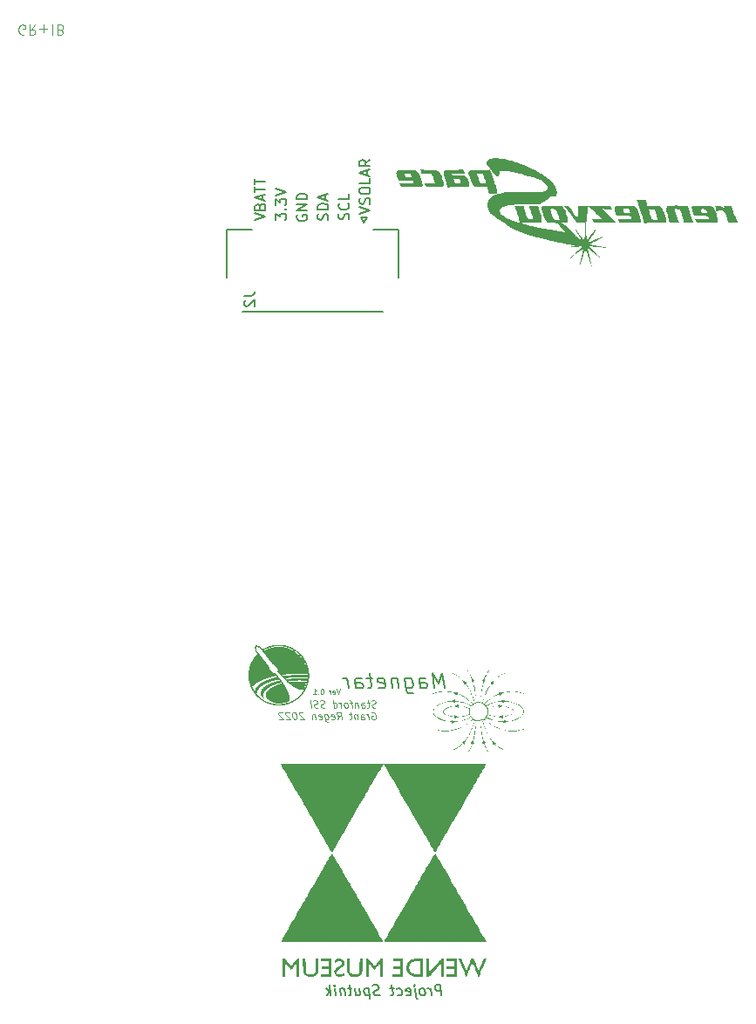
<source format=gbr>
%TF.GenerationSoftware,KiCad,Pcbnew,(6.0.5)*%
%TF.CreationDate,2022-08-19T16:14:06-07:00*%
%TF.ProjectId,Coil_Panels_Z,436f696c-5f50-4616-9e65-6c735f5a2e6b,rev?*%
%TF.SameCoordinates,Original*%
%TF.FileFunction,Legend,Bot*%
%TF.FilePolarity,Positive*%
%FSLAX46Y46*%
G04 Gerber Fmt 4.6, Leading zero omitted, Abs format (unit mm)*
G04 Created by KiCad (PCBNEW (6.0.5)) date 2022-08-19 16:14:06*
%MOMM*%
%LPD*%
G01*
G04 APERTURE LIST*
%ADD10C,0.100000*%
%ADD11C,0.200000*%
%ADD12C,0.150000*%
%ADD13C,0.127000*%
G04 APERTURE END LIST*
D10*
X143341428Y-112252190D02*
X143174761Y-112752190D01*
X143008095Y-112252190D01*
X142650952Y-112728380D02*
X142698571Y-112752190D01*
X142793809Y-112752190D01*
X142841428Y-112728380D01*
X142865238Y-112680761D01*
X142865238Y-112490285D01*
X142841428Y-112442666D01*
X142793809Y-112418857D01*
X142698571Y-112418857D01*
X142650952Y-112442666D01*
X142627142Y-112490285D01*
X142627142Y-112537904D01*
X142865238Y-112585523D01*
X142412857Y-112752190D02*
X142412857Y-112418857D01*
X142412857Y-112514095D02*
X142389047Y-112466476D01*
X142365238Y-112442666D01*
X142317619Y-112418857D01*
X142270000Y-112418857D01*
X141627142Y-112252190D02*
X141579523Y-112252190D01*
X141531904Y-112276000D01*
X141508095Y-112299809D01*
X141484285Y-112347428D01*
X141460476Y-112442666D01*
X141460476Y-112561714D01*
X141484285Y-112656952D01*
X141508095Y-112704571D01*
X141531904Y-112728380D01*
X141579523Y-112752190D01*
X141627142Y-112752190D01*
X141674761Y-112728380D01*
X141698571Y-112704571D01*
X141722380Y-112656952D01*
X141746190Y-112561714D01*
X141746190Y-112442666D01*
X141722380Y-112347428D01*
X141698571Y-112299809D01*
X141674761Y-112276000D01*
X141627142Y-112252190D01*
X141246190Y-112704571D02*
X141222380Y-112728380D01*
X141246190Y-112752190D01*
X141270000Y-112728380D01*
X141246190Y-112704571D01*
X141246190Y-112752190D01*
X140746190Y-112752190D02*
X141031904Y-112752190D01*
X140889047Y-112752190D02*
X140889047Y-112252190D01*
X140936666Y-112323619D01*
X140984285Y-112371238D01*
X141031904Y-112395047D01*
D11*
X153482008Y-112184571D02*
X153294508Y-110684571D01*
X152928437Y-111756000D01*
X152294508Y-110684571D01*
X152482008Y-112184571D01*
X151124866Y-112184571D02*
X151026651Y-111398857D01*
X151080223Y-111256000D01*
X151214151Y-111184571D01*
X151499866Y-111184571D01*
X151651651Y-111256000D01*
X151115937Y-112113142D02*
X151267723Y-112184571D01*
X151624866Y-112184571D01*
X151758794Y-112113142D01*
X151812366Y-111970285D01*
X151794508Y-111827428D01*
X151705223Y-111684571D01*
X151553437Y-111613142D01*
X151196294Y-111613142D01*
X151044508Y-111541714D01*
X149642723Y-111184571D02*
X149794508Y-112398857D01*
X149883794Y-112541714D01*
X149964151Y-112613142D01*
X150115937Y-112684571D01*
X150330223Y-112684571D01*
X150464151Y-112613142D01*
X149758794Y-112113142D02*
X149910580Y-112184571D01*
X150196294Y-112184571D01*
X150330223Y-112113142D01*
X150392723Y-112041714D01*
X150446294Y-111898857D01*
X150392723Y-111470285D01*
X150303437Y-111327428D01*
X150223080Y-111256000D01*
X150071294Y-111184571D01*
X149785580Y-111184571D01*
X149651651Y-111256000D01*
X148928437Y-111184571D02*
X149053437Y-112184571D01*
X148946294Y-111327428D02*
X148865937Y-111256000D01*
X148714151Y-111184571D01*
X148499866Y-111184571D01*
X148365937Y-111256000D01*
X148312366Y-111398857D01*
X148410580Y-112184571D01*
X147115937Y-112113142D02*
X147267723Y-112184571D01*
X147553437Y-112184571D01*
X147687366Y-112113142D01*
X147740937Y-111970285D01*
X147669508Y-111398857D01*
X147580223Y-111256000D01*
X147428437Y-111184571D01*
X147142723Y-111184571D01*
X147008794Y-111256000D01*
X146955223Y-111398857D01*
X146973080Y-111541714D01*
X147705223Y-111684571D01*
X146499866Y-111184571D02*
X145928437Y-111184571D01*
X146223080Y-110684571D02*
X146383794Y-111970285D01*
X146330223Y-112113142D01*
X146196294Y-112184571D01*
X146053437Y-112184571D01*
X144910580Y-112184571D02*
X144812366Y-111398857D01*
X144865937Y-111256000D01*
X144999866Y-111184571D01*
X145285580Y-111184571D01*
X145437366Y-111256000D01*
X144901651Y-112113142D02*
X145053437Y-112184571D01*
X145410580Y-112184571D01*
X145544508Y-112113142D01*
X145598080Y-111970285D01*
X145580223Y-111827428D01*
X145490937Y-111684571D01*
X145339151Y-111613142D01*
X144982008Y-111613142D01*
X144830223Y-111541714D01*
X144196294Y-112184571D02*
X144071294Y-111184571D01*
X144107008Y-111470285D02*
X144017723Y-111327428D01*
X143937366Y-111256000D01*
X143785580Y-111184571D01*
X143642723Y-111184571D01*
D10*
X146863333Y-114025833D02*
X146767500Y-114059166D01*
X146600833Y-114059166D01*
X146530000Y-114025833D01*
X146492500Y-113992500D01*
X146450833Y-113925833D01*
X146442500Y-113859166D01*
X146467500Y-113792500D01*
X146496666Y-113759166D01*
X146559166Y-113725833D01*
X146688333Y-113692500D01*
X146750833Y-113659166D01*
X146780000Y-113625833D01*
X146805000Y-113559166D01*
X146796666Y-113492500D01*
X146755000Y-113425833D01*
X146717500Y-113392500D01*
X146646666Y-113359166D01*
X146480000Y-113359166D01*
X146384166Y-113392500D01*
X146209166Y-113592500D02*
X145942500Y-113592500D01*
X146080000Y-113359166D02*
X146155000Y-113959166D01*
X146130000Y-114025833D01*
X146067500Y-114059166D01*
X146000833Y-114059166D01*
X145467500Y-114059166D02*
X145421666Y-113692500D01*
X145446666Y-113625833D01*
X145509166Y-113592500D01*
X145642500Y-113592500D01*
X145713333Y-113625833D01*
X145463333Y-114025833D02*
X145534166Y-114059166D01*
X145700833Y-114059166D01*
X145763333Y-114025833D01*
X145788333Y-113959166D01*
X145780000Y-113892500D01*
X145738333Y-113825833D01*
X145667500Y-113792500D01*
X145500833Y-113792500D01*
X145430000Y-113759166D01*
X145075833Y-113592500D02*
X145134166Y-114059166D01*
X145084166Y-113659166D02*
X145046666Y-113625833D01*
X144975833Y-113592500D01*
X144875833Y-113592500D01*
X144813333Y-113625833D01*
X144788333Y-113692500D01*
X144834166Y-114059166D01*
X144542500Y-113592500D02*
X144275833Y-113592500D01*
X144500833Y-114059166D02*
X144425833Y-113459166D01*
X144384166Y-113392500D01*
X144313333Y-113359166D01*
X144246666Y-113359166D01*
X144000833Y-114059166D02*
X144063333Y-114025833D01*
X144092500Y-113992500D01*
X144117500Y-113925833D01*
X144092500Y-113725833D01*
X144050833Y-113659166D01*
X144013333Y-113625833D01*
X143942500Y-113592500D01*
X143842500Y-113592500D01*
X143780000Y-113625833D01*
X143750833Y-113659166D01*
X143725833Y-113725833D01*
X143750833Y-113925833D01*
X143792500Y-113992500D01*
X143830000Y-114025833D01*
X143900833Y-114059166D01*
X144000833Y-114059166D01*
X143467500Y-114059166D02*
X143409166Y-113592500D01*
X143425833Y-113725833D02*
X143384166Y-113659166D01*
X143346666Y-113625833D01*
X143275833Y-113592500D01*
X143209166Y-113592500D01*
X142734166Y-114059166D02*
X142646666Y-113359166D01*
X142730000Y-114025833D02*
X142800833Y-114059166D01*
X142934166Y-114059166D01*
X142996666Y-114025833D01*
X143025833Y-113992500D01*
X143050833Y-113925833D01*
X143025833Y-113725833D01*
X142984166Y-113659166D01*
X142946666Y-113625833D01*
X142875833Y-113592500D01*
X142742500Y-113592500D01*
X142680000Y-113625833D01*
X141896666Y-114025833D02*
X141800833Y-114059166D01*
X141634166Y-114059166D01*
X141563333Y-114025833D01*
X141525833Y-113992500D01*
X141484166Y-113925833D01*
X141475833Y-113859166D01*
X141500833Y-113792500D01*
X141530000Y-113759166D01*
X141592500Y-113725833D01*
X141721666Y-113692500D01*
X141784166Y-113659166D01*
X141813333Y-113625833D01*
X141838333Y-113559166D01*
X141830000Y-113492500D01*
X141788333Y-113425833D01*
X141750833Y-113392500D01*
X141680000Y-113359166D01*
X141513333Y-113359166D01*
X141417500Y-113392500D01*
X141230000Y-114025833D02*
X141134166Y-114059166D01*
X140967500Y-114059166D01*
X140896666Y-114025833D01*
X140859166Y-113992500D01*
X140817500Y-113925833D01*
X140809166Y-113859166D01*
X140834166Y-113792500D01*
X140863333Y-113759166D01*
X140925833Y-113725833D01*
X141055000Y-113692500D01*
X141117500Y-113659166D01*
X141146666Y-113625833D01*
X141171666Y-113559166D01*
X141163333Y-113492500D01*
X141121666Y-113425833D01*
X141084166Y-113392500D01*
X141013333Y-113359166D01*
X140846666Y-113359166D01*
X140750833Y-113392500D01*
X140534166Y-114059166D02*
X140446666Y-113359166D01*
X146384166Y-114519500D02*
X146446666Y-114486166D01*
X146546666Y-114486166D01*
X146650833Y-114519500D01*
X146725833Y-114586166D01*
X146767500Y-114652833D01*
X146817500Y-114786166D01*
X146830000Y-114886166D01*
X146813333Y-115019500D01*
X146788333Y-115086166D01*
X146730000Y-115152833D01*
X146634166Y-115186166D01*
X146567500Y-115186166D01*
X146463333Y-115152833D01*
X146425833Y-115119500D01*
X146396666Y-114886166D01*
X146530000Y-114886166D01*
X146134166Y-115186166D02*
X146075833Y-114719500D01*
X146092500Y-114852833D02*
X146050833Y-114786166D01*
X146013333Y-114752833D01*
X145942500Y-114719500D01*
X145875833Y-114719500D01*
X145400833Y-115186166D02*
X145355000Y-114819500D01*
X145380000Y-114752833D01*
X145442500Y-114719500D01*
X145575833Y-114719500D01*
X145646666Y-114752833D01*
X145396666Y-115152833D02*
X145467500Y-115186166D01*
X145634166Y-115186166D01*
X145696666Y-115152833D01*
X145721666Y-115086166D01*
X145713333Y-115019500D01*
X145671666Y-114952833D01*
X145600833Y-114919500D01*
X145434166Y-114919500D01*
X145363333Y-114886166D01*
X145009166Y-114719500D02*
X145067500Y-115186166D01*
X145017500Y-114786166D02*
X144980000Y-114752833D01*
X144909166Y-114719500D01*
X144809166Y-114719500D01*
X144746666Y-114752833D01*
X144721666Y-114819500D01*
X144767500Y-115186166D01*
X144475833Y-114719500D02*
X144209166Y-114719500D01*
X144346666Y-114486166D02*
X144421666Y-115086166D01*
X144396666Y-115152833D01*
X144334166Y-115186166D01*
X144267500Y-115186166D01*
X143100833Y-115186166D02*
X143292500Y-114852833D01*
X143500833Y-115186166D02*
X143413333Y-114486166D01*
X143146666Y-114486166D01*
X143084166Y-114519500D01*
X143055000Y-114552833D01*
X143030000Y-114619500D01*
X143042500Y-114719500D01*
X143084166Y-114786166D01*
X143121666Y-114819500D01*
X143192500Y-114852833D01*
X143459166Y-114852833D01*
X142530000Y-115152833D02*
X142600833Y-115186166D01*
X142734166Y-115186166D01*
X142796666Y-115152833D01*
X142821666Y-115086166D01*
X142788333Y-114819500D01*
X142746666Y-114752833D01*
X142675833Y-114719500D01*
X142542500Y-114719500D01*
X142480000Y-114752833D01*
X142455000Y-114819500D01*
X142463333Y-114886166D01*
X142805000Y-114952833D01*
X141842500Y-114719500D02*
X141913333Y-115286166D01*
X141955000Y-115352833D01*
X141992500Y-115386166D01*
X142063333Y-115419500D01*
X142163333Y-115419500D01*
X142225833Y-115386166D01*
X141896666Y-115152833D02*
X141967500Y-115186166D01*
X142100833Y-115186166D01*
X142163333Y-115152833D01*
X142192500Y-115119500D01*
X142217500Y-115052833D01*
X142192500Y-114852833D01*
X142150833Y-114786166D01*
X142113333Y-114752833D01*
X142042500Y-114719500D01*
X141909166Y-114719500D01*
X141846666Y-114752833D01*
X141296666Y-115152833D02*
X141367500Y-115186166D01*
X141500833Y-115186166D01*
X141563333Y-115152833D01*
X141588333Y-115086166D01*
X141555000Y-114819500D01*
X141513333Y-114752833D01*
X141442500Y-114719500D01*
X141309166Y-114719500D01*
X141246666Y-114752833D01*
X141221666Y-114819500D01*
X141230000Y-114886166D01*
X141571666Y-114952833D01*
X140909166Y-114719500D02*
X140967500Y-115186166D01*
X140917500Y-114786166D02*
X140880000Y-114752833D01*
X140809166Y-114719500D01*
X140709166Y-114719500D01*
X140646666Y-114752833D01*
X140621666Y-114819500D01*
X140667500Y-115186166D01*
X139755000Y-114552833D02*
X139717500Y-114519500D01*
X139646666Y-114486166D01*
X139480000Y-114486166D01*
X139417500Y-114519500D01*
X139388333Y-114552833D01*
X139363333Y-114619500D01*
X139371666Y-114686166D01*
X139417500Y-114786166D01*
X139867500Y-115186166D01*
X139434166Y-115186166D01*
X138913333Y-114486166D02*
X138846666Y-114486166D01*
X138784166Y-114519500D01*
X138755000Y-114552833D01*
X138730000Y-114619500D01*
X138713333Y-114752833D01*
X138734166Y-114919500D01*
X138784166Y-115052833D01*
X138825833Y-115119500D01*
X138863333Y-115152833D01*
X138934166Y-115186166D01*
X139000833Y-115186166D01*
X139063333Y-115152833D01*
X139092500Y-115119500D01*
X139117500Y-115052833D01*
X139134166Y-114919500D01*
X139113333Y-114752833D01*
X139063333Y-114619500D01*
X139021666Y-114552833D01*
X138984166Y-114519500D01*
X138913333Y-114486166D01*
X138421666Y-114552833D02*
X138384166Y-114519500D01*
X138313333Y-114486166D01*
X138146666Y-114486166D01*
X138084166Y-114519500D01*
X138055000Y-114552833D01*
X138030000Y-114619500D01*
X138038333Y-114686166D01*
X138084166Y-114786166D01*
X138534166Y-115186166D01*
X138100833Y-115186166D01*
X137755000Y-114552833D02*
X137717500Y-114519500D01*
X137646666Y-114486166D01*
X137480000Y-114486166D01*
X137417500Y-114519500D01*
X137388333Y-114552833D01*
X137363333Y-114619500D01*
X137371666Y-114686166D01*
X137417500Y-114786166D01*
X137867500Y-115186166D01*
X137434166Y-115186166D01*
D12*
X145248380Y-66166666D02*
X146248380Y-65833333D01*
X145248380Y-65500000D01*
X146200761Y-65214285D02*
X146248380Y-65071428D01*
X146248380Y-64833333D01*
X146200761Y-64738095D01*
X146153142Y-64690476D01*
X146057904Y-64642857D01*
X145962666Y-64642857D01*
X145867428Y-64690476D01*
X145819809Y-64738095D01*
X145772190Y-64833333D01*
X145724571Y-65023809D01*
X145676952Y-65119047D01*
X145629333Y-65166666D01*
X145534095Y-65214285D01*
X145438857Y-65214285D01*
X145343619Y-65166666D01*
X145296000Y-65119047D01*
X145248380Y-65023809D01*
X145248380Y-64785714D01*
X145296000Y-64642857D01*
X145248380Y-64023809D02*
X145248380Y-63833333D01*
X145296000Y-63738095D01*
X145391238Y-63642857D01*
X145581714Y-63595238D01*
X145915047Y-63595238D01*
X146105523Y-63642857D01*
X146200761Y-63738095D01*
X146248380Y-63833333D01*
X146248380Y-64023809D01*
X146200761Y-64119047D01*
X146105523Y-64214285D01*
X145915047Y-64261904D01*
X145581714Y-64261904D01*
X145391238Y-64214285D01*
X145296000Y-64119047D01*
X145248380Y-64023809D01*
X146248380Y-62690476D02*
X146248380Y-63166666D01*
X145248380Y-63166666D01*
X145962666Y-62404761D02*
X145962666Y-61928571D01*
X146248380Y-62500000D02*
X145248380Y-62166666D01*
X146248380Y-61833333D01*
X146248380Y-60928571D02*
X145772190Y-61261904D01*
X146248380Y-61500000D02*
X145248380Y-61500000D01*
X145248380Y-61119047D01*
X145296000Y-61023809D01*
X145343619Y-60976190D01*
X145438857Y-60928571D01*
X145581714Y-60928571D01*
X145676952Y-60976190D01*
X145724571Y-61023809D01*
X145772190Y-61119047D01*
X145772190Y-61500000D01*
X144168761Y-66722476D02*
X144216380Y-66579619D01*
X144216380Y-66341523D01*
X144168761Y-66246285D01*
X144121142Y-66198666D01*
X144025904Y-66151047D01*
X143930666Y-66151047D01*
X143835428Y-66198666D01*
X143787809Y-66246285D01*
X143740190Y-66341523D01*
X143692571Y-66532000D01*
X143644952Y-66627238D01*
X143597333Y-66674857D01*
X143502095Y-66722476D01*
X143406857Y-66722476D01*
X143311619Y-66674857D01*
X143264000Y-66627238D01*
X143216380Y-66532000D01*
X143216380Y-66293904D01*
X143264000Y-66151047D01*
X144121142Y-65151047D02*
X144168761Y-65198666D01*
X144216380Y-65341523D01*
X144216380Y-65436761D01*
X144168761Y-65579619D01*
X144073523Y-65674857D01*
X143978285Y-65722476D01*
X143787809Y-65770095D01*
X143644952Y-65770095D01*
X143454476Y-65722476D01*
X143359238Y-65674857D01*
X143264000Y-65579619D01*
X143216380Y-65436761D01*
X143216380Y-65341523D01*
X143264000Y-65198666D01*
X143311619Y-65151047D01*
X144216380Y-64246285D02*
X144216380Y-64722476D01*
X143216380Y-64722476D01*
X142136761Y-66746285D02*
X142184380Y-66603428D01*
X142184380Y-66365333D01*
X142136761Y-66270095D01*
X142089142Y-66222476D01*
X141993904Y-66174857D01*
X141898666Y-66174857D01*
X141803428Y-66222476D01*
X141755809Y-66270095D01*
X141708190Y-66365333D01*
X141660571Y-66555809D01*
X141612952Y-66651047D01*
X141565333Y-66698666D01*
X141470095Y-66746285D01*
X141374857Y-66746285D01*
X141279619Y-66698666D01*
X141232000Y-66651047D01*
X141184380Y-66555809D01*
X141184380Y-66317714D01*
X141232000Y-66174857D01*
X142184380Y-65746285D02*
X141184380Y-65746285D01*
X141184380Y-65508190D01*
X141232000Y-65365333D01*
X141327238Y-65270095D01*
X141422476Y-65222476D01*
X141612952Y-65174857D01*
X141755809Y-65174857D01*
X141946285Y-65222476D01*
X142041523Y-65270095D01*
X142136761Y-65365333D01*
X142184380Y-65508190D01*
X142184380Y-65746285D01*
X141898666Y-64793904D02*
X141898666Y-64317714D01*
X142184380Y-64889142D02*
X141184380Y-64555809D01*
X142184380Y-64222476D01*
X139200000Y-66293904D02*
X139152380Y-66389142D01*
X139152380Y-66532000D01*
X139200000Y-66674857D01*
X139295238Y-66770095D01*
X139390476Y-66817714D01*
X139580952Y-66865333D01*
X139723809Y-66865333D01*
X139914285Y-66817714D01*
X140009523Y-66770095D01*
X140104761Y-66674857D01*
X140152380Y-66532000D01*
X140152380Y-66436761D01*
X140104761Y-66293904D01*
X140057142Y-66246285D01*
X139723809Y-66246285D01*
X139723809Y-66436761D01*
X140152380Y-65817714D02*
X139152380Y-65817714D01*
X140152380Y-65246285D01*
X139152380Y-65246285D01*
X140152380Y-64770095D02*
X139152380Y-64770095D01*
X139152380Y-64532000D01*
X139200000Y-64389142D01*
X139295238Y-64293904D01*
X139390476Y-64246285D01*
X139580952Y-64198666D01*
X139723809Y-64198666D01*
X139914285Y-64246285D01*
X140009523Y-64293904D01*
X140104761Y-64389142D01*
X140152380Y-64532000D01*
X140152380Y-64770095D01*
X137120380Y-66754190D02*
X137120380Y-66135142D01*
X137501333Y-66468476D01*
X137501333Y-66325619D01*
X137548952Y-66230380D01*
X137596571Y-66182761D01*
X137691809Y-66135142D01*
X137929904Y-66135142D01*
X138025142Y-66182761D01*
X138072761Y-66230380D01*
X138120380Y-66325619D01*
X138120380Y-66611333D01*
X138072761Y-66706571D01*
X138025142Y-66754190D01*
X138025142Y-65706571D02*
X138072761Y-65658952D01*
X138120380Y-65706571D01*
X138072761Y-65754190D01*
X138025142Y-65706571D01*
X138120380Y-65706571D01*
X137120380Y-65325619D02*
X137120380Y-64706571D01*
X137501333Y-65039904D01*
X137501333Y-64897047D01*
X137548952Y-64801809D01*
X137596571Y-64754190D01*
X137691809Y-64706571D01*
X137929904Y-64706571D01*
X138025142Y-64754190D01*
X138072761Y-64801809D01*
X138120380Y-64897047D01*
X138120380Y-65182761D01*
X138072761Y-65278000D01*
X138025142Y-65325619D01*
X137120380Y-64420857D02*
X138120380Y-64087523D01*
X137120380Y-63754190D01*
X135088380Y-66793809D02*
X136088380Y-66460476D01*
X135088380Y-66127142D01*
X135564571Y-65460476D02*
X135612190Y-65317619D01*
X135659809Y-65270000D01*
X135755047Y-65222380D01*
X135897904Y-65222380D01*
X135993142Y-65270000D01*
X136040761Y-65317619D01*
X136088380Y-65412857D01*
X136088380Y-65793809D01*
X135088380Y-65793809D01*
X135088380Y-65460476D01*
X135136000Y-65365238D01*
X135183619Y-65317619D01*
X135278857Y-65270000D01*
X135374095Y-65270000D01*
X135469333Y-65317619D01*
X135516952Y-65365238D01*
X135564571Y-65460476D01*
X135564571Y-65793809D01*
X135802666Y-64841428D02*
X135802666Y-64365238D01*
X136088380Y-64936666D02*
X135088380Y-64603333D01*
X136088380Y-64270000D01*
X135088380Y-64079523D02*
X135088380Y-63508095D01*
X136088380Y-63793809D02*
X135088380Y-63793809D01*
X135088380Y-63317619D02*
X135088380Y-62746190D01*
X136088380Y-63031904D02*
X135088380Y-63031904D01*
D10*
X112704761Y-48760000D02*
X112609523Y-48807619D01*
X112466666Y-48807619D01*
X112323809Y-48760000D01*
X112228571Y-48664761D01*
X112180952Y-48569523D01*
X112133333Y-48379047D01*
X112133333Y-48236190D01*
X112180952Y-48045714D01*
X112228571Y-47950476D01*
X112323809Y-47855238D01*
X112466666Y-47807619D01*
X112561904Y-47807619D01*
X112704761Y-47855238D01*
X112752380Y-47902857D01*
X112752380Y-48236190D01*
X112561904Y-48236190D01*
X113752380Y-47807619D02*
X113419047Y-48283809D01*
X113180952Y-47807619D02*
X113180952Y-48807619D01*
X113561904Y-48807619D01*
X113657142Y-48760000D01*
X113704761Y-48712380D01*
X113752380Y-48617142D01*
X113752380Y-48474285D01*
X113704761Y-48379047D01*
X113657142Y-48331428D01*
X113561904Y-48283809D01*
X113180952Y-48283809D01*
X114180952Y-48188571D02*
X114942857Y-48188571D01*
X114561904Y-47807619D02*
X114561904Y-48569523D01*
X115419047Y-47807619D02*
X115419047Y-48807619D01*
X116228571Y-48331428D02*
X116371428Y-48283809D01*
X116419047Y-48236190D01*
X116466666Y-48140952D01*
X116466666Y-47998095D01*
X116419047Y-47902857D01*
X116371428Y-47855238D01*
X116276190Y-47807619D01*
X115895238Y-47807619D01*
X115895238Y-48807619D01*
X116228571Y-48807619D01*
X116323809Y-48760000D01*
X116371428Y-48712380D01*
X116419047Y-48617142D01*
X116419047Y-48521904D01*
X116371428Y-48426666D01*
X116323809Y-48379047D01*
X116228571Y-48331428D01*
X115895238Y-48331428D01*
D12*
%TO.C,REF\u002A\u002A*%
X153216291Y-141968380D02*
X153091291Y-140968380D01*
X152710339Y-140968380D01*
X152621053Y-141016000D01*
X152579386Y-141063619D01*
X152543672Y-141158857D01*
X152561529Y-141301714D01*
X152621053Y-141396952D01*
X152674625Y-141444571D01*
X152775815Y-141492190D01*
X153156767Y-141492190D01*
X152216291Y-141968380D02*
X152132958Y-141301714D01*
X152156767Y-141492190D02*
X152097244Y-141396952D01*
X152043672Y-141349333D01*
X151942482Y-141301714D01*
X151847244Y-141301714D01*
X151454386Y-141968380D02*
X151543672Y-141920761D01*
X151585339Y-141873142D01*
X151621053Y-141777904D01*
X151585339Y-141492190D01*
X151525815Y-141396952D01*
X151472244Y-141349333D01*
X151371053Y-141301714D01*
X151228196Y-141301714D01*
X151138910Y-141349333D01*
X151097244Y-141396952D01*
X151061529Y-141492190D01*
X151097244Y-141777904D01*
X151156767Y-141873142D01*
X151210339Y-141920761D01*
X151311529Y-141968380D01*
X151454386Y-141968380D01*
X150609148Y-141301714D02*
X150716291Y-142158857D01*
X150775815Y-142254095D01*
X150877005Y-142301714D01*
X150924625Y-142301714D01*
X150567482Y-140968380D02*
X150621053Y-141016000D01*
X150579386Y-141063619D01*
X150525815Y-141016000D01*
X150567482Y-140968380D01*
X150579386Y-141063619D01*
X149829386Y-141920761D02*
X149930577Y-141968380D01*
X150121053Y-141968380D01*
X150210339Y-141920761D01*
X150246053Y-141825523D01*
X150198434Y-141444571D01*
X150138910Y-141349333D01*
X150037720Y-141301714D01*
X149847244Y-141301714D01*
X149757958Y-141349333D01*
X149722244Y-141444571D01*
X149734148Y-141539809D01*
X150222244Y-141635047D01*
X148924625Y-141920761D02*
X149025815Y-141968380D01*
X149216291Y-141968380D01*
X149305577Y-141920761D01*
X149347244Y-141873142D01*
X149382958Y-141777904D01*
X149347244Y-141492190D01*
X149287720Y-141396952D01*
X149234148Y-141349333D01*
X149132958Y-141301714D01*
X148942482Y-141301714D01*
X148853196Y-141349333D01*
X148561529Y-141301714D02*
X148180577Y-141301714D01*
X148377005Y-140968380D02*
X148484148Y-141825523D01*
X148448434Y-141920761D01*
X148359148Y-141968380D01*
X148263910Y-141968380D01*
X147210339Y-141920761D02*
X147073434Y-141968380D01*
X146835339Y-141968380D01*
X146734148Y-141920761D01*
X146680577Y-141873142D01*
X146621053Y-141777904D01*
X146609148Y-141682666D01*
X146644863Y-141587428D01*
X146686529Y-141539809D01*
X146775815Y-141492190D01*
X146960339Y-141444571D01*
X147049625Y-141396952D01*
X147091291Y-141349333D01*
X147127005Y-141254095D01*
X147115101Y-141158857D01*
X147055577Y-141063619D01*
X147002005Y-141016000D01*
X146900815Y-140968380D01*
X146662720Y-140968380D01*
X146525815Y-141016000D01*
X146132958Y-141301714D02*
X146257958Y-142301714D01*
X146138910Y-141349333D02*
X146037720Y-141301714D01*
X145847244Y-141301714D01*
X145757958Y-141349333D01*
X145716291Y-141396952D01*
X145680577Y-141492190D01*
X145716291Y-141777904D01*
X145775815Y-141873142D01*
X145829386Y-141920761D01*
X145930577Y-141968380D01*
X146121053Y-141968380D01*
X146210339Y-141920761D01*
X144799625Y-141301714D02*
X144882958Y-141968380D01*
X145228196Y-141301714D02*
X145293672Y-141825523D01*
X145257958Y-141920761D01*
X145168672Y-141968380D01*
X145025815Y-141968380D01*
X144924625Y-141920761D01*
X144871053Y-141873142D01*
X144466291Y-141301714D02*
X144085339Y-141301714D01*
X144281767Y-140968380D02*
X144388910Y-141825523D01*
X144353196Y-141920761D01*
X144263910Y-141968380D01*
X144168672Y-141968380D01*
X143752005Y-141301714D02*
X143835339Y-141968380D01*
X143763910Y-141396952D02*
X143710339Y-141349333D01*
X143609148Y-141301714D01*
X143466291Y-141301714D01*
X143377005Y-141349333D01*
X143341291Y-141444571D01*
X143406767Y-141968380D01*
X142930577Y-141968380D02*
X142847244Y-141301714D01*
X142805577Y-140968380D02*
X142859148Y-141016000D01*
X142817482Y-141063619D01*
X142763910Y-141016000D01*
X142805577Y-140968380D01*
X142817482Y-141063619D01*
X142454386Y-141968380D02*
X142329386Y-140968380D01*
X142311529Y-141587428D02*
X142073434Y-141968380D01*
X141990101Y-141301714D02*
X142418672Y-141682666D01*
%TO.C,J2*%
X134036380Y-74130666D02*
X134750666Y-74130666D01*
X134893523Y-74083047D01*
X134988761Y-73987809D01*
X135036380Y-73844952D01*
X135036380Y-73749714D01*
X134131619Y-74559238D02*
X134084000Y-74606857D01*
X134036380Y-74702095D01*
X134036380Y-74940190D01*
X134084000Y-75035428D01*
X134131619Y-75083047D01*
X134226857Y-75130666D01*
X134322095Y-75130666D01*
X134464952Y-75083047D01*
X135036380Y-74511619D01*
X135036380Y-75130666D01*
%TO.C,REF\u002A\u002A*%
G36*
X175022667Y-66779133D02*
G01*
X174982403Y-66899516D01*
X174899898Y-66989620D01*
X174788590Y-67033068D01*
X174781339Y-67033820D01*
X174701353Y-67037171D01*
X174574886Y-67037991D01*
X174417815Y-67036307D01*
X174246014Y-67032146D01*
X174103951Y-67027712D01*
X173945370Y-67022949D01*
X173825871Y-67020178D01*
X173730280Y-67019544D01*
X173643424Y-67021188D01*
X173550131Y-67025255D01*
X173435225Y-67031888D01*
X173283535Y-67041230D01*
X172888744Y-67065447D01*
X172851845Y-66923279D01*
X172843430Y-66891553D01*
X172805242Y-66756076D01*
X172756336Y-66590983D01*
X172702402Y-66414681D01*
X172649126Y-66245574D01*
X172602196Y-66102068D01*
X172567302Y-66002567D01*
X172546987Y-65947469D01*
X172502513Y-65821681D01*
X172459327Y-65694394D01*
X172456956Y-65687286D01*
X173312065Y-65687286D01*
X173417653Y-66039563D01*
X173452656Y-66151890D01*
X173506883Y-66312776D01*
X173558927Y-66453955D01*
X173601156Y-66554036D01*
X173679072Y-66716233D01*
X173923453Y-66725587D01*
X173944186Y-66726310D01*
X174060758Y-66727565D01*
X174147500Y-66723857D01*
X174186941Y-66715834D01*
X174186917Y-66708100D01*
X174173773Y-66652084D01*
X174145786Y-66553123D01*
X174107033Y-66424077D01*
X174061595Y-66277808D01*
X174013549Y-66127175D01*
X173966976Y-65985041D01*
X173925954Y-65864265D01*
X173894562Y-65777710D01*
X173876879Y-65738234D01*
X173870668Y-65736842D01*
X173816424Y-65730531D01*
X173718713Y-65721211D01*
X173592513Y-65710351D01*
X173312065Y-65687286D01*
X172456956Y-65687286D01*
X172433248Y-65616216D01*
X172386569Y-65477900D01*
X172331469Y-65315821D01*
X172275086Y-65151035D01*
X172149762Y-64786092D01*
X173033253Y-64786092D01*
X173093016Y-65021277D01*
X173129190Y-65154884D01*
X173168124Y-65284568D01*
X173200667Y-65379503D01*
X173215148Y-65416195D01*
X173241736Y-65470276D01*
X173264015Y-65474363D01*
X173294973Y-65436272D01*
X173306878Y-65420850D01*
X173335670Y-65397816D01*
X173381569Y-65382987D01*
X173456517Y-65374590D01*
X173572454Y-65370852D01*
X173741319Y-65370000D01*
X173807353Y-65370347D01*
X174042612Y-65379790D01*
X174227147Y-65404262D01*
X174371522Y-65446604D01*
X174486300Y-65509660D01*
X174582042Y-65596271D01*
X174586629Y-65601485D01*
X174645605Y-65685191D01*
X174712796Y-65803070D01*
X174779756Y-65937238D01*
X174838040Y-66069809D01*
X174879203Y-66182900D01*
X174894801Y-66258626D01*
X174899557Y-66289326D01*
X174923085Y-66371373D01*
X174959680Y-66472938D01*
X174981298Y-66533984D01*
X175012355Y-66651703D01*
X175020699Y-66715834D01*
X175024559Y-66745498D01*
X175022667Y-66779133D01*
G37*
G36*
X165480719Y-66897797D02*
G01*
X165454065Y-66960561D01*
X165398464Y-67003423D01*
X165304955Y-67030529D01*
X165164576Y-67046025D01*
X164968364Y-67054054D01*
X164789948Y-67058515D01*
X164949838Y-67140614D01*
X165195951Y-67282113D01*
X165457031Y-67464762D01*
X165695925Y-67665143D01*
X165899119Y-67871828D01*
X166053095Y-68073391D01*
X166106552Y-68151769D01*
X166192360Y-68257236D01*
X166299145Y-68364567D01*
X166438150Y-68484765D01*
X166620618Y-68628836D01*
X166626811Y-68633588D01*
X166713537Y-68698459D01*
X166770036Y-68734297D01*
X166795686Y-68736727D01*
X166789864Y-68701376D01*
X166751947Y-68623870D01*
X166681312Y-68499833D01*
X166577337Y-68324893D01*
X166558377Y-68293197D01*
X166402221Y-68029443D01*
X166281334Y-67819787D01*
X166195714Y-67664268D01*
X166145359Y-67562928D01*
X166130268Y-67515807D01*
X166150441Y-67522945D01*
X166205877Y-67584384D01*
X166296573Y-67700163D01*
X166422530Y-67870323D01*
X166583745Y-68094904D01*
X166696002Y-68252166D01*
X166806637Y-68405581D01*
X166902507Y-68536934D01*
X166976075Y-68635901D01*
X167019805Y-68692160D01*
X167098747Y-68786606D01*
X167119964Y-68173131D01*
X167126406Y-67999327D01*
X167135423Y-67784896D01*
X167144878Y-67585909D01*
X167153979Y-67418835D01*
X167161935Y-67300141D01*
X167182689Y-67040626D01*
X166797302Y-67049707D01*
X166648502Y-67051250D01*
X166517392Y-67048758D01*
X166423038Y-67042656D01*
X166379476Y-67033488D01*
X166350478Y-67001369D01*
X166290965Y-66927295D01*
X166210449Y-66823061D01*
X166117832Y-66700013D01*
X165953127Y-66478728D01*
X165805188Y-66280457D01*
X165683364Y-66117897D01*
X165581175Y-65982465D01*
X165492147Y-65865581D01*
X165409800Y-65758664D01*
X165327660Y-65653131D01*
X165273095Y-65582727D01*
X165199660Y-65485662D01*
X165149273Y-65416018D01*
X165130561Y-65385507D01*
X165156770Y-65377986D01*
X165231610Y-65372211D01*
X165338035Y-65370000D01*
X165545509Y-65370000D01*
X165652912Y-65540307D01*
X165680916Y-65583127D01*
X165755589Y-65691727D01*
X165854380Y-65831101D01*
X165967738Y-65987843D01*
X166086114Y-66148544D01*
X166411915Y-66586475D01*
X166449388Y-66262082D01*
X166455170Y-66208991D01*
X166471904Y-66018190D01*
X166484273Y-65821443D01*
X166489937Y-65653844D01*
X166493013Y-65370000D01*
X167442112Y-65370000D01*
X167422061Y-65524087D01*
X167412277Y-65610287D01*
X167398739Y-65747118D01*
X167383789Y-65911333D01*
X167369246Y-66083666D01*
X167355245Y-66239526D01*
X167335972Y-66420468D01*
X167315832Y-66581421D01*
X167297434Y-66700013D01*
X167282857Y-66813478D01*
X167270790Y-66985205D01*
X167262552Y-67195185D01*
X167258264Y-67429685D01*
X167258047Y-67674970D01*
X167262021Y-67917307D01*
X167270308Y-68142962D01*
X167283027Y-68338200D01*
X167290408Y-68427328D01*
X167300569Y-68560919D01*
X167307283Y-68663938D01*
X167309373Y-68719362D01*
X167310095Y-68749208D01*
X167317532Y-68776131D01*
X167319189Y-68775114D01*
X167346830Y-68741507D01*
X167399511Y-68669918D01*
X167467585Y-68573385D01*
X167524470Y-68491506D01*
X167674900Y-68276664D01*
X167818675Y-68073608D01*
X167950766Y-67889276D01*
X168066144Y-67730605D01*
X168159780Y-67604532D01*
X168226645Y-67517996D01*
X168261708Y-67477934D01*
X168263910Y-67487716D01*
X168239083Y-67544382D01*
X168190525Y-67640715D01*
X168122959Y-67768227D01*
X168041108Y-67918432D01*
X167949693Y-68082843D01*
X167853437Y-68252972D01*
X167757062Y-68420333D01*
X167665290Y-68576439D01*
X167582844Y-68712802D01*
X167514447Y-68820935D01*
X167453156Y-68914398D01*
X167532663Y-68891817D01*
X167579590Y-68876512D01*
X167678695Y-68839853D01*
X167790587Y-68795127D01*
X167901386Y-68749258D01*
X168160144Y-68642991D01*
X168437335Y-68530102D01*
X168704743Y-68422103D01*
X168825807Y-68376376D01*
X168930354Y-68342675D01*
X169003350Y-68325229D01*
X169037332Y-68325212D01*
X169024837Y-68343799D01*
X168958403Y-68382165D01*
X168700508Y-68513492D01*
X168440610Y-68646907D01*
X168205539Y-68768690D01*
X168000819Y-68875926D01*
X167831976Y-68965699D01*
X167704534Y-69035094D01*
X167624017Y-69081197D01*
X167595951Y-69101091D01*
X167608996Y-69108906D01*
X167673174Y-69127751D01*
X167778791Y-69151994D01*
X167912234Y-69178312D01*
X167955583Y-69186357D01*
X168146249Y-69223030D01*
X168346740Y-69263186D01*
X168520194Y-69299478D01*
X168566108Y-69309210D01*
X168720679Y-69339652D01*
X168864258Y-69364877D01*
X168970731Y-69380206D01*
X169019897Y-69386444D01*
X169124860Y-69404404D01*
X169197552Y-69423035D01*
X169265511Y-69448175D01*
X169194280Y-69470782D01*
X169141956Y-69478154D01*
X169065056Y-69462627D01*
X169063221Y-69461708D01*
X169000130Y-69446141D01*
X168895104Y-69434222D01*
X168769874Y-69428468D01*
X168694719Y-69425791D01*
X168547940Y-69416199D01*
X168371903Y-69401343D01*
X168182269Y-69382867D01*
X167994701Y-69362418D01*
X167824862Y-69341641D01*
X167688412Y-69322180D01*
X167601015Y-69305681D01*
X167551235Y-69300164D01*
X167534952Y-69317025D01*
X167552435Y-69337883D01*
X167611718Y-69398956D01*
X167706543Y-69493011D01*
X167830413Y-69613680D01*
X167976834Y-69754598D01*
X168139309Y-69909398D01*
X168275000Y-70038294D01*
X168451021Y-70206686D01*
X168582445Y-70334487D01*
X168671122Y-70423824D01*
X168718898Y-70476823D01*
X168727623Y-70495610D01*
X168699144Y-70482310D01*
X168635311Y-70439051D01*
X168537970Y-70367957D01*
X168469831Y-70316160D01*
X168363394Y-70233785D01*
X168230688Y-70130256D01*
X168082780Y-70014288D01*
X167930738Y-69894593D01*
X167785629Y-69779885D01*
X167658522Y-69678878D01*
X167560485Y-69600285D01*
X167502585Y-69552819D01*
X167462336Y-69520564D01*
X167421413Y-69501673D01*
X167413931Y-69533928D01*
X167435639Y-69621702D01*
X167462933Y-69728453D01*
X167482788Y-69832607D01*
X167487488Y-69860123D01*
X167508306Y-69957129D01*
X167539550Y-70087185D01*
X167576435Y-70229989D01*
X167596614Y-70307705D01*
X167623369Y-70420985D01*
X167638201Y-70498881D01*
X167638298Y-70527855D01*
X167634431Y-70534864D01*
X167656576Y-70571389D01*
X167672972Y-70596548D01*
X167676129Y-70631500D01*
X167675188Y-70632815D01*
X167674866Y-70676735D01*
X167688903Y-70763963D01*
X167713315Y-70877351D01*
X167744116Y-70999749D01*
X167777320Y-71114006D01*
X167808942Y-71202975D01*
X167814901Y-71217559D01*
X167843403Y-71298615D01*
X167854479Y-71350910D01*
X167848037Y-71360189D01*
X167824984Y-71327304D01*
X167789940Y-71254960D01*
X167747883Y-71155611D01*
X167703793Y-71041711D01*
X167662650Y-70925714D01*
X167629433Y-70820074D01*
X167609122Y-70737247D01*
X167601505Y-70705818D01*
X167571233Y-70613774D01*
X167529891Y-70508880D01*
X167510927Y-70462774D01*
X167466499Y-70341685D01*
X167435340Y-70239160D01*
X167433649Y-70232497D01*
X167406675Y-70139304D01*
X167366413Y-70013051D01*
X167320912Y-69879068D01*
X167311858Y-69853272D01*
X167270426Y-69734952D01*
X167237670Y-69640986D01*
X167220018Y-69589799D01*
X167214550Y-69577274D01*
X167186680Y-69566185D01*
X167154856Y-69605249D01*
X167128757Y-69684432D01*
X167123497Y-69705018D01*
X167098360Y-69787601D01*
X167057764Y-69912255D01*
X167005978Y-70066010D01*
X166947270Y-70235901D01*
X166917643Y-70320859D01*
X166862710Y-70479946D01*
X166817113Y-70614040D01*
X166784935Y-70711078D01*
X166770259Y-70758996D01*
X166760190Y-70792999D01*
X166730490Y-70872626D01*
X166691745Y-70964914D01*
X166652102Y-71051585D01*
X166619709Y-71114358D01*
X166602710Y-71134954D01*
X166602168Y-71133930D01*
X166606799Y-71093858D01*
X166626042Y-71009978D01*
X166656162Y-70898782D01*
X166689570Y-70774401D01*
X166718660Y-70650203D01*
X166735122Y-70560294D01*
X166743530Y-70510429D01*
X166768952Y-70391951D01*
X166806823Y-70232940D01*
X166853887Y-70046512D01*
X166906888Y-69845787D01*
X166962572Y-69643883D01*
X166976963Y-69589020D01*
X166991057Y-69517707D01*
X166989385Y-69489796D01*
X166973567Y-69498782D01*
X166914105Y-69540833D01*
X166820258Y-69610469D01*
X166701813Y-69700135D01*
X166568557Y-69802281D01*
X166430276Y-69909352D01*
X166296758Y-70013796D01*
X166177788Y-70108062D01*
X166083154Y-70184596D01*
X166022643Y-70235846D01*
X165996849Y-70258426D01*
X165898179Y-70339412D01*
X165796119Y-70417438D01*
X165666913Y-70511635D01*
X165741478Y-70414317D01*
X165752201Y-70401314D01*
X165811823Y-70336781D01*
X165907637Y-70238570D01*
X166031539Y-70114807D01*
X166175423Y-69973616D01*
X166331183Y-69823125D01*
X166454732Y-69703871D01*
X166607693Y-69552504D01*
X166715853Y-69439301D01*
X166781554Y-69361376D01*
X166807141Y-69315842D01*
X166794957Y-69299810D01*
X166747345Y-69310395D01*
X166730629Y-69315633D01*
X166637170Y-69335223D01*
X166501962Y-69354828D01*
X166336804Y-69373608D01*
X166153494Y-69390720D01*
X165963832Y-69405323D01*
X165779614Y-69416576D01*
X165612639Y-69423637D01*
X165474707Y-69425665D01*
X165377615Y-69421818D01*
X165333161Y-69411255D01*
X165331623Y-69408634D01*
X165356965Y-69397217D01*
X165425218Y-69392693D01*
X165448652Y-69391830D01*
X165546026Y-69381960D01*
X165679155Y-69363669D01*
X165828010Y-69340220D01*
X165972559Y-69314878D01*
X166092772Y-69290905D01*
X166168620Y-69271566D01*
X166171075Y-69270189D01*
X166149379Y-69256847D01*
X166075800Y-69235561D01*
X165960520Y-69208967D01*
X165813717Y-69179700D01*
X165795947Y-69176400D01*
X165643285Y-69149642D01*
X165515475Y-69129965D01*
X165425448Y-69119200D01*
X165386137Y-69119178D01*
X165379740Y-69121955D01*
X165344815Y-69106023D01*
X165309145Y-69086296D01*
X165237146Y-69075064D01*
X165213815Y-69073150D01*
X165121836Y-69058994D01*
X164995457Y-69034396D01*
X164854827Y-69003147D01*
X164799905Y-68990374D01*
X164656771Y-68958786D01*
X164532570Y-68933605D01*
X164449335Y-68919382D01*
X164417837Y-68914316D01*
X164314140Y-68892955D01*
X164178746Y-68861278D01*
X164032698Y-68824095D01*
X163953251Y-68803887D01*
X163831819Y-68776816D01*
X163742404Y-68761833D01*
X163700195Y-68761787D01*
X163689505Y-68765899D01*
X163670791Y-68743691D01*
X163668883Y-68731788D01*
X163642602Y-68724845D01*
X163632272Y-68726723D01*
X163569886Y-68719293D01*
X163467973Y-68697206D01*
X163342538Y-68663723D01*
X163301851Y-68652084D01*
X163166245Y-68614822D01*
X163049530Y-68584882D01*
X162973345Y-68567883D01*
X162947490Y-68562696D01*
X162839782Y-68536485D01*
X162683490Y-68494438D01*
X162488273Y-68439265D01*
X162263788Y-68373674D01*
X162019697Y-68300376D01*
X161968209Y-68284783D01*
X161848236Y-68249007D01*
X161757154Y-68222634D01*
X161711523Y-68210494D01*
X161680063Y-68201981D01*
X161594138Y-68175545D01*
X161470635Y-68136024D01*
X161323211Y-68087915D01*
X161165525Y-68035718D01*
X161011234Y-67983931D01*
X160873996Y-67937051D01*
X160767470Y-67899577D01*
X160478517Y-67783011D01*
X160092725Y-67590763D01*
X159688342Y-67348756D01*
X159259041Y-67053440D01*
X159140710Y-66969363D01*
X158996994Y-66870296D01*
X158861130Y-66779214D01*
X158674208Y-66652946D01*
X158476717Y-66512573D01*
X158294209Y-66376006D01*
X158136662Y-66250940D01*
X158014053Y-66145068D01*
X157936360Y-66066084D01*
X157915318Y-66038995D01*
X157822109Y-65881306D01*
X157743703Y-65691236D01*
X157689653Y-65495473D01*
X157669514Y-65320702D01*
X157679379Y-65185243D01*
X157743938Y-64952118D01*
X157863278Y-64740104D01*
X158031069Y-64559184D01*
X158240983Y-64419343D01*
X158282004Y-64399605D01*
X158453619Y-64330069D01*
X158666291Y-64258307D01*
X158902213Y-64189617D01*
X159143578Y-64129298D01*
X159372579Y-64082647D01*
X159418892Y-64074865D01*
X159500927Y-64063106D01*
X159590253Y-64053483D01*
X159693271Y-64045838D01*
X159816376Y-64040015D01*
X159965969Y-64035857D01*
X160148446Y-64033207D01*
X160370205Y-64031909D01*
X160637645Y-64031806D01*
X160957164Y-64032740D01*
X161335159Y-64034556D01*
X161394241Y-64034865D01*
X161795195Y-64036387D01*
X162135599Y-64036515D01*
X162419254Y-64035186D01*
X162649960Y-64032336D01*
X162831519Y-64027900D01*
X162967732Y-64021815D01*
X163062399Y-64014016D01*
X163119322Y-64004439D01*
X163219512Y-63970368D01*
X163365578Y-63887138D01*
X163470903Y-63780834D01*
X163527492Y-63660639D01*
X163527351Y-63535737D01*
X163527035Y-63534505D01*
X163481531Y-63446893D01*
X163391501Y-63338322D01*
X163268806Y-63219395D01*
X163125309Y-63100714D01*
X162972869Y-62992879D01*
X162823348Y-62906493D01*
X162767214Y-62878836D01*
X162653262Y-62825549D01*
X162566056Y-62788647D01*
X162521031Y-62774853D01*
X162475859Y-62764314D01*
X162388708Y-62734802D01*
X162280211Y-62692972D01*
X162176653Y-62653431D01*
X162066765Y-62616782D01*
X161990774Y-62597471D01*
X161966356Y-62592816D01*
X161875218Y-62571012D01*
X161750210Y-62537737D01*
X161610893Y-62498107D01*
X161404312Y-62437638D01*
X161164586Y-62368237D01*
X160977050Y-62315090D01*
X160835961Y-62276605D01*
X160735576Y-62251190D01*
X160670152Y-62237251D01*
X160597158Y-62221284D01*
X160482106Y-62191726D01*
X160356045Y-62156193D01*
X160352367Y-62155109D01*
X160241095Y-62124201D01*
X160155108Y-62103721D01*
X160112750Y-62098052D01*
X160096266Y-62098808D01*
X160037585Y-62086011D01*
X159970760Y-62068408D01*
X159842699Y-62046850D01*
X159680154Y-62027131D01*
X159499924Y-62010960D01*
X159318811Y-62000045D01*
X159153613Y-61996095D01*
X158837330Y-61996309D01*
X158837330Y-62143328D01*
X158825072Y-62284506D01*
X158784317Y-62413314D01*
X158720592Y-62499885D01*
X158639699Y-62536750D01*
X158547440Y-62516443D01*
X158529843Y-62504109D01*
X158467756Y-62445395D01*
X158385085Y-62355085D01*
X158294810Y-62247022D01*
X158244184Y-62183919D01*
X158125416Y-62037051D01*
X157995870Y-61878011D01*
X157875755Y-61731654D01*
X157800518Y-61636781D01*
X157710501Y-61512900D01*
X157641713Y-61406067D01*
X157604917Y-61332157D01*
X157598872Y-61312637D01*
X157581130Y-61151796D01*
X157622641Y-61011505D01*
X157719315Y-60899685D01*
X157867065Y-60824257D01*
X157878229Y-60821194D01*
X157960203Y-60808366D01*
X158082410Y-60797592D01*
X158229860Y-60789274D01*
X158387563Y-60783816D01*
X158540529Y-60781620D01*
X158673769Y-60783089D01*
X158772292Y-60788626D01*
X158821110Y-60798632D01*
X158824054Y-60800195D01*
X158877798Y-60813125D01*
X158974979Y-60826832D01*
X159096845Y-60838597D01*
X159233561Y-60853558D01*
X159397462Y-60879800D01*
X159534776Y-60909969D01*
X159625349Y-60933340D01*
X159736162Y-60959106D01*
X159812248Y-60973446D01*
X159814196Y-60973713D01*
X159894642Y-60991654D01*
X160022375Y-61027733D01*
X160184340Y-61077706D01*
X160367484Y-61137327D01*
X160558752Y-61202349D01*
X160745091Y-61268527D01*
X160913447Y-61331615D01*
X160992239Y-61362118D01*
X161136392Y-61417652D01*
X161260997Y-61465326D01*
X161345600Y-61497299D01*
X161406000Y-61521395D01*
X161546340Y-61583064D01*
X161723580Y-61665530D01*
X161925025Y-61762495D01*
X162137978Y-61867658D01*
X162349745Y-61974720D01*
X162547630Y-62077381D01*
X162718938Y-62169341D01*
X162850974Y-62244300D01*
X162869623Y-62255430D01*
X163275927Y-62517703D01*
X163621642Y-62781463D01*
X163906069Y-63045886D01*
X164128506Y-63310144D01*
X164288256Y-63573412D01*
X164384619Y-63834864D01*
X164416896Y-64093674D01*
X164414874Y-64158165D01*
X164390789Y-64286038D01*
X164333355Y-64379628D01*
X164234880Y-64445027D01*
X164087673Y-64488323D01*
X163884042Y-64515610D01*
X163654571Y-64536472D01*
X163395057Y-64786533D01*
X163365201Y-64815068D01*
X163167640Y-64989565D01*
X162996521Y-65112301D01*
X162846107Y-65186884D01*
X162710659Y-65216921D01*
X162689142Y-65218644D01*
X162603035Y-65230335D01*
X162551634Y-65244902D01*
X162551213Y-65245111D01*
X162509587Y-65249612D01*
X162410825Y-65254002D01*
X162262325Y-65258136D01*
X162071487Y-65261868D01*
X161845711Y-65265052D01*
X161592395Y-65267543D01*
X161318939Y-65269195D01*
X161047432Y-65270768D01*
X160782603Y-65273158D01*
X160540932Y-65276190D01*
X160330762Y-65279723D01*
X160160439Y-65283616D01*
X160038305Y-65287728D01*
X159972707Y-65291918D01*
X159749815Y-65324079D01*
X159462061Y-65385231D01*
X159227813Y-65461471D01*
X159050519Y-65551594D01*
X158933631Y-65654396D01*
X158927170Y-65663223D01*
X158888676Y-65767293D01*
X158883927Y-65900232D01*
X158911317Y-66039174D01*
X158969239Y-66161256D01*
X158969951Y-66162289D01*
X159050419Y-66250367D01*
X159175157Y-66353583D01*
X159329119Y-66461391D01*
X159497259Y-66563246D01*
X159664533Y-66648603D01*
X159765138Y-66693163D01*
X159926841Y-66761070D01*
X160090143Y-66826054D01*
X160239815Y-66882273D01*
X160360630Y-66923887D01*
X160437359Y-66945054D01*
X160458083Y-66949409D01*
X160549281Y-66974215D01*
X160653320Y-67007970D01*
X160694620Y-67022432D01*
X160766992Y-67047094D01*
X160798768Y-67056846D01*
X160799197Y-67054505D01*
X160792607Y-67010599D01*
X160775418Y-66922567D01*
X160750515Y-66805441D01*
X160731512Y-66722748D01*
X160705428Y-66621315D01*
X160672859Y-66508329D01*
X160630687Y-66373901D01*
X160575790Y-66208138D01*
X160505048Y-66001152D01*
X160415341Y-65743053D01*
X160413165Y-65736820D01*
X160371068Y-65614694D01*
X160335649Y-65509353D01*
X160314377Y-65442989D01*
X160292728Y-65370000D01*
X161201426Y-65370000D01*
X161222855Y-65524087D01*
X161225495Y-65541537D01*
X161254808Y-65679721D01*
X161301832Y-65854831D01*
X161360296Y-66047100D01*
X161423932Y-66236759D01*
X161486468Y-66404040D01*
X161541637Y-66529177D01*
X161625581Y-66694834D01*
X161869718Y-66705533D01*
X161995252Y-66709133D01*
X162069647Y-66704823D01*
X162104898Y-66690374D01*
X162113778Y-66663591D01*
X162110822Y-66641884D01*
X162088711Y-66555561D01*
X162046028Y-66414260D01*
X161984011Y-66221870D01*
X161903898Y-65982285D01*
X161806929Y-65699396D01*
X161799403Y-65677469D01*
X161761352Y-65560114D01*
X161734561Y-65466615D01*
X161724431Y-65415552D01*
X161735638Y-65396834D01*
X161775768Y-65383684D01*
X161853804Y-65375455D01*
X161978725Y-65371207D01*
X162159511Y-65370000D01*
X162594590Y-65370000D01*
X162616596Y-65507867D01*
X162622597Y-65538093D01*
X162648749Y-65640945D01*
X162689525Y-65783707D01*
X162740653Y-65951716D01*
X162797864Y-66130305D01*
X162869499Y-66356976D01*
X162919522Y-66539719D01*
X162946525Y-66679409D01*
X162951601Y-66784539D01*
X162935847Y-66863603D01*
X162900357Y-66925096D01*
X162875611Y-66950956D01*
X162808148Y-66992524D01*
X162710451Y-67020582D01*
X162573998Y-67036396D01*
X162390264Y-67041231D01*
X162150728Y-67036351D01*
X162109661Y-67034938D01*
X161947240Y-67029406D01*
X161809059Y-67024785D01*
X161708653Y-67021523D01*
X161659552Y-67020068D01*
X161626215Y-67020039D01*
X161527952Y-67022975D01*
X161401468Y-67029071D01*
X161262268Y-67037302D01*
X161125857Y-67046643D01*
X161007741Y-67056067D01*
X160923425Y-67064551D01*
X160888413Y-67071067D01*
X160888220Y-67071270D01*
X160905452Y-67087531D01*
X160966388Y-67105448D01*
X160984608Y-67109507D01*
X161074124Y-67132007D01*
X161197992Y-67165305D01*
X161335159Y-67203788D01*
X161379515Y-67216354D01*
X161515639Y-67253237D01*
X161632331Y-67282546D01*
X161708211Y-67298835D01*
X161719697Y-67300866D01*
X161807265Y-67319620D01*
X161929976Y-67348999D01*
X162065044Y-67383593D01*
X162076904Y-67386714D01*
X162229094Y-67423999D01*
X162381563Y-67457227D01*
X162502975Y-67479530D01*
X162540747Y-67485606D01*
X162672312Y-67509135D01*
X162830712Y-67539772D01*
X162989565Y-67572476D01*
X163054636Y-67586032D01*
X163208219Y-67615805D01*
X163345791Y-67639708D01*
X163443716Y-67653522D01*
X163500391Y-67660707D01*
X163625028Y-67679749D01*
X163778156Y-67705597D01*
X163938647Y-67734783D01*
X164055833Y-67755389D01*
X164187237Y-67774433D01*
X164285741Y-67783963D01*
X164336029Y-67782153D01*
X164360723Y-67777192D01*
X164384456Y-67795656D01*
X164386997Y-67802115D01*
X164430143Y-67821015D01*
X164509760Y-67829471D01*
X164523389Y-67829887D01*
X164624991Y-67839069D01*
X164759849Y-67857554D01*
X164902615Y-67881954D01*
X164944634Y-67889844D01*
X165066191Y-67911714D01*
X165158834Y-67926973D01*
X165205183Y-67932708D01*
X165206645Y-67928609D01*
X165180327Y-67889905D01*
X165118090Y-67816909D01*
X165026973Y-67717663D01*
X164914017Y-67600205D01*
X164878019Y-67563220D01*
X164758487Y-67436233D01*
X164654999Y-67320164D01*
X164577611Y-67226551D01*
X164536381Y-67166934D01*
X164484928Y-67066167D01*
X164047478Y-67049474D01*
X164021314Y-67048446D01*
X163813178Y-67036552D01*
X163656725Y-67017271D01*
X163540098Y-66986254D01*
X163451436Y-66939153D01*
X163378882Y-66871622D01*
X163310575Y-66779312D01*
X163299578Y-66761601D01*
X163244801Y-66652269D01*
X163181432Y-66500421D01*
X163115156Y-66322629D01*
X163051656Y-66135461D01*
X162996617Y-65955489D01*
X162955723Y-65799281D01*
X162941425Y-65720641D01*
X163778143Y-65720641D01*
X163783101Y-65751162D01*
X163789490Y-65770065D01*
X163811047Y-65851890D01*
X163832877Y-65953908D01*
X163860973Y-66066920D01*
X163905893Y-66207648D01*
X163960329Y-66356006D01*
X164017461Y-66494486D01*
X164070469Y-66605582D01*
X164112534Y-66671786D01*
X164135054Y-66692334D01*
X164188893Y-66716861D01*
X164274598Y-66729114D01*
X164408555Y-66732452D01*
X164649674Y-66732452D01*
X164626667Y-66594585D01*
X164605207Y-66497685D01*
X164568312Y-66365001D01*
X164524825Y-66229643D01*
X164519855Y-66215334D01*
X164452420Y-66026004D01*
X164396071Y-65889178D01*
X164342030Y-65796335D01*
X164281518Y-65738955D01*
X164205758Y-65708519D01*
X164105972Y-65696505D01*
X163973382Y-65694394D01*
X163865053Y-65695982D01*
X163801299Y-65703489D01*
X163778143Y-65720641D01*
X162941425Y-65720641D01*
X162934656Y-65683407D01*
X162931645Y-65651974D01*
X162929329Y-65558955D01*
X162946711Y-65499901D01*
X162989375Y-65451099D01*
X163001920Y-65440402D01*
X163028733Y-65423367D01*
X163065865Y-65410326D01*
X163121110Y-65400748D01*
X163202263Y-65394102D01*
X163317118Y-65389857D01*
X163473469Y-65387483D01*
X163679110Y-65386447D01*
X163941835Y-65386220D01*
X164119805Y-65386300D01*
X164366337Y-65387554D01*
X164560623Y-65391771D01*
X164710530Y-65400749D01*
X164823929Y-65416287D01*
X164908686Y-65440187D01*
X164972671Y-65474247D01*
X165023752Y-65520266D01*
X165069798Y-65580046D01*
X165118676Y-65655385D01*
X165164663Y-65736857D01*
X165240170Y-65901717D01*
X165314383Y-66095676D01*
X165381757Y-66301307D01*
X165436747Y-66501187D01*
X165473808Y-66677890D01*
X165479254Y-66732452D01*
X165487394Y-66813992D01*
X165480719Y-66897797D01*
G37*
G36*
X176245445Y-65467003D02*
G01*
X176306760Y-65508431D01*
X176374724Y-65546592D01*
X176408018Y-65554442D01*
X176408695Y-65553628D01*
X176394417Y-65525173D01*
X176341166Y-65482399D01*
X176340627Y-65482045D01*
X176281725Y-65434687D01*
X176257253Y-65397793D01*
X176258468Y-65395499D01*
X176300525Y-65385469D01*
X176394877Y-65378749D01*
X176531037Y-65375828D01*
X176698519Y-65377195D01*
X177139784Y-65386220D01*
X177213778Y-65678174D01*
X177285073Y-65940022D01*
X177421735Y-66358139D01*
X177572818Y-66726762D01*
X177588007Y-66760046D01*
X177637204Y-66874221D01*
X177671625Y-66964161D01*
X177684584Y-67012755D01*
X177672614Y-67030474D01*
X177629855Y-67043254D01*
X177547787Y-67051358D01*
X177417901Y-67055612D01*
X177231684Y-67056846D01*
X176778783Y-67056846D01*
X176746543Y-66935198D01*
X176740194Y-66910915D01*
X176709987Y-66790109D01*
X176680929Y-66667574D01*
X176680032Y-66663706D01*
X176654954Y-66571574D01*
X176616203Y-66446198D01*
X176568527Y-66301163D01*
X176516676Y-66150055D01*
X176465399Y-66006460D01*
X176419445Y-65883964D01*
X176383563Y-65796152D01*
X176362502Y-65756612D01*
X176357981Y-65753940D01*
X176303749Y-65740428D01*
X176206226Y-65725839D01*
X176082835Y-65712895D01*
X175970940Y-65703701D01*
X175889068Y-65700403D01*
X175848812Y-65707803D01*
X175837741Y-65728641D01*
X175843428Y-65765657D01*
X175852151Y-65804825D01*
X175926566Y-66082558D01*
X176023106Y-66373714D01*
X176130182Y-66642844D01*
X176166932Y-66726940D01*
X176220000Y-66850916D01*
X176259858Y-66947224D01*
X176279890Y-67000077D01*
X176280232Y-67001214D01*
X176281759Y-67023104D01*
X176265026Y-67038381D01*
X176220710Y-67048220D01*
X176139488Y-67053795D01*
X176012038Y-67056279D01*
X175829037Y-67056846D01*
X175360815Y-67056846D01*
X175303630Y-66805441D01*
X175266185Y-66656043D01*
X175217895Y-66486778D01*
X175171337Y-66343180D01*
X175153942Y-66293813D01*
X175087940Y-66095036D01*
X175036838Y-65921809D01*
X175003832Y-65785641D01*
X174992119Y-65698041D01*
X174994769Y-65665317D01*
X175026265Y-65564352D01*
X175081377Y-65472521D01*
X175145006Y-65417528D01*
X175152927Y-65414963D01*
X175220035Y-65404502D01*
X175334674Y-65394029D01*
X175483073Y-65384634D01*
X175651454Y-65377409D01*
X176099933Y-65362504D01*
X176245445Y-65467003D01*
G37*
G36*
X172414651Y-66266618D02*
G01*
X172470687Y-66439518D01*
X172516648Y-66594581D01*
X172547740Y-66717723D01*
X172559169Y-66794856D01*
X172559055Y-66803988D01*
X172529932Y-66921189D01*
X172450743Y-66997699D01*
X172323432Y-67031564D01*
X172278339Y-67033839D01*
X172167738Y-67036933D01*
X172010706Y-67039831D01*
X171817933Y-67042376D01*
X171600111Y-67044408D01*
X171367932Y-67045768D01*
X170549748Y-67049139D01*
X170451521Y-66896065D01*
X170411726Y-66831501D01*
X170369619Y-66755148D01*
X170353267Y-66713393D01*
X170353675Y-66712285D01*
X170391438Y-66703058D01*
X170484538Y-66695209D01*
X170624406Y-66689124D01*
X170802471Y-66685190D01*
X171010163Y-66683793D01*
X171667087Y-66683793D01*
X171659172Y-66602695D01*
X171653752Y-66537746D01*
X171646879Y-66479715D01*
X171631625Y-66437379D01*
X171599922Y-66408285D01*
X171543700Y-66389980D01*
X171454891Y-66380009D01*
X171325426Y-66375918D01*
X171147237Y-66375255D01*
X170912255Y-66375566D01*
X170207317Y-66375512D01*
X170115491Y-66097176D01*
X170103356Y-66059386D01*
X170059628Y-65906374D01*
X170024942Y-65759821D01*
X170013917Y-65694394D01*
X170832664Y-65694394D01*
X170854223Y-65816041D01*
X170856761Y-65830132D01*
X170875555Y-65924569D01*
X170891763Y-65992266D01*
X170894977Y-66000766D01*
X170919234Y-66024544D01*
X170972633Y-66040270D01*
X171067085Y-66050339D01*
X171214500Y-66057145D01*
X171293011Y-66059542D01*
X171410394Y-66062057D01*
X171491152Y-66062345D01*
X171521183Y-66060261D01*
X171512418Y-66037248D01*
X171483649Y-65969433D01*
X171441797Y-65873735D01*
X171362484Y-65694394D01*
X170832664Y-65694394D01*
X170013917Y-65694394D01*
X170005925Y-65646961D01*
X169988186Y-65475081D01*
X170113971Y-65430650D01*
X170161971Y-65418106D01*
X170250231Y-65405779D01*
X170376537Y-65396745D01*
X170547591Y-65390686D01*
X170770092Y-65387284D01*
X171050740Y-65386220D01*
X171087341Y-65386224D01*
X171354004Y-65386974D01*
X171564970Y-65390372D01*
X171728426Y-65398352D01*
X171852558Y-65412852D01*
X171945551Y-65435807D01*
X172015592Y-65469153D01*
X172070866Y-65514826D01*
X172119560Y-65574762D01*
X172169858Y-65650897D01*
X172185620Y-65678353D01*
X172234023Y-65781748D01*
X172291526Y-65923647D01*
X172342294Y-66060261D01*
X172353333Y-66089966D01*
X172414651Y-66266618D01*
G37*
G36*
X181475703Y-65637625D02*
G01*
X181486771Y-65680626D01*
X181566687Y-65960786D01*
X181660899Y-66250082D01*
X181761075Y-66524138D01*
X181858882Y-66758579D01*
X181872385Y-66788540D01*
X181920325Y-66899458D01*
X181953916Y-66984447D01*
X181966576Y-67027094D01*
X181966450Y-67027981D01*
X181931320Y-67040034D01*
X181838359Y-67047872D01*
X181694090Y-67051175D01*
X181505035Y-67049627D01*
X181043494Y-67040626D01*
X181006646Y-66878429D01*
X180987479Y-66798580D01*
X180939921Y-66623634D01*
X180885491Y-66445945D01*
X180829651Y-66281981D01*
X180777863Y-66148210D01*
X180735587Y-66061099D01*
X180677255Y-65977059D01*
X180604101Y-65910299D01*
X180512066Y-65873248D01*
X180386262Y-65860363D01*
X180211800Y-65866100D01*
X179919768Y-65885019D01*
X179885068Y-65797816D01*
X179856793Y-65717572D01*
X179826762Y-65613295D01*
X179805132Y-65530102D01*
X179779743Y-65442989D01*
X179773697Y-65422720D01*
X179773183Y-65392915D01*
X179799736Y-65377189D01*
X179865960Y-65371049D01*
X179984457Y-65370000D01*
X180101448Y-65374796D01*
X180302949Y-65406634D01*
X180474156Y-65464418D01*
X180598882Y-65543574D01*
X180674739Y-65613295D01*
X180652041Y-65491648D01*
X180629343Y-65370000D01*
X181408000Y-65370000D01*
X181475703Y-65637625D01*
G37*
G36*
X169706794Y-65569165D02*
G01*
X169807332Y-65768331D01*
X169650492Y-65747966D01*
X169599443Y-65742178D01*
X169471738Y-65730665D01*
X169315277Y-65718983D01*
X169153039Y-65708936D01*
X168812426Y-65690272D01*
X169120599Y-65984743D01*
X169156782Y-66019233D01*
X169306536Y-66160853D01*
X169480079Y-66323644D01*
X169658698Y-66490096D01*
X169823679Y-66642695D01*
X169919438Y-66732036D01*
X170036214Y-66844774D01*
X170127433Y-66937439D01*
X170185528Y-67002272D01*
X170202926Y-67031511D01*
X170180768Y-67036639D01*
X170101671Y-67042357D01*
X169974311Y-67047071D01*
X169808040Y-67050779D01*
X169612208Y-67053479D01*
X169396167Y-67055167D01*
X169169268Y-67055843D01*
X168940863Y-67055503D01*
X168720302Y-67054145D01*
X168516937Y-67051769D01*
X168340120Y-67048370D01*
X168199201Y-67043947D01*
X168103533Y-67038497D01*
X168062465Y-67032020D01*
X168040388Y-67007856D01*
X167994561Y-66937535D01*
X167942661Y-66842597D01*
X167859152Y-66677006D01*
X168254691Y-66689624D01*
X168408873Y-66694917D01*
X168560565Y-66700871D01*
X168681910Y-66706420D01*
X168755657Y-66710833D01*
X168764090Y-66711464D01*
X168832734Y-66711409D01*
X168860665Y-66701609D01*
X168859627Y-66699692D01*
X168827526Y-66665521D01*
X168754944Y-66594258D01*
X168647863Y-66491605D01*
X168512264Y-66363262D01*
X168354129Y-66214931D01*
X168179439Y-66052314D01*
X168142802Y-66018294D01*
X167970924Y-65857680D01*
X167816868Y-65712082D01*
X167686623Y-65587278D01*
X167586176Y-65489047D01*
X167521517Y-65423168D01*
X167498633Y-65395417D01*
X167510893Y-65391550D01*
X167578594Y-65385731D01*
X167698812Y-65380558D01*
X167863925Y-65376215D01*
X168066315Y-65372885D01*
X168298361Y-65370752D01*
X168552444Y-65370000D01*
X169606255Y-65370000D01*
X169706794Y-65569165D01*
G37*
G36*
X165233565Y-69426128D02*
G01*
X165276538Y-69457357D01*
X165281735Y-69469809D01*
X165264147Y-69489796D01*
X165254632Y-69488585D01*
X165211659Y-69457357D01*
X165206463Y-69444904D01*
X165224050Y-69424917D01*
X165233565Y-69426128D01*
G37*
G36*
X151917027Y-61905245D02*
G01*
X152056720Y-61908244D01*
X152322863Y-61917131D01*
X152535886Y-61932457D01*
X152703890Y-61958317D01*
X152834974Y-61998805D01*
X152937239Y-62058017D01*
X153018786Y-62140047D01*
X153087716Y-62248990D01*
X153152127Y-62388942D01*
X153220122Y-62563998D01*
X153274254Y-62712369D01*
X153353644Y-62953204D01*
X153402158Y-63144956D01*
X153419539Y-63292991D01*
X153405530Y-63402671D01*
X153359874Y-63479363D01*
X153282312Y-63528429D01*
X153172589Y-63555234D01*
X153079003Y-63563835D01*
X152938239Y-63570992D01*
X152765639Y-63576383D01*
X152575013Y-63579900D01*
X152380170Y-63581437D01*
X152194919Y-63580885D01*
X152033071Y-63578138D01*
X151908433Y-63573088D01*
X151834816Y-63565628D01*
X151780529Y-63547306D01*
X151710608Y-63491134D01*
X151636425Y-63387211D01*
X151596177Y-63317665D01*
X151565464Y-63253033D01*
X151563109Y-63227501D01*
X151576623Y-63227271D01*
X151645520Y-63227152D01*
X151761226Y-63227417D01*
X151911942Y-63228032D01*
X152085870Y-63228965D01*
X152160484Y-63229365D01*
X152329022Y-63229450D01*
X152444911Y-63227183D01*
X152517161Y-63221520D01*
X152554781Y-63211415D01*
X152566780Y-63195823D01*
X152562166Y-63173699D01*
X152550294Y-63137553D01*
X152525063Y-63046999D01*
X152497604Y-62937050D01*
X152497142Y-62935099D01*
X152454756Y-62789515D01*
X152395012Y-62624072D01*
X152328692Y-62466433D01*
X152266575Y-62344258D01*
X152209557Y-62298238D01*
X152097085Y-62263969D01*
X151942025Y-62246586D01*
X151755053Y-62247234D01*
X151546847Y-62267059D01*
X151424160Y-62284370D01*
X151323619Y-62294026D01*
X151263839Y-62283504D01*
X151231712Y-62244606D01*
X151214128Y-62169136D01*
X151197978Y-62048895D01*
X151176417Y-61890626D01*
X151917027Y-61905245D01*
G37*
G36*
X151298122Y-63062344D02*
G01*
X151335178Y-63189609D01*
X151360349Y-63290603D01*
X151368595Y-63357942D01*
X151361562Y-63406617D01*
X151340898Y-63451616D01*
X151334687Y-63462408D01*
X151302668Y-63503230D01*
X151255791Y-63528396D01*
X151177396Y-63543882D01*
X151050822Y-63555663D01*
X150957477Y-63561377D01*
X150802435Y-63567621D01*
X150618156Y-63572557D01*
X150415095Y-63576151D01*
X150203709Y-63578372D01*
X149994451Y-63579186D01*
X149797776Y-63578561D01*
X149624140Y-63576464D01*
X149483999Y-63572861D01*
X149387805Y-63567721D01*
X149346016Y-63561011D01*
X149325536Y-63539923D01*
X149277452Y-63473449D01*
X149221286Y-63383091D01*
X149131804Y-63229004D01*
X150467981Y-63229004D01*
X150467538Y-63156016D01*
X150464074Y-63103986D01*
X150447535Y-63010039D01*
X150447206Y-63008812D01*
X150439266Y-62985166D01*
X150424355Y-62967385D01*
X150394200Y-62954633D01*
X150340529Y-62946074D01*
X150255068Y-62940872D01*
X150129547Y-62938192D01*
X149955691Y-62937196D01*
X149725230Y-62937050D01*
X149022484Y-62937050D01*
X148917092Y-62620767D01*
X148886269Y-62525041D01*
X148832822Y-62328177D01*
X148821758Y-62255824D01*
X149626180Y-62255824D01*
X149646414Y-62361252D01*
X149667776Y-62454092D01*
X149693459Y-62539668D01*
X149707505Y-62569873D01*
X149734323Y-62593264D01*
X149785089Y-62606114D01*
X149873444Y-62611540D01*
X150013028Y-62612657D01*
X150078936Y-62611891D01*
X150195329Y-62606142D01*
X150275762Y-62595991D01*
X150305785Y-62582907D01*
X150302054Y-62564196D01*
X150279064Y-62496387D01*
X150242059Y-62404490D01*
X150178333Y-62255824D01*
X149626180Y-62255824D01*
X148821758Y-62255824D01*
X148810147Y-62179891D01*
X148817662Y-62074439D01*
X148854785Y-62006076D01*
X148879438Y-61986359D01*
X148941819Y-61958099D01*
X149035257Y-61936393D01*
X149166503Y-61920533D01*
X149342306Y-61909808D01*
X149569418Y-61903509D01*
X149854588Y-61900925D01*
X150122653Y-61902220D01*
X150338760Y-61909038D01*
X150507846Y-61922934D01*
X150638838Y-61945447D01*
X150740662Y-61978119D01*
X150822243Y-62022491D01*
X150892507Y-62080104D01*
X150900782Y-62088555D01*
X150965364Y-62182463D01*
X151039925Y-62332937D01*
X151121929Y-62533837D01*
X151139323Y-62582907D01*
X151208840Y-62779020D01*
X151298122Y-63062344D01*
G37*
G36*
X155924110Y-63390457D02*
G01*
X155924742Y-63397693D01*
X155926565Y-63459272D01*
X155908686Y-63495224D01*
X155856548Y-63518723D01*
X155755593Y-63542941D01*
X155611637Y-63562596D01*
X155408521Y-63570533D01*
X155155465Y-63565981D01*
X154971697Y-63558849D01*
X154816957Y-63553653D01*
X154693481Y-63551283D01*
X154583737Y-63551853D01*
X154470193Y-63555473D01*
X154335318Y-63562256D01*
X154161580Y-63572312D01*
X153784042Y-63594566D01*
X153746636Y-63420149D01*
X153744615Y-63411009D01*
X153717730Y-63307179D01*
X153675742Y-63162185D01*
X153624001Y-62993978D01*
X153567860Y-62820508D01*
X153557590Y-62789348D01*
X153554865Y-62780625D01*
X154378256Y-62780625D01*
X154388661Y-62821308D01*
X154419760Y-62902947D01*
X154465726Y-63010039D01*
X154563997Y-63229004D01*
X154819182Y-63229004D01*
X154852156Y-63228757D01*
X154965288Y-63223645D01*
X155044518Y-63213279D01*
X155074367Y-63199451D01*
X155067674Y-63169247D01*
X155042849Y-63092229D01*
X155005989Y-62991216D01*
X154937611Y-62812534D01*
X154663927Y-62789736D01*
X154615673Y-62785919D01*
X154498286Y-62778529D01*
X154414115Y-62776028D01*
X154378849Y-62779006D01*
X154378256Y-62780625D01*
X153554865Y-62780625D01*
X153505536Y-62622706D01*
X153462186Y-62469864D01*
X153431814Y-62346623D01*
X153418691Y-62268785D01*
X153414644Y-62185955D01*
X153417428Y-62107285D01*
X153434317Y-62045547D01*
X153471659Y-61998566D01*
X153535799Y-61964165D01*
X153633084Y-61940170D01*
X153769860Y-61924405D01*
X153952474Y-61914693D01*
X154187272Y-61908860D01*
X154480600Y-61904729D01*
X155330384Y-61894246D01*
X155413231Y-62057737D01*
X155447213Y-62127124D01*
X155482425Y-62206156D01*
X155496078Y-62247507D01*
X155494596Y-62249251D01*
X155451105Y-62256180D01*
X155354512Y-62261011D01*
X155214492Y-62263546D01*
X155040715Y-62263585D01*
X154842854Y-62260930D01*
X154189630Y-62248074D01*
X154250836Y-62330779D01*
X154267314Y-62352189D01*
X154305222Y-62390778D01*
X154353064Y-62417610D01*
X154421826Y-62434827D01*
X154522496Y-62444569D01*
X154666062Y-62448979D01*
X154863511Y-62450198D01*
X154871063Y-62450215D01*
X155043049Y-62453409D01*
X155202706Y-62461215D01*
X155332520Y-62472493D01*
X155414980Y-62486103D01*
X155522242Y-62529183D01*
X155665416Y-62639384D01*
X155769989Y-62791812D01*
X155779283Y-62812528D01*
X155824471Y-62938870D01*
X155868440Y-63095828D01*
X155891524Y-63199451D01*
X155904037Y-63255618D01*
X155924110Y-63390457D01*
G37*
G36*
X158467324Y-63478008D02*
G01*
X158519657Y-63650303D01*
X158567410Y-63822695D01*
X158606534Y-63979796D01*
X158632979Y-64106215D01*
X158642694Y-64186562D01*
X158626521Y-64196631D01*
X158569705Y-64211730D01*
X158543151Y-64215214D01*
X158452945Y-64221575D01*
X158326227Y-64226868D01*
X158181575Y-64230206D01*
X158039757Y-64231586D01*
X157931725Y-64224486D01*
X157862463Y-64198024D01*
X157818235Y-64141571D01*
X157785305Y-64044499D01*
X157749939Y-63896176D01*
X157731919Y-63819813D01*
X157696270Y-63685841D01*
X157663158Y-63601574D01*
X157625885Y-63557242D01*
X157577749Y-63543077D01*
X157512052Y-63549308D01*
X157465265Y-63555266D01*
X157339834Y-63563448D01*
X157180329Y-63567995D01*
X157006520Y-63568898D01*
X156838175Y-63566150D01*
X156695065Y-63559743D01*
X156596960Y-63549669D01*
X156495292Y-63525183D01*
X156382758Y-63473591D01*
X156284597Y-63392704D01*
X156195777Y-63275588D01*
X156111262Y-63115305D01*
X156026021Y-62904921D01*
X155935019Y-62637497D01*
X155878502Y-62450443D01*
X155839011Y-62275374D01*
X156672531Y-62275374D01*
X156680209Y-62336052D01*
X156706374Y-62438379D01*
X156746406Y-62569375D01*
X156795686Y-62716059D01*
X156849592Y-62865453D01*
X156903505Y-63004574D01*
X156952805Y-63120444D01*
X156992870Y-63200081D01*
X157019081Y-63230506D01*
X157064935Y-63233869D01*
X157195117Y-63239093D01*
X157321865Y-63239062D01*
X157429838Y-63234311D01*
X157503692Y-63225374D01*
X157528085Y-63212784D01*
X157516108Y-63176441D01*
X157490574Y-63093177D01*
X157458656Y-62985709D01*
X157456042Y-62976830D01*
X157407920Y-62824871D01*
X157353081Y-62668618D01*
X157296792Y-62521297D01*
X157244317Y-62396138D01*
X157200922Y-62306367D01*
X157171871Y-62265213D01*
X157168576Y-62263579D01*
X157114322Y-62254056D01*
X157021300Y-62248510D01*
X156910217Y-62246919D01*
X156801778Y-62249264D01*
X156716690Y-62255526D01*
X156675659Y-62265685D01*
X156672531Y-62275374D01*
X155839011Y-62275374D01*
X155837852Y-62270238D01*
X155832318Y-62135281D01*
X155866764Y-62039454D01*
X155946059Y-61976639D01*
X156075069Y-61940718D01*
X156258659Y-61925573D01*
X156501698Y-61925086D01*
X156514430Y-61925308D01*
X156695520Y-61928456D01*
X156869270Y-61931442D01*
X157016504Y-61933939D01*
X157118045Y-61935620D01*
X157165255Y-61935665D01*
X157299908Y-61932216D01*
X157461761Y-61924835D01*
X157625451Y-61914572D01*
X157954441Y-61890656D01*
X158007009Y-62081350D01*
X158017643Y-62119236D01*
X158073065Y-62304478D01*
X158145409Y-62532309D01*
X158229908Y-62788229D01*
X158321794Y-63057734D01*
X158376350Y-63212784D01*
X158416300Y-63326322D01*
X158467324Y-63478008D01*
G37*
G36*
X179956514Y-66387806D02*
G01*
X180006538Y-66566149D01*
X180040123Y-66715997D01*
X180052159Y-66822023D01*
X180049875Y-66866842D01*
X180022698Y-66949211D01*
X179955351Y-66998237D01*
X179835950Y-67025079D01*
X179791780Y-67028937D01*
X179678616Y-67034264D01*
X179519088Y-67038823D01*
X179324307Y-67042380D01*
X179105384Y-67044696D01*
X178873433Y-67045536D01*
X178665202Y-67045179D01*
X178452069Y-67043413D01*
X178290885Y-67039812D01*
X178174411Y-67033982D01*
X178095404Y-67025531D01*
X178046625Y-67014064D01*
X178020833Y-66999188D01*
X177994959Y-66965862D01*
X177949141Y-66893930D01*
X177900733Y-66809684D01*
X177862385Y-66735361D01*
X177846748Y-66693196D01*
X177849123Y-66692435D01*
X177895974Y-66690355D01*
X177995517Y-66689391D01*
X178138184Y-66689544D01*
X178314407Y-66690813D01*
X178514617Y-66693197D01*
X179182517Y-66702601D01*
X179161014Y-66595879D01*
X179150170Y-66537591D01*
X179138004Y-66479311D01*
X179119918Y-66436874D01*
X179087493Y-66407791D01*
X179032308Y-66389575D01*
X178945944Y-66379738D01*
X178819980Y-66375791D01*
X178645997Y-66375248D01*
X178415574Y-66375620D01*
X177723606Y-66375620D01*
X177638918Y-66140435D01*
X177618346Y-66080837D01*
X177569449Y-65919271D01*
X177566602Y-65908008D01*
X178365995Y-65908008D01*
X178385500Y-65999914D01*
X178387644Y-66004769D01*
X178412545Y-66027909D01*
X178466643Y-66042115D01*
X178561804Y-66049261D01*
X178709894Y-66051226D01*
X178786426Y-66050671D01*
X178903742Y-66047257D01*
X178984522Y-66041421D01*
X179014597Y-66033965D01*
X179002817Y-65982175D01*
X178961079Y-65893464D01*
X178904316Y-65805911D01*
X178848609Y-65747292D01*
X178842187Y-65743133D01*
X178754989Y-65712396D01*
X178635908Y-65695833D01*
X178513699Y-65695658D01*
X178417122Y-65714084D01*
X178391178Y-65739641D01*
X178368790Y-65813090D01*
X178365995Y-65908008D01*
X177566602Y-65908008D01*
X177528516Y-65757355D01*
X177500399Y-65615487D01*
X177489948Y-65514065D01*
X177492159Y-65498018D01*
X177517580Y-65464465D01*
X177575710Y-65437854D01*
X177671898Y-65417536D01*
X177811494Y-65402862D01*
X177999847Y-65393184D01*
X178242308Y-65387853D01*
X178544226Y-65386220D01*
X178559021Y-65386221D01*
X178807854Y-65386557D01*
X179000868Y-65387936D01*
X179146667Y-65390979D01*
X179253857Y-65396305D01*
X179331044Y-65404535D01*
X179386833Y-65416290D01*
X179429829Y-65432189D01*
X179468637Y-65452852D01*
X179478452Y-65458843D01*
X179574680Y-65535599D01*
X179652838Y-65624506D01*
X179694256Y-65696013D01*
X179758924Y-65835072D01*
X179827597Y-66006941D01*
X179837240Y-66033965D01*
X179895164Y-66196295D01*
X179956514Y-66387806D01*
G37*
G36*
X149482128Y-140157133D02*
G01*
X148457302Y-140157133D01*
X148461776Y-140042256D01*
X148466249Y-139927379D01*
X148849065Y-139935054D01*
X149231882Y-139942729D01*
X149231882Y-139406395D01*
X148512424Y-139406395D01*
X148512424Y-139156148D01*
X149231882Y-139156148D01*
X149231882Y-138655656D01*
X148481143Y-138655656D01*
X148481143Y-138405409D01*
X149482128Y-138405409D01*
X149482128Y-140157133D01*
G37*
G36*
X155366811Y-139002774D02*
G01*
X155604084Y-139600139D01*
X155689456Y-139385964D01*
X155733267Y-139276880D01*
X155794515Y-139125606D01*
X155863502Y-138956100D01*
X155932010Y-138788599D01*
X156089191Y-138405409D01*
X156324103Y-138405409D01*
X156473033Y-138772959D01*
X156529858Y-138913054D01*
X156600139Y-139085998D01*
X156664901Y-139245046D01*
X156715173Y-139368149D01*
X156808383Y-139595790D01*
X157047463Y-139000600D01*
X157286542Y-138405409D01*
X157547897Y-138405409D01*
X157206125Y-139253011D01*
X157183254Y-139309699D01*
X157097157Y-139522478D01*
X157018965Y-139714777D01*
X156951760Y-139879081D01*
X156898624Y-140007874D01*
X156862639Y-140093643D01*
X156846887Y-140128873D01*
X156842650Y-140134839D01*
X156805072Y-140157133D01*
X156795714Y-140145194D01*
X156764487Y-140083932D01*
X156715967Y-139977743D01*
X156653682Y-139834631D01*
X156581160Y-139662597D01*
X156501931Y-139469642D01*
X156449777Y-139341701D01*
X156375335Y-139161539D01*
X156310464Y-139007472D01*
X156258585Y-138887496D01*
X156223123Y-138809606D01*
X156207498Y-138781798D01*
X156202588Y-138788442D01*
X156177174Y-138841350D01*
X156134054Y-138940229D01*
X156076716Y-139076829D01*
X156008650Y-139242899D01*
X155933344Y-139430188D01*
X155893067Y-139531190D01*
X155810100Y-139738173D01*
X155745858Y-139895577D01*
X155697363Y-140009518D01*
X155661634Y-140086108D01*
X155635692Y-140131460D01*
X155616556Y-140151689D01*
X155601248Y-140152909D01*
X155586788Y-140141232D01*
X155572999Y-140115368D01*
X155538395Y-140038374D01*
X155487576Y-139919797D01*
X155424207Y-139768667D01*
X155351952Y-139594013D01*
X155274474Y-139404862D01*
X155195439Y-139210246D01*
X155118510Y-139019192D01*
X155047351Y-138840729D01*
X154985627Y-138683888D01*
X154937002Y-138557696D01*
X154905140Y-138471183D01*
X154893705Y-138433377D01*
X154895714Y-138428238D01*
X154935963Y-138411968D01*
X155011621Y-138405409D01*
X155129537Y-138405409D01*
X155366811Y-139002774D01*
G37*
G36*
X148166721Y-119480574D02*
G01*
X148940762Y-119480753D01*
X149696789Y-119481070D01*
X150432458Y-119481519D01*
X151145423Y-119482095D01*
X151833340Y-119482791D01*
X152493864Y-119483603D01*
X153124651Y-119484524D01*
X153723356Y-119485550D01*
X154287635Y-119486675D01*
X154815143Y-119487893D01*
X155303535Y-119489199D01*
X155750468Y-119490587D01*
X156153595Y-119492052D01*
X156510573Y-119493588D01*
X156819056Y-119495190D01*
X157076702Y-119496852D01*
X157281164Y-119498569D01*
X157430098Y-119500335D01*
X157521160Y-119502145D01*
X157552005Y-119503993D01*
X157550222Y-119512791D01*
X157535327Y-119548287D01*
X157502935Y-119611589D01*
X157450168Y-119707899D01*
X157374144Y-119842421D01*
X157271984Y-120020358D01*
X157140809Y-120246912D01*
X157134427Y-120257907D01*
X157023976Y-120448383D01*
X156898274Y-120665465D01*
X156772309Y-120883254D01*
X156661069Y-121075853D01*
X156652317Y-121091022D01*
X156540762Y-121284336D01*
X156417181Y-121498463D01*
X156296003Y-121708402D01*
X156191657Y-121889153D01*
X156180937Y-121907722D01*
X156124242Y-122005937D01*
X156039565Y-122152635D01*
X155929465Y-122343385D01*
X155796499Y-122573755D01*
X155643226Y-122839312D01*
X155472204Y-123135624D01*
X155285991Y-123458259D01*
X155087145Y-123802786D01*
X154878224Y-124164771D01*
X154661786Y-124539783D01*
X154440389Y-124923390D01*
X154366408Y-125051569D01*
X154148215Y-125429543D01*
X153936808Y-125795665D01*
X153734635Y-126145700D01*
X153544144Y-126475416D01*
X153367782Y-126780578D01*
X153207996Y-127056953D01*
X153067235Y-127300307D01*
X152947946Y-127506405D01*
X152852576Y-127671014D01*
X152783574Y-127789900D01*
X152743386Y-127858830D01*
X152571903Y-128151044D01*
X152476976Y-127983953D01*
X152475462Y-127981296D01*
X152445469Y-127929068D01*
X152386193Y-127826178D01*
X152299447Y-127675764D01*
X152187043Y-127480961D01*
X152050790Y-127244906D01*
X151892501Y-126970737D01*
X151713987Y-126661589D01*
X151517059Y-126320599D01*
X151303529Y-125950904D01*
X151075208Y-125555642D01*
X150833907Y-125137947D01*
X150581438Y-124700958D01*
X150319612Y-124247810D01*
X150050240Y-123781641D01*
X150013012Y-123717216D01*
X149745196Y-123253710D01*
X149485535Y-122804246D01*
X149235811Y-122371910D01*
X148997805Y-121959789D01*
X148773297Y-121570970D01*
X148564069Y-121208538D01*
X148371902Y-120875579D01*
X148198576Y-120575180D01*
X148045873Y-120310427D01*
X147915574Y-120084407D01*
X147809460Y-119900205D01*
X147729312Y-119760908D01*
X147676910Y-119669603D01*
X147654036Y-119629374D01*
X147636874Y-119599164D01*
X147597183Y-119537235D01*
X147574000Y-119512820D01*
X147570851Y-119516806D01*
X147541933Y-119563198D01*
X147484793Y-119658682D01*
X147401591Y-119799553D01*
X147294486Y-119982107D01*
X147165638Y-120202638D01*
X147017206Y-120457440D01*
X146851351Y-120742808D01*
X146670231Y-121055037D01*
X146476007Y-121390421D01*
X146270837Y-121745255D01*
X146056882Y-122115834D01*
X145932334Y-122331707D01*
X145683014Y-122763813D01*
X145424497Y-123211819D01*
X145161279Y-123667936D01*
X144897855Y-124124378D01*
X144638720Y-124573355D01*
X144388369Y-125007080D01*
X144151297Y-125417765D01*
X143932000Y-125797622D01*
X143734972Y-126138862D01*
X143564708Y-126433698D01*
X142574012Y-128149040D01*
X142441735Y-127920390D01*
X142378168Y-127810672D01*
X142290184Y-127659071D01*
X142193525Y-127492723D01*
X142100030Y-127332010D01*
X142039860Y-127228426D01*
X141950523Y-127074257D01*
X141839868Y-126883047D01*
X141713001Y-126663624D01*
X141575025Y-126424819D01*
X141431045Y-126175460D01*
X141286167Y-125924375D01*
X141160298Y-125706189D01*
X140996589Y-125422468D01*
X140813426Y-125105086D01*
X140617035Y-124764825D01*
X140413638Y-124412467D01*
X140209460Y-124058794D01*
X140010723Y-123714588D01*
X139823651Y-123390631D01*
X139767622Y-123293612D01*
X139597465Y-122998967D01*
X139430564Y-122709954D01*
X139270923Y-122433508D01*
X139122547Y-122176564D01*
X138989440Y-121946056D01*
X138875607Y-121748921D01*
X138785053Y-121592091D01*
X138721782Y-121482503D01*
X138659376Y-121374480D01*
X138556143Y-121195971D01*
X138434771Y-120986246D01*
X138302748Y-120758241D01*
X138167565Y-120524894D01*
X138036711Y-120299142D01*
X138019902Y-120270130D01*
X137906863Y-120073916D01*
X137805410Y-119895923D01*
X137719541Y-119743308D01*
X137653256Y-119623228D01*
X137610552Y-119542840D01*
X137595429Y-119509302D01*
X137600638Y-119508208D01*
X137656816Y-119505602D01*
X137773468Y-119503099D01*
X137949115Y-119500705D01*
X138182275Y-119498422D01*
X138471465Y-119496256D01*
X138815207Y-119494210D01*
X139212017Y-119492289D01*
X139660416Y-119490498D01*
X140158921Y-119488839D01*
X140706052Y-119487319D01*
X141300328Y-119485940D01*
X141940267Y-119484707D01*
X142624388Y-119483625D01*
X143351211Y-119482698D01*
X144119253Y-119481930D01*
X144927035Y-119481325D01*
X145773074Y-119480888D01*
X146655889Y-119480622D01*
X147574000Y-119480533D01*
X148166721Y-119480574D01*
G37*
G36*
X150984780Y-140157133D02*
G01*
X150809454Y-140155811D01*
X150663725Y-140150420D01*
X150553452Y-140139493D01*
X150464472Y-140121574D01*
X150382624Y-140095207D01*
X150203274Y-140008291D01*
X150035792Y-139869919D01*
X149903372Y-139683403D01*
X149862457Y-139604349D01*
X149829660Y-139514647D01*
X149814659Y-139415818D01*
X149811370Y-139281271D01*
X149812316Y-139216204D01*
X149814843Y-139184871D01*
X150078103Y-139184871D01*
X150081579Y-139309057D01*
X150094258Y-139423473D01*
X150150144Y-139602841D01*
X150249708Y-139739899D01*
X150395027Y-139838157D01*
X150449395Y-139859976D01*
X150613118Y-139899010D01*
X150835022Y-139923869D01*
X151140010Y-139945608D01*
X151140072Y-139292811D01*
X151140133Y-138640015D01*
X150819444Y-138655991D01*
X150623717Y-138672356D01*
X150457505Y-138705859D01*
X150331126Y-138760534D01*
X150233247Y-138841441D01*
X150152534Y-138953638D01*
X150116992Y-139018664D01*
X150088180Y-139096726D01*
X150078103Y-139184871D01*
X149814843Y-139184871D01*
X149822317Y-139092214D01*
X149847808Y-138992479D01*
X149894470Y-138890262D01*
X149999449Y-138726186D01*
X150134867Y-138595460D01*
X150311069Y-138495078D01*
X150347542Y-138479572D01*
X150419033Y-138455559D01*
X150501605Y-138438435D01*
X150608127Y-138426500D01*
X150751471Y-138418054D01*
X150944505Y-138411396D01*
X151421537Y-138397802D01*
X151421537Y-140157133D01*
X150984780Y-140157133D01*
G37*
G36*
X144289518Y-139042447D02*
G01*
X144289541Y-139112939D01*
X144290192Y-139312427D01*
X144292358Y-139461172D01*
X144296866Y-139568282D01*
X144304542Y-139642865D01*
X144316213Y-139694029D01*
X144332704Y-139730881D01*
X144354841Y-139762530D01*
X144438124Y-139844569D01*
X144589583Y-139921136D01*
X144774370Y-139947105D01*
X144874386Y-139940162D01*
X145044842Y-139886904D01*
X145181094Y-139781759D01*
X145186406Y-139775727D01*
X145206217Y-139747210D01*
X145221148Y-139708666D01*
X145232072Y-139651340D01*
X145239862Y-139566476D01*
X145245390Y-139445318D01*
X145249531Y-139279110D01*
X145253158Y-139059098D01*
X145262734Y-138405409D01*
X145547840Y-138405409D01*
X145535651Y-139054486D01*
X145533528Y-139164492D01*
X145529082Y-139357207D01*
X145523831Y-139501609D01*
X145516685Y-139607387D01*
X145506548Y-139684231D01*
X145492330Y-139741830D01*
X145472936Y-139789873D01*
X145447275Y-139838051D01*
X145366332Y-139948917D01*
X145223293Y-140061163D01*
X145030116Y-140143386D01*
X144886469Y-140174245D01*
X144683903Y-140175412D01*
X144489319Y-140132162D01*
X144314960Y-140049130D01*
X144173072Y-139930949D01*
X144075897Y-139782253D01*
X144070258Y-139767979D01*
X144053095Y-139701160D01*
X144039562Y-139602520D01*
X144029026Y-139464376D01*
X144020849Y-139279045D01*
X144014396Y-139038845D01*
X144000794Y-138405409D01*
X144289518Y-138405409D01*
X144289518Y-139042447D01*
G37*
G36*
X143452390Y-138426434D02*
G01*
X143560721Y-138466705D01*
X143668772Y-138564184D01*
X143741441Y-138704683D01*
X143765339Y-138871266D01*
X143764567Y-138895479D01*
X143750498Y-138987061D01*
X143713024Y-139068447D01*
X143644195Y-139149543D01*
X143536059Y-139240255D01*
X143380665Y-139350487D01*
X143306733Y-139401130D01*
X143187816Y-139487230D01*
X143109866Y-139554670D01*
X143064530Y-139612958D01*
X143043455Y-139671600D01*
X143038286Y-139740100D01*
X143045980Y-139797430D01*
X143096181Y-139879657D01*
X143183232Y-139930095D01*
X143295508Y-139947747D01*
X143421383Y-139931617D01*
X143549232Y-139880709D01*
X143667428Y-139794026D01*
X143757744Y-139707498D01*
X143757744Y-139868951D01*
X143756756Y-139934496D01*
X143746419Y-140004354D01*
X143716295Y-140046734D01*
X143656082Y-140083361D01*
X143655121Y-140083860D01*
X143556110Y-140128177D01*
X143460577Y-140160742D01*
X143330298Y-140180746D01*
X143160104Y-140163830D01*
X143011367Y-140100702D01*
X142893517Y-139997842D01*
X142815985Y-139861726D01*
X142788200Y-139698835D01*
X142788889Y-139673368D01*
X142820370Y-139531542D01*
X142901734Y-139399555D01*
X143037120Y-139272221D01*
X143230667Y-139144351D01*
X143266594Y-139122858D01*
X143410176Y-139018244D01*
X143500559Y-138917340D01*
X143536998Y-138824593D01*
X143518747Y-138744452D01*
X143445061Y-138681365D01*
X143315196Y-138639782D01*
X143296700Y-138636818D01*
X143222176Y-138635935D01*
X143136105Y-138655697D01*
X143024672Y-138700308D01*
X142874062Y-138773969D01*
X142866391Y-138769895D01*
X142855059Y-138723499D01*
X142850601Y-138641026D01*
X142851144Y-138593879D01*
X142860746Y-138523935D01*
X142892436Y-138483743D01*
X142959079Y-138450734D01*
X143012184Y-138432693D01*
X143154099Y-138408791D01*
X143308842Y-138406917D01*
X143452390Y-138426434D01*
G37*
G36*
X137914144Y-138405466D02*
G01*
X137961338Y-138409192D01*
X138003548Y-138424225D01*
X138049469Y-138458170D01*
X138107794Y-138518629D01*
X138187220Y-138613204D01*
X138296439Y-138749498D01*
X138331296Y-138793057D01*
X138428210Y-138911262D01*
X138509846Y-139006652D01*
X138568486Y-139070378D01*
X138596414Y-139093587D01*
X138601941Y-139090823D01*
X138641114Y-139052927D01*
X138708391Y-138977507D01*
X138796055Y-138873413D01*
X138896390Y-138749498D01*
X138921910Y-138717437D01*
X139024237Y-138590418D01*
X139098573Y-138503541D01*
X139153613Y-138449205D01*
X139198050Y-138419806D01*
X139240579Y-138407741D01*
X139289894Y-138405409D01*
X139409715Y-138405409D01*
X139409715Y-140157133D01*
X139159468Y-140157133D01*
X139159468Y-138805490D01*
X138892606Y-139137223D01*
X138865239Y-139171063D01*
X138768297Y-139287941D01*
X138686109Y-139382527D01*
X138626641Y-139445855D01*
X138597859Y-139468956D01*
X138594329Y-139467649D01*
X138557877Y-139434292D01*
X138492924Y-139362691D01*
X138407464Y-139261933D01*
X138309488Y-139141103D01*
X138049000Y-138813249D01*
X138032140Y-140157133D01*
X137783114Y-140157133D01*
X137783114Y-138405409D01*
X137902934Y-138405409D01*
X137914144Y-138405466D01*
G37*
G36*
X153392227Y-140157133D02*
G01*
X153139565Y-140157133D01*
X153148593Y-139500203D01*
X153149415Y-139433534D01*
X153150650Y-139245899D01*
X153150123Y-139084849D01*
X153147964Y-138959377D01*
X153144303Y-138878473D01*
X153139267Y-138851127D01*
X153139013Y-138851263D01*
X153112789Y-138877918D01*
X153051320Y-138945412D01*
X152960091Y-139047567D01*
X152844589Y-139178207D01*
X152710300Y-139331156D01*
X152562711Y-139500237D01*
X152476911Y-139598714D01*
X152327820Y-139768855D01*
X152211275Y-139899464D01*
X152121735Y-139995865D01*
X152053654Y-140063383D01*
X152001491Y-140107343D01*
X151959701Y-140133068D01*
X151922741Y-140145882D01*
X151885068Y-140151112D01*
X151765626Y-140160731D01*
X151765626Y-138405409D01*
X152015872Y-138405409D01*
X152015872Y-139755518D01*
X152596645Y-139088284D01*
X152637115Y-139041814D01*
X152800914Y-138854597D01*
X152930527Y-138708701D01*
X153031214Y-138598951D01*
X153108234Y-138520175D01*
X153166846Y-138467199D01*
X153212309Y-138434850D01*
X153249881Y-138417955D01*
X153284823Y-138411341D01*
X153392227Y-138401633D01*
X153392227Y-140157133D01*
G37*
G36*
X147511439Y-140157133D02*
G01*
X147226464Y-140157133D01*
X147236008Y-139487537D01*
X147237004Y-139409621D01*
X147238400Y-139221453D01*
X147238159Y-139060392D01*
X147236380Y-138935299D01*
X147233164Y-138855035D01*
X147228609Y-138828459D01*
X147227279Y-138829533D01*
X147197730Y-138862892D01*
X147138544Y-138934497D01*
X147057587Y-139034721D01*
X146962722Y-139153937D01*
X146948848Y-139171429D01*
X146854107Y-139287592D01*
X146772607Y-139382104D01*
X146712640Y-139445646D01*
X146682498Y-139468897D01*
X146680378Y-139468413D01*
X146645553Y-139438949D01*
X146582066Y-139370502D01*
X146498209Y-139272391D01*
X146402274Y-139153937D01*
X146388368Y-139136361D01*
X146294986Y-139019238D01*
X146216619Y-138922463D01*
X146161131Y-138855663D01*
X146136387Y-138828465D01*
X146134475Y-138831787D01*
X146130383Y-138880113D01*
X146127628Y-138978712D01*
X146126316Y-139118724D01*
X146126554Y-139291288D01*
X146128449Y-139487543D01*
X146137454Y-140157133D01*
X145853557Y-140157133D01*
X145853557Y-138405409D01*
X145976765Y-138405409D01*
X145995916Y-138405577D01*
X146042234Y-138410103D01*
X146084631Y-138426412D01*
X146131733Y-138461897D01*
X146192170Y-138523948D01*
X146274570Y-138619958D01*
X146387562Y-138757318D01*
X146432796Y-138812193D01*
X146530746Y-138927550D01*
X146611955Y-139018433D01*
X146669002Y-139076696D01*
X146694464Y-139094193D01*
X146697512Y-139091270D01*
X146731842Y-139052006D01*
X146795632Y-138975774D01*
X146881051Y-138871998D01*
X146980270Y-138750104D01*
X146988963Y-138739373D01*
X147094930Y-138609863D01*
X147172045Y-138520887D01*
X147229664Y-138464500D01*
X147277143Y-138432758D01*
X147323837Y-138417716D01*
X147379100Y-138411431D01*
X147511439Y-138401812D01*
X147511439Y-140157133D01*
G37*
G36*
X152576280Y-128176851D02*
G01*
X152604245Y-128203166D01*
X152643755Y-128262812D01*
X152683303Y-128331585D01*
X152754730Y-128455494D01*
X152856959Y-128632661D01*
X152989727Y-128862631D01*
X153152770Y-129144946D01*
X153345825Y-129479151D01*
X153568627Y-129864789D01*
X153820914Y-130301403D01*
X154102421Y-130788537D01*
X154220105Y-130992207D01*
X154393417Y-131292233D01*
X154589558Y-131631854D01*
X154803819Y-132002913D01*
X155031492Y-132397255D01*
X155267869Y-132806724D01*
X155508240Y-133223164D01*
X155747898Y-133638418D01*
X155982135Y-134044332D01*
X156206241Y-134432749D01*
X156310346Y-134613178D01*
X156505381Y-134951083D01*
X156690844Y-135272256D01*
X156864326Y-135572532D01*
X157023420Y-135847751D01*
X157165715Y-136093747D01*
X157288805Y-136306359D01*
X157390280Y-136481424D01*
X157467732Y-136614779D01*
X157518753Y-136702261D01*
X157540935Y-136739707D01*
X157585294Y-136810089D01*
X137564726Y-136810089D01*
X137654251Y-136661505D01*
X137674767Y-136626819D01*
X137727613Y-136536294D01*
X137806256Y-136400900D01*
X137907570Y-136226042D01*
X138028430Y-136017122D01*
X138165711Y-135779543D01*
X138316289Y-135518708D01*
X138477037Y-135240020D01*
X138644832Y-134948882D01*
X138736954Y-134788979D01*
X138911733Y-134485605D01*
X139083058Y-134188230D01*
X139246961Y-133903741D01*
X139399476Y-133639024D01*
X139536632Y-133400967D01*
X139654463Y-133196458D01*
X139749000Y-133032384D01*
X139816276Y-132915631D01*
X139865473Y-132830317D01*
X139949889Y-132684043D01*
X140059707Y-132493832D01*
X140191728Y-132265225D01*
X140342751Y-132003762D01*
X140509575Y-131714984D01*
X140688999Y-131404431D01*
X140877824Y-131077643D01*
X141072848Y-130740162D01*
X141270871Y-130397528D01*
X141282321Y-130377717D01*
X141472874Y-130048016D01*
X141655022Y-129732839D01*
X141826220Y-129436589D01*
X141983924Y-129163673D01*
X142125589Y-128918493D01*
X142248670Y-128705455D01*
X142350622Y-128528964D01*
X142428900Y-128393423D01*
X142480960Y-128303238D01*
X142504257Y-128262812D01*
X142505950Y-128259878D01*
X142545883Y-128201175D01*
X142574220Y-128176789D01*
X142585655Y-128184562D01*
X142622585Y-128232439D01*
X142669948Y-128309535D01*
X142670068Y-128309748D01*
X142709522Y-128379024D01*
X142773895Y-128491248D01*
X142856778Y-128635283D01*
X142951766Y-128799996D01*
X143052450Y-128974252D01*
X143133115Y-129113746D01*
X143255743Y-129325874D01*
X143379195Y-129539497D01*
X143492754Y-129736067D01*
X143585700Y-129897035D01*
X143649032Y-130006737D01*
X143757692Y-130194892D01*
X143879344Y-130405494D01*
X144003272Y-130619987D01*
X144118756Y-130819818D01*
X144210991Y-130979461D01*
X144346429Y-131214047D01*
X144491158Y-131464870D01*
X144632926Y-131710695D01*
X144759478Y-131930286D01*
X144797959Y-131997069D01*
X144923364Y-132214535D01*
X145066396Y-132462370D01*
X145216936Y-132723044D01*
X145364861Y-132979029D01*
X145500049Y-133212799D01*
X145566124Y-133327010D01*
X145696173Y-133551852D01*
X145826760Y-133777683D01*
X145949917Y-133990718D01*
X146057674Y-134177174D01*
X146142063Y-134323266D01*
X146163149Y-134359785D01*
X146247718Y-134506254D01*
X146355343Y-134692654D01*
X146479782Y-134908176D01*
X146614797Y-135142016D01*
X146754147Y-135383366D01*
X146891594Y-135621419D01*
X146962993Y-135745128D01*
X147087253Y-135960642D01*
X147202147Y-136160183D01*
X147303286Y-136336114D01*
X147386281Y-136480797D01*
X147446743Y-136586593D01*
X147480283Y-136645865D01*
X147506253Y-136690658D01*
X147547844Y-136753823D01*
X147571940Y-136778483D01*
X147572659Y-136778207D01*
X147595813Y-136747364D01*
X147644356Y-136671276D01*
X147713223Y-136558241D01*
X147797350Y-136416560D01*
X147891673Y-136254530D01*
X148133225Y-135835777D01*
X148481923Y-135231366D01*
X148802178Y-134676373D01*
X149095675Y-134167884D01*
X149364097Y-133702982D01*
X149609126Y-133278755D01*
X149832447Y-132892286D01*
X150035742Y-132540661D01*
X150220695Y-132220966D01*
X150388988Y-131930286D01*
X150415389Y-131884688D01*
X150515878Y-131710899D01*
X150631417Y-131510825D01*
X150749716Y-131305758D01*
X150858483Y-131116986D01*
X150890725Y-131061003D01*
X151003835Y-130864839D01*
X151122671Y-130659036D01*
X151234932Y-130464887D01*
X151328317Y-130303685D01*
X151347794Y-130270096D01*
X151425790Y-130135393D01*
X151527129Y-129960175D01*
X151645853Y-129754748D01*
X151776009Y-129529418D01*
X151911641Y-129294491D01*
X152046794Y-129060274D01*
X152125266Y-128924639D01*
X152243032Y-128722630D01*
X152348796Y-128543075D01*
X152438744Y-128392343D01*
X152509064Y-128276805D01*
X152555943Y-128202830D01*
X152575569Y-128176789D01*
X152576280Y-128176851D01*
G37*
G36*
X142506513Y-140157133D02*
G01*
X141505527Y-140157133D01*
X141505468Y-140039831D01*
X141505409Y-139922528D01*
X141880838Y-139932187D01*
X142256266Y-139941847D01*
X142256266Y-139406395D01*
X141536808Y-139406395D01*
X141536808Y-139156148D01*
X142256266Y-139156148D01*
X142256266Y-138657641D01*
X141521168Y-138640015D01*
X141511459Y-138522712D01*
X141501751Y-138405409D01*
X142506513Y-138405409D01*
X142506513Y-140157133D01*
G37*
G36*
X154674739Y-140157133D02*
G01*
X153673754Y-140157133D01*
X153673711Y-140039831D01*
X153673669Y-139922528D01*
X154049081Y-139932968D01*
X154424493Y-139943407D01*
X154424493Y-139408444D01*
X153720675Y-139390754D01*
X153710967Y-139273451D01*
X153701258Y-139156148D01*
X154424493Y-139156148D01*
X154424528Y-138898082D01*
X154424564Y-138640015D01*
X153689394Y-138640015D01*
X153689394Y-138421050D01*
X154182067Y-138412435D01*
X154674739Y-138403821D01*
X154674739Y-140157133D01*
G37*
G36*
X140009522Y-139023205D02*
G01*
X140013272Y-139210156D01*
X140020601Y-139409216D01*
X140032694Y-139560411D01*
X140051806Y-139672115D01*
X140080195Y-139752702D01*
X140120119Y-139810546D01*
X140173836Y-139854019D01*
X140243602Y-139891497D01*
X140343972Y-139926108D01*
X140503161Y-139945977D01*
X140660882Y-139932811D01*
X140791168Y-139886831D01*
X140827064Y-139864915D01*
X140886812Y-139818055D01*
X140931627Y-139760338D01*
X140963602Y-139683156D01*
X140984832Y-139577898D01*
X140997410Y-139435953D01*
X141003430Y-139248712D01*
X141004986Y-139007565D01*
X141005035Y-138405409D01*
X141255281Y-138405409D01*
X141255281Y-139032030D01*
X141254787Y-139199565D01*
X141252089Y-139391692D01*
X141246527Y-139536376D01*
X141237522Y-139642492D01*
X141224494Y-139718916D01*
X141206867Y-139774522D01*
X141180995Y-139830206D01*
X141075000Y-139977844D01*
X140927741Y-140084633D01*
X140732344Y-140156099D01*
X140697297Y-140163936D01*
X140511641Y-140178741D01*
X140321850Y-140155956D01*
X140143864Y-140100246D01*
X139993625Y-140016276D01*
X139887074Y-139908712D01*
X139849414Y-139847497D01*
X139814348Y-139770689D01*
X139788857Y-139680730D01*
X139771508Y-139567747D01*
X139760867Y-139421867D01*
X139755501Y-139233217D01*
X139753978Y-138991924D01*
X139753803Y-138405409D01*
X139999354Y-138405409D01*
X140009522Y-139023205D01*
G37*
G36*
X140357552Y-110992857D02*
G01*
X140357330Y-111019897D01*
X140356851Y-111043078D01*
X140356093Y-111063409D01*
X140355036Y-111081898D01*
X140353662Y-111099554D01*
X140351948Y-111117384D01*
X140350553Y-111130991D01*
X140348216Y-111154387D01*
X140346179Y-111175506D01*
X140344623Y-111192454D01*
X140343729Y-111203339D01*
X140343451Y-111206969D01*
X140341527Y-111226025D01*
X140338537Y-111250603D01*
X140334756Y-111278819D01*
X140330462Y-111308784D01*
X140325930Y-111338614D01*
X140321438Y-111366420D01*
X140317262Y-111390316D01*
X140313677Y-111408417D01*
X140313089Y-111411164D01*
X140310239Y-111426069D01*
X140308175Y-111439213D01*
X140307806Y-111441802D01*
X140305158Y-111455735D01*
X140301665Y-111470134D01*
X140300561Y-111474234D01*
X140297563Y-111486531D01*
X140295846Y-111495339D01*
X140294647Y-111502715D01*
X140291823Y-111517640D01*
X140287947Y-111536845D01*
X140283444Y-111558349D01*
X140278733Y-111580175D01*
X140274239Y-111600342D01*
X140270383Y-111616872D01*
X140267588Y-111627787D01*
X140265496Y-111635283D01*
X140262158Y-111647962D01*
X140260146Y-111656580D01*
X140259123Y-111661113D01*
X140256131Y-111672601D01*
X140252302Y-111686132D01*
X140250501Y-111692276D01*
X140245801Y-111708403D01*
X140240190Y-111727740D01*
X140234523Y-111747339D01*
X140231317Y-111758217D01*
X140225666Y-111776451D01*
X140220521Y-111791995D01*
X140216695Y-111802339D01*
X140215235Y-111805926D01*
X140212334Y-111814082D01*
X140211886Y-111817339D01*
X140211898Y-111817340D01*
X140211169Y-111820990D01*
X140208191Y-111830676D01*
X140203432Y-111844944D01*
X140197362Y-111862339D01*
X140191416Y-111879204D01*
X140185219Y-111897102D01*
X140180295Y-111911672D01*
X140177360Y-111920815D01*
X140174026Y-111931338D01*
X140164975Y-111956584D01*
X140152960Y-111987217D01*
X140138486Y-112022122D01*
X140122063Y-112060184D01*
X140104197Y-112100287D01*
X140085395Y-112141317D01*
X140066165Y-112182159D01*
X140047014Y-112221697D01*
X140028450Y-112258816D01*
X140010980Y-112292402D01*
X139995112Y-112321339D01*
X139992962Y-112325126D01*
X139986069Y-112337267D01*
X139977244Y-112352814D01*
X139967865Y-112369339D01*
X139964378Y-112375445D01*
X139953664Y-112393868D01*
X139943144Y-112411539D01*
X139934668Y-112425339D01*
X139927953Y-112436023D01*
X139919634Y-112449396D01*
X139913544Y-112459339D01*
X139909087Y-112466439D01*
X139900772Y-112479262D01*
X139889826Y-112495914D01*
X139877126Y-112515079D01*
X139863551Y-112535445D01*
X139849979Y-112555697D01*
X139837290Y-112574521D01*
X139826361Y-112590603D01*
X139818071Y-112602629D01*
X139813298Y-112609285D01*
X139809017Y-112614957D01*
X139800645Y-112626182D01*
X139789289Y-112641477D01*
X139775868Y-112659607D01*
X139761296Y-112679339D01*
X139748051Y-112697147D01*
X139733848Y-112715922D01*
X139721340Y-112732126D01*
X139711533Y-112744459D01*
X139705429Y-112751621D01*
X139705282Y-112751778D01*
X139696836Y-112761323D01*
X139685939Y-112774403D01*
X139674911Y-112788234D01*
X139661040Y-112805662D01*
X139627866Y-112844911D01*
X139589744Y-112887334D01*
X139547717Y-112931918D01*
X139502826Y-112977649D01*
X139456114Y-113023513D01*
X139408624Y-113068496D01*
X139361397Y-113111584D01*
X139315477Y-113151763D01*
X139271905Y-113188019D01*
X139231725Y-113219339D01*
X139222218Y-113226472D01*
X139206653Y-113238203D01*
X139188874Y-113251642D01*
X139171162Y-113265066D01*
X139163714Y-113270717D01*
X139144050Y-113285585D01*
X139128538Y-113297181D01*
X139115513Y-113306712D01*
X139103310Y-113315384D01*
X139090265Y-113324405D01*
X139074712Y-113334981D01*
X139072066Y-113336774D01*
X139053306Y-113349530D01*
X139033402Y-113363125D01*
X139016242Y-113374904D01*
X139005022Y-113382434D01*
X138982881Y-113396653D01*
X138956276Y-113413190D01*
X138926753Y-113431116D01*
X138895861Y-113449506D01*
X138865148Y-113467430D01*
X138836162Y-113483963D01*
X138810451Y-113498177D01*
X138797993Y-113504828D01*
X138773800Y-113517412D01*
X138746470Y-113531309D01*
X138717465Y-113545804D01*
X138688245Y-113560179D01*
X138660272Y-113573719D01*
X138635008Y-113585705D01*
X138613912Y-113595422D01*
X138598447Y-113602153D01*
X138586701Y-113606985D01*
X138563348Y-113616603D01*
X138538544Y-113626833D01*
X138516000Y-113636141D01*
X138498936Y-113643126D01*
X138460362Y-113658360D01*
X138421829Y-113672717D01*
X138382030Y-113686635D01*
X138339657Y-113700548D01*
X138293399Y-113714893D01*
X138241950Y-113730103D01*
X138184000Y-113746615D01*
X138181982Y-113747181D01*
X138158057Y-113753699D01*
X138131514Y-113760653D01*
X138103829Y-113767685D01*
X138076480Y-113774435D01*
X138050945Y-113780542D01*
X138028702Y-113785647D01*
X138011228Y-113789390D01*
X138000000Y-113791411D01*
X137993815Y-113792582D01*
X137981709Y-113795345D01*
X137967423Y-113798922D01*
X137955791Y-113801615D01*
X137940367Y-113804299D01*
X137928685Y-113805339D01*
X137918836Y-113805981D01*
X137903543Y-113807958D01*
X137887262Y-113810803D01*
X137886042Y-113811046D01*
X137867752Y-113814371D01*
X137846273Y-113817868D01*
X137826000Y-113820816D01*
X137825126Y-113820933D01*
X137807422Y-113823314D01*
X137784787Y-113826371D01*
X137760040Y-113829725D01*
X137736000Y-113832993D01*
X137705222Y-113836735D01*
X137665135Y-113840704D01*
X137621445Y-113844263D01*
X137576475Y-113847241D01*
X137532552Y-113849470D01*
X137492000Y-113850781D01*
X137482764Y-113850947D01*
X137446709Y-113851223D01*
X137406233Y-113851057D01*
X137363408Y-113850492D01*
X137320303Y-113849569D01*
X137278987Y-113848329D01*
X137241530Y-113846816D01*
X137210000Y-113845071D01*
X137204795Y-113844715D01*
X137161238Y-113841087D01*
X137112261Y-113836026D01*
X137059978Y-113829813D01*
X137006498Y-113822724D01*
X136953935Y-113815038D01*
X136904398Y-113807033D01*
X136860000Y-113798986D01*
X136856331Y-113798276D01*
X136840548Y-113795266D01*
X136827602Y-113792861D01*
X136820000Y-113791528D01*
X136812724Y-113790055D01*
X136798273Y-113786773D01*
X136777594Y-113781893D01*
X136751468Y-113775602D01*
X136720677Y-113768087D01*
X136686000Y-113759534D01*
X136681741Y-113758474D01*
X136666917Y-113754719D01*
X136652084Y-113750819D01*
X136635709Y-113746353D01*
X136616259Y-113740897D01*
X136592201Y-113734028D01*
X136562000Y-113725324D01*
X136550908Y-113722065D01*
X136525291Y-113714248D01*
X136496914Y-113705280D01*
X136467265Y-113695658D01*
X136437831Y-113685879D01*
X136410100Y-113676441D01*
X136385559Y-113667840D01*
X136365697Y-113660574D01*
X136352000Y-113655140D01*
X136351561Y-113654951D01*
X136343523Y-113651568D01*
X136329590Y-113645757D01*
X136311119Y-113638082D01*
X136289469Y-113629109D01*
X136266000Y-113619402D01*
X136238931Y-113607897D01*
X136200554Y-113590781D01*
X136159303Y-113571642D01*
X136116893Y-113551318D01*
X136075039Y-113530645D01*
X136035457Y-113510461D01*
X135999860Y-113491602D01*
X135969965Y-113474906D01*
X135967198Y-113473303D01*
X135949559Y-113463091D01*
X135934091Y-113454144D01*
X135922377Y-113447377D01*
X135916000Y-113443706D01*
X135913112Y-113442008D01*
X135903153Y-113435890D01*
X135891609Y-113428570D01*
X135887551Y-113425990D01*
X135873746Y-113417568D01*
X135861609Y-113410596D01*
X135852028Y-113404998D01*
X135838281Y-113396413D01*
X135824000Y-113387072D01*
X135816383Y-113381950D01*
X135786417Y-113361660D01*
X135756881Y-113341457D01*
X135729023Y-113322206D01*
X135704092Y-113304774D01*
X135683335Y-113290027D01*
X135668000Y-113278830D01*
X135660543Y-113273245D01*
X135624418Y-113246007D01*
X135593895Y-113222634D01*
X135568181Y-113202504D01*
X135546480Y-113184999D01*
X135528000Y-113169499D01*
X135520609Y-113163159D01*
X135503372Y-113148399D01*
X135486666Y-113134119D01*
X135473258Y-113122687D01*
X135464865Y-113115481D01*
X135427219Y-113081830D01*
X135386325Y-113043398D01*
X135343448Y-113001481D01*
X135299853Y-112957377D01*
X135256806Y-112912381D01*
X135215573Y-112867789D01*
X135177418Y-112824898D01*
X135143607Y-112785004D01*
X135113056Y-112747187D01*
X135064458Y-112684485D01*
X135017272Y-112620615D01*
X134973862Y-112558728D01*
X134940278Y-112508680D01*
X134908831Y-112460104D01*
X134879668Y-112412971D01*
X134851744Y-112365505D01*
X134824015Y-112315929D01*
X134795435Y-112262465D01*
X134764962Y-112203339D01*
X134760836Y-112195145D01*
X134751819Y-112176824D01*
X134743762Y-112159946D01*
X134738026Y-112147339D01*
X134737980Y-112147232D01*
X134732916Y-112135646D01*
X134725575Y-112118995D01*
X134716935Y-112099489D01*
X134707970Y-112079339D01*
X134706879Y-112076890D01*
X134693790Y-112047242D01*
X134682988Y-112022024D01*
X134673516Y-111998831D01*
X134664416Y-111975256D01*
X134654731Y-111948894D01*
X134643502Y-111917339D01*
X134634929Y-111892985D01*
X134625947Y-111867340D01*
X134618759Y-111846566D01*
X134612867Y-111829166D01*
X134607771Y-111813641D01*
X134602975Y-111798493D01*
X134597981Y-111782225D01*
X134592289Y-111763339D01*
X134586419Y-111743808D01*
X134581026Y-111725944D01*
X134576731Y-111711796D01*
X134574131Y-111703339D01*
X134574060Y-111703110D01*
X134571706Y-111694776D01*
X134567974Y-111680792D01*
X134563353Y-111663070D01*
X134558331Y-111643523D01*
X134553396Y-111624063D01*
X134549037Y-111606601D01*
X134545741Y-111593050D01*
X134543998Y-111585323D01*
X134543711Y-111583926D01*
X134541634Y-111574973D01*
X134538730Y-111563323D01*
X134538143Y-111560958D01*
X134534866Y-111545302D01*
X134532339Y-111529704D01*
X134531243Y-111522489D01*
X134528097Y-111506006D01*
X134524354Y-111489704D01*
X134522363Y-111481517D01*
X134517270Y-111458141D01*
X134511615Y-111429509D01*
X134505713Y-111397479D01*
X134499883Y-111363907D01*
X134494441Y-111330650D01*
X134489706Y-111299565D01*
X134485994Y-111272509D01*
X134483622Y-111251339D01*
X134482605Y-111241437D01*
X134480831Y-111225582D01*
X134478566Y-111206146D01*
X134476065Y-111185339D01*
X134473594Y-111161864D01*
X134470747Y-111124522D01*
X134468455Y-111081744D01*
X134466717Y-111034751D01*
X134465534Y-110984761D01*
X134464906Y-110932995D01*
X134464879Y-110913634D01*
X134590816Y-110913634D01*
X134591091Y-110957054D01*
X134591711Y-110999125D01*
X134592671Y-111038518D01*
X134593964Y-111073903D01*
X134595586Y-111103953D01*
X134597531Y-111127339D01*
X134601414Y-111163414D01*
X134605159Y-111197897D01*
X134608283Y-111226167D01*
X134610895Y-111249153D01*
X134613107Y-111267784D01*
X134615029Y-111282989D01*
X134616772Y-111295697D01*
X134618446Y-111306837D01*
X134620162Y-111317339D01*
X134620903Y-111321742D01*
X134623768Y-111339275D01*
X134626189Y-111354784D01*
X134627703Y-111365339D01*
X134628214Y-111369051D01*
X134630508Y-111383622D01*
X134633847Y-111403206D01*
X134637864Y-111425733D01*
X134642193Y-111449134D01*
X134646468Y-111471339D01*
X134648839Y-111482649D01*
X134652909Y-111500897D01*
X134657799Y-111522008D01*
X134662905Y-111543339D01*
X134662942Y-111543492D01*
X134667604Y-111562714D01*
X134671668Y-111579648D01*
X134674698Y-111592464D01*
X134676258Y-111599339D01*
X134677005Y-111602720D01*
X134680558Y-111616776D01*
X134685822Y-111636018D01*
X134692315Y-111658836D01*
X134699559Y-111683616D01*
X134707073Y-111708746D01*
X134714376Y-111732615D01*
X134720989Y-111753609D01*
X134726431Y-111770117D01*
X134730222Y-111780527D01*
X134732522Y-111787411D01*
X134734000Y-111795922D01*
X134734006Y-111796219D01*
X134735728Y-111804294D01*
X134739591Y-111814734D01*
X134740297Y-111816370D01*
X134744692Y-111827464D01*
X134750363Y-111842718D01*
X134756267Y-111859339D01*
X134758071Y-111864502D01*
X134763302Y-111878945D01*
X134767539Y-111889907D01*
X134770000Y-111895339D01*
X134772564Y-111900869D01*
X134776797Y-111911659D01*
X134781764Y-111925339D01*
X134786647Y-111938894D01*
X134792082Y-111953240D01*
X134796207Y-111963339D01*
X134799367Y-111970522D01*
X134805160Y-111983760D01*
X134812940Y-112001573D01*
X134822097Y-112022564D01*
X134832020Y-112045339D01*
X134849739Y-112084773D01*
X134878322Y-112144547D01*
X134909725Y-112206460D01*
X134942679Y-112268094D01*
X134975915Y-112327029D01*
X135008161Y-112380846D01*
X135016506Y-112394027D01*
X135028399Y-112412406D01*
X135042475Y-112433883D01*
X135057799Y-112457057D01*
X135073438Y-112480527D01*
X135088457Y-112502891D01*
X135101923Y-112522749D01*
X135112901Y-112538698D01*
X135120459Y-112549339D01*
X135125085Y-112555601D01*
X135162692Y-112605188D01*
X135202857Y-112656021D01*
X135244599Y-112706960D01*
X135286934Y-112756865D01*
X135328881Y-112804595D01*
X135369457Y-112849012D01*
X135407681Y-112888973D01*
X135442571Y-112923339D01*
X135461007Y-112940722D01*
X135513847Y-112989451D01*
X135564541Y-113034580D01*
X135612110Y-113075249D01*
X135655578Y-113110598D01*
X135675278Y-113125949D01*
X135703355Y-113147340D01*
X135733256Y-113169661D01*
X135763961Y-113192184D01*
X135794450Y-113214183D01*
X135823706Y-113234929D01*
X135850708Y-113253694D01*
X135874437Y-113269751D01*
X135893874Y-113282372D01*
X135908000Y-113290829D01*
X135918668Y-113296900D01*
X135927767Y-113302389D01*
X135936574Y-113307956D01*
X135978939Y-113333701D01*
X136025655Y-113360652D01*
X136074907Y-113387840D01*
X136124878Y-113414300D01*
X136173751Y-113439066D01*
X136219708Y-113461169D01*
X136260933Y-113479645D01*
X136275805Y-113486019D01*
X136294051Y-113493895D01*
X136309484Y-113500617D01*
X136319830Y-113505198D01*
X136336060Y-113512284D01*
X136366507Y-113524746D01*
X136401830Y-113538438D01*
X136440497Y-113552822D01*
X136480976Y-113567361D01*
X136521733Y-113581517D01*
X136561236Y-113594750D01*
X136597952Y-113606524D01*
X136630347Y-113616299D01*
X136656890Y-113623537D01*
X136662449Y-113624932D01*
X136674574Y-113627976D01*
X136691787Y-113632296D01*
X136712719Y-113637551D01*
X136736000Y-113643396D01*
X136760549Y-113649530D01*
X136790969Y-113657000D01*
X136815997Y-113662930D01*
X136837024Y-113667627D01*
X136855439Y-113671398D01*
X136872635Y-113674550D01*
X136890000Y-113677389D01*
X136906714Y-113680073D01*
X136929511Y-113683904D01*
X136950000Y-113687507D01*
X136957505Y-113688836D01*
X136983708Y-113693105D01*
X137014290Y-113697653D01*
X137047715Y-113702290D01*
X137082447Y-113706826D01*
X137116952Y-113711069D01*
X137149695Y-113714829D01*
X137179141Y-113717915D01*
X137203754Y-113720136D01*
X137222000Y-113721302D01*
X137235336Y-113721727D01*
X137255068Y-113722181D01*
X137279177Y-113722618D01*
X137306631Y-113723027D01*
X137336398Y-113723402D01*
X137367448Y-113723733D01*
X137398749Y-113724013D01*
X137429270Y-113724233D01*
X137457980Y-113724384D01*
X137483846Y-113724460D01*
X137505839Y-113724451D01*
X137522927Y-113724349D01*
X137534078Y-113724147D01*
X137538261Y-113723835D01*
X137539972Y-113723249D01*
X137548276Y-113722278D01*
X137561668Y-113721548D01*
X137578261Y-113721183D01*
X137593752Y-113720737D01*
X137617442Y-113719374D01*
X137642958Y-113717337D01*
X137666925Y-113714867D01*
X137668530Y-113714678D01*
X137688537Y-113712396D01*
X137706177Y-113710512D01*
X137719593Y-113709217D01*
X137726925Y-113708702D01*
X137732220Y-113708320D01*
X137745478Y-113706766D01*
X137764211Y-113704226D01*
X137787006Y-113700916D01*
X137812451Y-113697058D01*
X137839134Y-113692869D01*
X137865643Y-113688568D01*
X137890565Y-113684376D01*
X137912488Y-113680511D01*
X137930000Y-113677193D01*
X137934029Y-113676400D01*
X137948339Y-113673760D01*
X137960000Y-113671838D01*
X137964406Y-113671117D01*
X137977625Y-113668550D01*
X137992000Y-113665383D01*
X137998529Y-113663899D01*
X138012518Y-113661007D01*
X138023077Y-113659188D01*
X138028711Y-113658202D01*
X138041686Y-113655286D01*
X138056077Y-113651519D01*
X138063441Y-113649444D01*
X138082173Y-113644170D01*
X138099352Y-113639339D01*
X138107970Y-113637059D01*
X138119928Y-113634382D01*
X138127406Y-113633339D01*
X138131707Y-113632828D01*
X138141055Y-113629573D01*
X138146544Y-113627238D01*
X138158068Y-113623277D01*
X138172000Y-113619095D01*
X138191311Y-113613590D01*
X138217990Y-113605720D01*
X138245847Y-113597259D01*
X138273619Y-113588612D01*
X138300038Y-113580183D01*
X138323840Y-113572378D01*
X138343758Y-113565601D01*
X138358529Y-113560257D01*
X138366886Y-113556751D01*
X138367294Y-113556549D01*
X138374375Y-113553606D01*
X138387117Y-113548716D01*
X138403845Y-113542510D01*
X138422886Y-113535620D01*
X138432239Y-113532229D01*
X138485605Y-113511377D01*
X138543538Y-113486477D01*
X138604576Y-113458266D01*
X138667252Y-113427481D01*
X138730103Y-113394857D01*
X138791662Y-113361130D01*
X138850466Y-113327037D01*
X138905050Y-113293313D01*
X138914491Y-113287273D01*
X138933381Y-113275226D01*
X138950166Y-113264569D01*
X138963304Y-113256281D01*
X138971253Y-113251339D01*
X138976784Y-113247918D01*
X139001419Y-113231728D01*
X139030539Y-113211379D01*
X139062954Y-113187787D01*
X139097473Y-113161866D01*
X139132909Y-113134531D01*
X139168070Y-113106697D01*
X139201768Y-113079277D01*
X139232814Y-113053186D01*
X139260017Y-113029339D01*
X139263903Y-113025842D01*
X139277579Y-113013571D01*
X139294738Y-112998210D01*
X139313572Y-112981378D01*
X139332272Y-112964691D01*
X139362975Y-112936299D01*
X139397354Y-112902702D01*
X139433682Y-112865677D01*
X139470536Y-112826726D01*
X139506496Y-112787350D01*
X139540140Y-112749054D01*
X139570047Y-112713339D01*
X139579492Y-112701807D01*
X139591738Y-112687050D01*
X139601962Y-112674929D01*
X139604046Y-112672463D01*
X139614068Y-112660157D01*
X139626108Y-112644898D01*
X139638000Y-112629416D01*
X139642640Y-112623299D01*
X139652363Y-112610621D01*
X139659973Y-112600887D01*
X139664125Y-112595825D01*
X139670354Y-112588377D01*
X139681255Y-112574032D01*
X139695052Y-112554984D01*
X139710982Y-112532360D01*
X139728280Y-112507289D01*
X139746182Y-112480899D01*
X139763923Y-112454318D01*
X139780740Y-112428675D01*
X139795868Y-112405098D01*
X139808543Y-112384716D01*
X139818000Y-112368656D01*
X139825611Y-112355502D01*
X139835637Y-112338994D01*
X139844302Y-112325532D01*
X139844423Y-112325352D01*
X139852688Y-112312347D01*
X139862500Y-112295833D01*
X139871762Y-112279339D01*
X139872573Y-112277844D01*
X139881040Y-112262437D01*
X139888986Y-112248305D01*
X139894787Y-112238339D01*
X139896316Y-112235732D01*
X139899993Y-112228318D01*
X139900302Y-112225339D01*
X139900706Y-112223328D01*
X139904042Y-112215277D01*
X139910061Y-112202153D01*
X139918226Y-112185119D01*
X139928000Y-112165339D01*
X139935650Y-112150318D01*
X139945149Y-112132409D01*
X139953158Y-112118156D01*
X139959006Y-112108739D01*
X139962026Y-112105339D01*
X139962948Y-112105240D01*
X139966000Y-112101731D01*
X139966408Y-112100047D01*
X139969441Y-112092155D01*
X139974790Y-112079776D01*
X139981682Y-112064731D01*
X139991314Y-112043791D01*
X140015594Y-111987499D01*
X140040106Y-111925995D01*
X140064131Y-111861191D01*
X140086949Y-111795001D01*
X140107840Y-111729339D01*
X140110354Y-111721072D01*
X140118387Y-111694613D01*
X140124992Y-111672659D01*
X140130534Y-111653845D01*
X140135373Y-111636806D01*
X140139873Y-111620174D01*
X140144396Y-111602585D01*
X140149305Y-111582673D01*
X140154963Y-111559071D01*
X140161732Y-111530415D01*
X140169976Y-111495339D01*
X140171273Y-111489727D01*
X140178875Y-111453535D01*
X140186487Y-111411992D01*
X140193695Y-111367339D01*
X140194597Y-111361369D01*
X140197491Y-111342295D01*
X140200820Y-111320403D01*
X140204031Y-111299339D01*
X140205492Y-111289593D01*
X140208238Y-111270312D01*
X140210491Y-111253286D01*
X140211870Y-111241339D01*
X140212858Y-111231935D01*
X140214693Y-111215736D01*
X140217010Y-111196073D01*
X140219530Y-111175339D01*
X140221170Y-111159677D01*
X140223104Y-111136633D01*
X140225106Y-111108757D01*
X140227066Y-111077690D01*
X140228875Y-111045071D01*
X140230423Y-111012539D01*
X140232461Y-110943496D01*
X140231049Y-110807527D01*
X140222516Y-110669068D01*
X140206837Y-110527784D01*
X140183988Y-110383339D01*
X140180413Y-110364758D01*
X140175373Y-110340384D01*
X140169367Y-110312555D01*
X140162764Y-110282883D01*
X140155932Y-110252982D01*
X140149242Y-110224464D01*
X140143060Y-110198942D01*
X140137756Y-110178029D01*
X140133698Y-110163339D01*
X140125803Y-110137045D01*
X140114113Y-110098282D01*
X140104241Y-110065826D01*
X140095916Y-110038816D01*
X140088864Y-110016391D01*
X140082815Y-109997692D01*
X140077496Y-109981857D01*
X140072636Y-109968026D01*
X140067962Y-109955339D01*
X140067672Y-109954568D01*
X140062005Y-109939364D01*
X140057124Y-109926017D01*
X140054057Y-109917339D01*
X140052246Y-109912384D01*
X140047641Y-109900559D01*
X140041350Y-109884863D01*
X140034186Y-109867339D01*
X140030643Y-109858745D01*
X140021110Y-109835540D01*
X140011371Y-109811740D01*
X140003060Y-109791339D01*
X139997048Y-109777208D01*
X139985766Y-109752447D01*
X139971665Y-109722871D01*
X139955388Y-109689733D01*
X139937580Y-109654287D01*
X139918883Y-109617787D01*
X139899943Y-109581485D01*
X139881402Y-109546636D01*
X139863904Y-109514493D01*
X139848093Y-109486309D01*
X139834613Y-109463339D01*
X139831428Y-109458092D01*
X139807384Y-109418866D01*
X139785305Y-109383668D01*
X139764191Y-109351032D01*
X139743046Y-109319495D01*
X139720871Y-109287590D01*
X139696667Y-109253854D01*
X139669437Y-109216820D01*
X139638183Y-109175024D01*
X139630417Y-109164829D01*
X139600302Y-109127090D01*
X139565520Y-109085792D01*
X139527207Y-109042150D01*
X139486500Y-108997381D01*
X139444537Y-108952700D01*
X139402454Y-108909326D01*
X139361388Y-108868473D01*
X139322477Y-108831357D01*
X139286856Y-108799196D01*
X139261112Y-108776896D01*
X139212569Y-108735751D01*
X139167029Y-108698544D01*
X139122845Y-108664002D01*
X139078373Y-108630854D01*
X139031965Y-108597828D01*
X138981976Y-108563653D01*
X138979700Y-108562124D01*
X138926767Y-108527133D01*
X138877846Y-108496045D01*
X138830908Y-108467667D01*
X138783923Y-108440803D01*
X138734863Y-108414257D01*
X138681698Y-108386836D01*
X138673200Y-108382541D01*
X138650924Y-108371305D01*
X138633653Y-108362670D01*
X138619778Y-108355866D01*
X138607685Y-108350124D01*
X138595766Y-108344674D01*
X138582408Y-108338747D01*
X138566000Y-108331574D01*
X138565370Y-108331299D01*
X138547391Y-108323396D01*
X138528970Y-108315204D01*
X138514000Y-108308454D01*
X138513523Y-108308236D01*
X138492165Y-108299020D01*
X138464705Y-108287932D01*
X138432623Y-108275512D01*
X138397400Y-108262302D01*
X138360517Y-108248842D01*
X138323455Y-108235673D01*
X138287694Y-108223335D01*
X138254716Y-108212368D01*
X138226000Y-108203314D01*
X138204569Y-108196885D01*
X138169239Y-108186611D01*
X138136184Y-108177393D01*
X138106735Y-108169589D01*
X138082225Y-108163559D01*
X138063985Y-108159660D01*
X138062433Y-108159356D01*
X138052271Y-108157055D01*
X138039985Y-108153973D01*
X138026975Y-108150817D01*
X138005906Y-108146220D01*
X137980305Y-108140997D01*
X137951718Y-108135433D01*
X137921688Y-108129809D01*
X137891762Y-108124410D01*
X137863485Y-108119518D01*
X137838403Y-108115417D01*
X137818059Y-108112390D01*
X137804000Y-108110720D01*
X137799234Y-108110237D01*
X137783663Y-108108133D01*
X137768000Y-108105460D01*
X137759527Y-108103974D01*
X137741486Y-108101381D01*
X137724000Y-108099432D01*
X137719981Y-108099071D01*
X137704839Y-108097695D01*
X137684699Y-108095852D01*
X137661704Y-108093739D01*
X137638000Y-108091553D01*
X137578916Y-108087057D01*
X137496530Y-108083497D01*
X137410344Y-108082531D01*
X137322478Y-108084112D01*
X137235052Y-108088195D01*
X137150186Y-108094735D01*
X137070000Y-108103686D01*
X137053662Y-108105822D01*
X137034941Y-108108241D01*
X137019635Y-108110188D01*
X137010000Y-108111373D01*
X136977144Y-108115883D01*
X136934143Y-108123147D01*
X136883844Y-108132823D01*
X136826409Y-108144882D01*
X136762000Y-108159291D01*
X136687125Y-108177653D01*
X136562670Y-108213519D01*
X136439074Y-108255961D01*
X136315593Y-108305263D01*
X136191484Y-108361710D01*
X136066000Y-108425587D01*
X136062773Y-108427321D01*
X136042808Y-108438276D01*
X136021504Y-108450287D01*
X136000051Y-108462649D01*
X135979641Y-108474655D01*
X135961462Y-108485598D01*
X135946704Y-108494773D01*
X135936559Y-108501472D01*
X135932215Y-108504991D01*
X135932022Y-108506832D01*
X135934924Y-108514384D01*
X135941443Y-108525421D01*
X135950484Y-108538192D01*
X135960950Y-108550943D01*
X135973900Y-108565502D01*
X135988950Y-108556029D01*
X136010639Y-108542757D01*
X136041467Y-108524713D01*
X136075699Y-108505367D01*
X136111254Y-108485877D01*
X136146048Y-108467397D01*
X136178000Y-108451083D01*
X136190006Y-108445154D01*
X136213527Y-108433742D01*
X136238586Y-108421798D01*
X136264090Y-108409823D01*
X136288945Y-108398316D01*
X136312059Y-108387779D01*
X136332338Y-108378712D01*
X136348689Y-108371616D01*
X136360019Y-108366991D01*
X136365236Y-108365338D01*
X136368396Y-108364458D01*
X136377669Y-108361151D01*
X136391174Y-108356038D01*
X136407134Y-108349814D01*
X136423776Y-108343174D01*
X136439323Y-108336809D01*
X136452000Y-108331416D01*
X136455738Y-108329878D01*
X136468616Y-108325078D01*
X136486914Y-108318626D01*
X136509123Y-108311022D01*
X136533735Y-108302765D01*
X136559239Y-108294356D01*
X136584127Y-108286293D01*
X136606889Y-108279077D01*
X136626017Y-108273207D01*
X136640000Y-108269182D01*
X136641356Y-108268817D01*
X136660149Y-108263762D01*
X136678994Y-108258695D01*
X136694000Y-108254663D01*
X136770781Y-108235055D01*
X136849541Y-108217330D01*
X136922000Y-108203697D01*
X136926136Y-108203006D01*
X136949440Y-108199115D01*
X136974303Y-108194965D01*
X136996000Y-108191345D01*
X137001871Y-108190380D01*
X137020401Y-108187508D01*
X137037114Y-108185142D01*
X137048980Y-108183721D01*
X137054509Y-108183180D01*
X137069163Y-108181698D01*
X137087556Y-108179798D01*
X137106980Y-108177759D01*
X137134436Y-108174998D01*
X137231819Y-108167446D01*
X137330712Y-108163082D01*
X137429346Y-108161907D01*
X137525951Y-108163923D01*
X137618759Y-108169129D01*
X137706000Y-108177527D01*
X137709059Y-108177890D01*
X137728048Y-108180059D01*
X137746215Y-108182022D01*
X137760000Y-108183390D01*
X137770790Y-108184571D01*
X137792228Y-108187489D01*
X137819644Y-108191691D01*
X137851935Y-108197004D01*
X137888000Y-108203259D01*
X137890867Y-108203767D01*
X137907625Y-108206723D01*
X137922302Y-108209288D01*
X137932000Y-108210957D01*
X137935710Y-108211630D01*
X137947826Y-108214031D01*
X137964076Y-108217403D01*
X137982000Y-108221240D01*
X137991453Y-108223292D01*
X138007814Y-108226831D01*
X138020724Y-108229607D01*
X138028000Y-108231148D01*
X138032267Y-108232120D01*
X138045108Y-108235329D01*
X138064263Y-108240306D01*
X138088853Y-108246822D01*
X138118000Y-108254649D01*
X138122882Y-108255967D01*
X138139085Y-108260341D01*
X138158524Y-108265590D01*
X138178000Y-108270850D01*
X138182316Y-108272038D01*
X138201934Y-108277780D01*
X138225756Y-108285134D01*
X138251159Y-108293279D01*
X138275524Y-108301396D01*
X138397815Y-108346010D01*
X138532433Y-108402472D01*
X138662324Y-108465129D01*
X138787958Y-108534242D01*
X138909803Y-108610069D01*
X139028328Y-108692871D01*
X139144000Y-108782907D01*
X139161086Y-108797075D01*
X139196665Y-108827498D01*
X139233611Y-108860167D01*
X139270643Y-108893890D01*
X139306481Y-108927475D01*
X139339842Y-108959730D01*
X139369446Y-108989465D01*
X139394012Y-109015485D01*
X139411596Y-109034815D01*
X139429717Y-109054730D01*
X139446378Y-109073039D01*
X139460273Y-109088304D01*
X139470094Y-109099088D01*
X139473963Y-109103374D01*
X139491567Y-109123579D01*
X139511554Y-109147401D01*
X139532051Y-109172581D01*
X139551184Y-109196861D01*
X139553830Y-109200266D01*
X139562421Y-109211097D01*
X139569192Y-109219339D01*
X139574278Y-109225703D01*
X139582626Y-109236721D01*
X139591877Y-109249339D01*
X139600134Y-109260608D01*
X139606748Y-109269288D01*
X139610169Y-109273339D01*
X139610325Y-109273482D01*
X139614037Y-109278118D01*
X139620781Y-109287347D01*
X139629220Y-109299339D01*
X139633246Y-109305130D01*
X139644597Y-109321322D01*
X139657581Y-109339713D01*
X139670110Y-109357339D01*
X139676133Y-109365866D01*
X139688002Y-109383131D01*
X139698649Y-109399158D01*
X139706323Y-109411339D01*
X139714175Y-109424306D01*
X139724538Y-109441142D01*
X139734653Y-109457339D01*
X139748603Y-109479839D01*
X139787549Y-109546313D01*
X139826650Y-109618117D01*
X139864977Y-109693385D01*
X139901599Y-109770255D01*
X139935589Y-109846860D01*
X139966015Y-109921339D01*
X139968587Y-109928191D01*
X139974598Y-109945077D01*
X139982302Y-109967437D01*
X139991253Y-109993915D01*
X140001002Y-110023154D01*
X140011100Y-110053801D01*
X140021100Y-110084498D01*
X140030554Y-110113890D01*
X140039012Y-110140622D01*
X140046028Y-110163339D01*
X140048796Y-110173237D01*
X140053175Y-110190168D01*
X140058480Y-110211506D01*
X140064282Y-110235453D01*
X140070150Y-110260210D01*
X140075652Y-110283976D01*
X140080358Y-110304952D01*
X140083839Y-110321339D01*
X140084271Y-110323479D01*
X140088358Y-110343674D01*
X140092557Y-110364348D01*
X140096022Y-110381339D01*
X140099919Y-110400997D01*
X140109325Y-110453690D01*
X140118002Y-110509572D01*
X140125668Y-110566462D01*
X140132042Y-110622182D01*
X140136845Y-110674550D01*
X140139796Y-110721388D01*
X140142026Y-110771437D01*
X140069013Y-110770206D01*
X140067544Y-110770181D01*
X140039791Y-110769545D01*
X140006888Y-110768559D01*
X139971506Y-110767316D01*
X139936319Y-110765909D01*
X139904000Y-110764433D01*
X139889938Y-110763829D01*
X139860370Y-110762916D01*
X139824255Y-110762133D01*
X139782505Y-110761481D01*
X139736033Y-110760959D01*
X139685751Y-110760567D01*
X139632571Y-110760304D01*
X139577404Y-110760171D01*
X139521163Y-110760167D01*
X139464759Y-110760290D01*
X139409106Y-110760542D01*
X139355114Y-110760922D01*
X139303696Y-110761430D01*
X139255763Y-110762064D01*
X139212228Y-110762825D01*
X139174004Y-110763712D01*
X139142000Y-110764725D01*
X139123664Y-110765423D01*
X139059871Y-110767961D01*
X138995813Y-110770672D01*
X138932670Y-110773497D01*
X138871624Y-110776381D01*
X138813853Y-110779267D01*
X138760539Y-110782098D01*
X138712862Y-110784816D01*
X138672000Y-110787366D01*
X138641399Y-110789381D01*
X138607738Y-110791590D01*
X138574206Y-110793784D01*
X138543421Y-110795791D01*
X138518000Y-110797441D01*
X138493401Y-110799048D01*
X138445170Y-110802320D01*
X138403973Y-110805306D01*
X138369150Y-110808057D01*
X138340045Y-110810623D01*
X138316000Y-110813057D01*
X138310634Y-110813639D01*
X138291213Y-110815695D01*
X138267275Y-110818174D01*
X138241358Y-110820814D01*
X138216000Y-110823356D01*
X138208741Y-110824079D01*
X138179865Y-110827022D01*
X138150650Y-110830118D01*
X138119576Y-110833536D01*
X138085122Y-110837446D01*
X138045770Y-110842017D01*
X138000000Y-110847417D01*
X137986680Y-110848999D01*
X137947559Y-110853662D01*
X137915135Y-110857561D01*
X137888449Y-110860819D01*
X137866541Y-110863555D01*
X137848451Y-110865892D01*
X137833222Y-110867950D01*
X137819893Y-110869850D01*
X137807505Y-110871714D01*
X137800791Y-110872713D01*
X137782720Y-110875077D01*
X137766909Y-110876722D01*
X137756172Y-110877339D01*
X137753428Y-110877407D01*
X137745280Y-110878745D01*
X137742667Y-110881253D01*
X137742740Y-110881414D01*
X137746255Y-110886003D01*
X137754261Y-110895393D01*
X137765904Y-110908615D01*
X137780331Y-110924698D01*
X137796687Y-110942670D01*
X137849374Y-111000173D01*
X137894687Y-110993112D01*
X137908394Y-110991008D01*
X137933955Y-110987234D01*
X137958776Y-110983741D01*
X137981424Y-110980718D01*
X138000467Y-110978353D01*
X138014470Y-110976835D01*
X138022000Y-110976353D01*
X138025851Y-110976151D01*
X138036654Y-110975137D01*
X138052023Y-110973457D01*
X138070000Y-110971315D01*
X138072541Y-110971002D01*
X138093645Y-110968473D01*
X138119258Y-110965490D01*
X138146378Y-110962401D01*
X138172000Y-110959552D01*
X138181285Y-110958535D01*
X138209498Y-110955441D01*
X138241178Y-110951963D01*
X138273090Y-110948457D01*
X138302000Y-110945276D01*
X138316840Y-110943649D01*
X138364783Y-110938506D01*
X138405174Y-110934369D01*
X138438309Y-110931210D01*
X138464486Y-110929000D01*
X138484000Y-110927712D01*
X138485443Y-110927635D01*
X138499538Y-110926755D01*
X138518905Y-110925399D01*
X138541180Y-110923739D01*
X138564000Y-110921944D01*
X138570172Y-110921445D01*
X138615538Y-110917832D01*
X138654761Y-110914827D01*
X138689464Y-110912322D01*
X138721268Y-110910209D01*
X138751796Y-110908378D01*
X138782670Y-110906723D01*
X138815510Y-110905134D01*
X138844185Y-110903730D01*
X138874618Y-110902105D01*
X138903924Y-110900417D01*
X138929815Y-110898798D01*
X138950000Y-110897381D01*
X138952915Y-110897163D01*
X138982184Y-110895373D01*
X139018440Y-110893749D01*
X139060970Y-110892290D01*
X139109060Y-110890998D01*
X139161998Y-110889872D01*
X139219068Y-110888913D01*
X139279558Y-110888122D01*
X139342754Y-110887499D01*
X139407942Y-110887045D01*
X139474409Y-110886759D01*
X139541441Y-110886642D01*
X139608324Y-110886696D01*
X139674345Y-110886919D01*
X139738791Y-110887313D01*
X139800948Y-110887878D01*
X139860101Y-110888615D01*
X139915538Y-110889524D01*
X139966545Y-110890605D01*
X140012409Y-110891859D01*
X140052415Y-110893286D01*
X140085850Y-110894887D01*
X140112000Y-110896662D01*
X140144000Y-110899339D01*
X140142762Y-110973339D01*
X140142350Y-110993391D01*
X140141612Y-111019236D01*
X140140717Y-111043078D01*
X140139741Y-111062919D01*
X140138762Y-111076758D01*
X140136000Y-111106178D01*
X140062565Y-111105725D01*
X140040092Y-111105488D01*
X140019152Y-111105067D01*
X140002228Y-111104512D01*
X139990648Y-111103868D01*
X139985741Y-111103178D01*
X139984104Y-111102928D01*
X139975339Y-111102516D01*
X139959712Y-111102152D01*
X139937952Y-111101836D01*
X139910792Y-111101567D01*
X139878960Y-111101345D01*
X139843189Y-111101171D01*
X139804208Y-111101044D01*
X139762748Y-111100965D01*
X139719539Y-111100933D01*
X139675312Y-111100948D01*
X139630798Y-111101010D01*
X139586727Y-111101120D01*
X139543829Y-111101277D01*
X139502836Y-111101481D01*
X139464477Y-111101732D01*
X139429484Y-111102030D01*
X139398586Y-111102375D01*
X139372515Y-111102768D01*
X139352000Y-111103207D01*
X139341387Y-111103488D01*
X139310305Y-111104315D01*
X139279227Y-111105146D01*
X139250152Y-111105927D01*
X139225077Y-111106605D01*
X139206000Y-111107127D01*
X139203312Y-111107203D01*
X139167329Y-111108456D01*
X139124962Y-111110298D01*
X139077678Y-111112640D01*
X139026939Y-111115394D01*
X138974212Y-111118472D01*
X138920960Y-111121786D01*
X138868648Y-111125247D01*
X138818741Y-111128768D01*
X138772704Y-111132261D01*
X138732000Y-111135636D01*
X138715371Y-111137068D01*
X138693221Y-111138899D01*
X138674201Y-111140383D01*
X138659923Y-111141396D01*
X138652000Y-111141814D01*
X138644070Y-111142224D01*
X138628786Y-111143348D01*
X138607633Y-111145084D01*
X138581701Y-111147334D01*
X138552082Y-111150002D01*
X138519865Y-111152992D01*
X138486141Y-111156206D01*
X138452000Y-111159548D01*
X138422916Y-111162445D01*
X138383170Y-111166454D01*
X138348866Y-111170010D01*
X138318466Y-111173293D01*
X138290435Y-111176488D01*
X138263234Y-111179775D01*
X138235326Y-111183338D01*
X138205176Y-111187358D01*
X138171247Y-111192017D01*
X138132000Y-111197499D01*
X138117338Y-111199455D01*
X138098168Y-111201793D01*
X138082202Y-111203515D01*
X138073383Y-111204509D01*
X138063188Y-111206144D01*
X138058397Y-111207608D01*
X138060315Y-111210770D01*
X138067086Y-111218668D01*
X138077879Y-111230364D01*
X138091847Y-111244941D01*
X138108138Y-111261476D01*
X138112467Y-111265821D01*
X138130465Y-111283817D01*
X138144498Y-111297015D01*
X138156104Y-111305991D01*
X138166818Y-111311319D01*
X138178179Y-111313575D01*
X138191722Y-111313335D01*
X138208985Y-111311174D01*
X138231505Y-111307667D01*
X138231987Y-111307592D01*
X138250610Y-111304885D01*
X138274129Y-111301718D01*
X138299581Y-111298479D01*
X138324000Y-111295557D01*
X138337071Y-111294055D01*
X138375241Y-111289672D01*
X138406893Y-111286050D01*
X138433123Y-111283065D01*
X138455026Y-111280596D01*
X138473699Y-111278521D01*
X138490237Y-111276717D01*
X138505736Y-111275062D01*
X138521292Y-111273435D01*
X138538000Y-111271714D01*
X138567085Y-111268779D01*
X138722036Y-111254678D01*
X138884426Y-111242397D01*
X139054375Y-111231925D01*
X139232000Y-111223257D01*
X139257294Y-111222333D01*
X139291785Y-111221386D01*
X139332229Y-111220521D01*
X139377754Y-111219742D01*
X139427489Y-111219053D01*
X139480560Y-111218458D01*
X139536096Y-111217959D01*
X139593225Y-111217561D01*
X139651076Y-111217267D01*
X139708775Y-111217080D01*
X139765452Y-111217005D01*
X139820233Y-111217044D01*
X139872248Y-111217202D01*
X139920624Y-111217481D01*
X139964489Y-111217885D01*
X140002971Y-111218419D01*
X140035199Y-111219084D01*
X140060299Y-111219886D01*
X140126000Y-111222579D01*
X140126001Y-111232463D01*
X140125430Y-111240227D01*
X140123610Y-111255023D01*
X140120768Y-111274941D01*
X140117137Y-111298540D01*
X140112951Y-111324380D01*
X140108444Y-111351021D01*
X140103850Y-111377021D01*
X140099403Y-111400941D01*
X140095336Y-111421339D01*
X140094730Y-111424173D01*
X140091287Y-111438322D01*
X140088056Y-111448792D01*
X140085665Y-111453491D01*
X140081479Y-111453922D01*
X140070780Y-111453559D01*
X140055420Y-111452398D01*
X140037135Y-111450543D01*
X140033226Y-111450107D01*
X139992790Y-111446167D01*
X139945569Y-111442434D01*
X139892659Y-111438944D01*
X139835155Y-111435734D01*
X139774152Y-111432840D01*
X139710746Y-111430300D01*
X139646033Y-111428151D01*
X139581107Y-111426428D01*
X139517064Y-111425170D01*
X139455000Y-111424412D01*
X139396009Y-111424191D01*
X139341188Y-111424545D01*
X139291632Y-111425510D01*
X139250750Y-111426675D01*
X139204614Y-111428084D01*
X139160315Y-111429533D01*
X139118538Y-111430994D01*
X139079966Y-111432439D01*
X139045284Y-111433841D01*
X139015177Y-111435171D01*
X138990329Y-111436403D01*
X138971424Y-111437507D01*
X138959148Y-111438457D01*
X138954185Y-111439224D01*
X138953624Y-111439447D01*
X138946883Y-111440376D01*
X138934799Y-111441117D01*
X138919537Y-111441524D01*
X138912135Y-111441712D01*
X138893663Y-111442580D01*
X138870668Y-111444004D01*
X138845373Y-111445840D01*
X138820000Y-111447946D01*
X138803618Y-111449363D01*
X138781108Y-111451182D01*
X138761556Y-111452617D01*
X138746630Y-111453545D01*
X138738000Y-111453849D01*
X138734675Y-111453936D01*
X138722689Y-111454786D01*
X138705395Y-111456397D01*
X138684573Y-111458597D01*
X138662000Y-111461213D01*
X138659803Y-111461478D01*
X138631366Y-111464869D01*
X138599791Y-111468565D01*
X138568772Y-111472136D01*
X138542000Y-111475155D01*
X138537570Y-111475649D01*
X138513825Y-111478365D01*
X138490681Y-111481111D01*
X138470589Y-111483594D01*
X138456000Y-111485517D01*
X138441596Y-111487393D01*
X138421057Y-111489735D01*
X138403217Y-111491439D01*
X138391675Y-111492618D01*
X138378324Y-111494614D01*
X138369676Y-111496676D01*
X138369168Y-111496866D01*
X138365169Y-111498992D01*
X138365203Y-111501915D01*
X138370042Y-111506992D01*
X138380459Y-111515576D01*
X138381761Y-111516625D01*
X138395016Y-111527646D01*
X138410660Y-111541091D01*
X138425579Y-111554288D01*
X138436079Y-111563557D01*
X138445458Y-111570631D01*
X138454474Y-111575004D01*
X138464782Y-111576978D01*
X138478035Y-111576854D01*
X138495890Y-111574936D01*
X138520000Y-111571524D01*
X138532654Y-111569751D01*
X138550230Y-111567500D01*
X138570827Y-111565086D01*
X138595270Y-111562422D01*
X138624384Y-111559421D01*
X138658994Y-111555997D01*
X138699924Y-111552062D01*
X138748000Y-111547530D01*
X138768970Y-111545628D01*
X138847842Y-111539407D01*
X138932815Y-111534017D01*
X139022437Y-111529493D01*
X139115256Y-111525870D01*
X139209822Y-111523185D01*
X139304684Y-111521473D01*
X139398389Y-111520770D01*
X139489487Y-111521113D01*
X139576526Y-111522535D01*
X139658055Y-111525075D01*
X139689364Y-111526365D01*
X139742938Y-111528788D01*
X139794396Y-111531384D01*
X139843149Y-111534108D01*
X139888611Y-111536917D01*
X139930193Y-111539767D01*
X139967308Y-111542615D01*
X139999366Y-111545416D01*
X140025781Y-111548128D01*
X140045964Y-111550706D01*
X140059328Y-111553107D01*
X140065284Y-111555288D01*
X140065585Y-111556485D01*
X140064781Y-111563495D01*
X140062243Y-111574195D01*
X140061428Y-111577133D01*
X140057460Y-111592091D01*
X140054178Y-111605339D01*
X140053526Y-111608089D01*
X140049016Y-111625512D01*
X140043100Y-111646526D01*
X140036180Y-111669878D01*
X140028660Y-111694316D01*
X140020944Y-111718587D01*
X140013435Y-111741437D01*
X140006537Y-111761614D01*
X140000654Y-111777865D01*
X139996188Y-111788937D01*
X139993544Y-111793578D01*
X139993213Y-111793902D01*
X139990126Y-111799636D01*
X139985111Y-111811143D01*
X139978786Y-111826948D01*
X139971768Y-111845578D01*
X139969337Y-111852167D01*
X139955712Y-111887753D01*
X139940100Y-111926672D01*
X139923176Y-111967372D01*
X139905612Y-112008304D01*
X139888083Y-112047917D01*
X139871261Y-112084661D01*
X139855820Y-112116985D01*
X139842434Y-112143339D01*
X139841129Y-112145795D01*
X139823473Y-112178619D01*
X139805491Y-112211389D01*
X139788170Y-112242337D01*
X139772500Y-112269692D01*
X139759471Y-112291688D01*
X139742244Y-112320037D01*
X139703122Y-112327504D01*
X139665898Y-112332572D01*
X139620354Y-112334737D01*
X139570762Y-112333526D01*
X139518764Y-112328985D01*
X139466000Y-112321157D01*
X139459226Y-112319901D01*
X139424350Y-112312432D01*
X139387780Y-112303165D01*
X139351926Y-112292788D01*
X139319196Y-112281990D01*
X139292000Y-112271458D01*
X139283387Y-112268019D01*
X139269351Y-112262814D01*
X139254000Y-112257415D01*
X139245949Y-112254622D01*
X139236231Y-112251061D01*
X139226265Y-112247097D01*
X139215065Y-112242278D01*
X139201644Y-112236149D01*
X139185014Y-112228259D01*
X139164188Y-112218154D01*
X139138179Y-112205381D01*
X139106000Y-112189486D01*
X139099341Y-112186178D01*
X139072777Y-112172728D01*
X139046540Y-112159082D01*
X139022351Y-112146157D01*
X139001929Y-112134868D01*
X138986995Y-112126132D01*
X138964311Y-112112208D01*
X138945171Y-112100601D01*
X138929780Y-112091472D01*
X138916576Y-112083897D01*
X138904000Y-112076952D01*
X138900591Y-112075059D01*
X138885904Y-112066334D01*
X138872000Y-112057389D01*
X138868423Y-112054965D01*
X138855823Y-112046471D01*
X138840158Y-112035955D01*
X138824000Y-112025146D01*
X138790612Y-112002784D01*
X138759996Y-111982107D01*
X138735730Y-111965495D01*
X138717612Y-111952812D01*
X138705445Y-111943920D01*
X138699030Y-111938681D01*
X138696574Y-111936521D01*
X138687510Y-111929352D01*
X138674729Y-111919804D01*
X138660170Y-111909339D01*
X138652611Y-111903978D01*
X138639523Y-111894544D01*
X138629577Y-111887170D01*
X138624483Y-111883116D01*
X138623106Y-111881916D01*
X138615615Y-111876172D01*
X138605620Y-111869116D01*
X138601657Y-111866350D01*
X138588391Y-111856490D01*
X138575620Y-111846325D01*
X138574599Y-111845480D01*
X138564697Y-111837480D01*
X138550464Y-111826199D01*
X138533649Y-111813014D01*
X138516000Y-111799304D01*
X138498612Y-111785738D01*
X138449541Y-111746297D01*
X138396195Y-111701891D01*
X138339381Y-111653207D01*
X138279903Y-111600933D01*
X138218569Y-111545754D01*
X138204354Y-111532644D01*
X138184666Y-111514192D01*
X138161059Y-111491861D01*
X138134454Y-111466535D01*
X138105769Y-111439099D01*
X138075924Y-111410438D01*
X138045840Y-111381437D01*
X138016435Y-111352980D01*
X137988629Y-111325953D01*
X137963341Y-111301241D01*
X137941492Y-111279728D01*
X137924000Y-111262299D01*
X137912701Y-111250917D01*
X137886639Y-111224550D01*
X137859621Y-111197073D01*
X137832244Y-111169105D01*
X137805106Y-111141266D01*
X137778804Y-111114173D01*
X137753935Y-111088446D01*
X137731097Y-111064703D01*
X137710887Y-111043564D01*
X137693903Y-111025647D01*
X137680743Y-111011571D01*
X137672003Y-111001956D01*
X137668281Y-110997419D01*
X137667401Y-110996139D01*
X137661621Y-110989144D01*
X137651523Y-110977679D01*
X137637974Y-110962708D01*
X137621844Y-110945193D01*
X137604000Y-110926099D01*
X137584116Y-110904790D01*
X137560710Y-110879360D01*
X137537207Y-110853515D01*
X137515482Y-110829321D01*
X137497413Y-110808842D01*
X137487975Y-110798007D01*
X137469435Y-110776744D01*
X137451023Y-110755652D01*
X137434447Y-110736686D01*
X137421413Y-110721800D01*
X137412751Y-110711857D01*
X137398525Y-110695289D01*
X137385607Y-110679982D01*
X137376000Y-110668296D01*
X137373254Y-110664907D01*
X137361799Y-110651194D01*
X137348104Y-110635237D01*
X137334560Y-110619835D01*
X137330422Y-110615163D01*
X137316734Y-110599302D01*
X137303782Y-110583766D01*
X137293900Y-110571339D01*
X137286323Y-110561705D01*
X137273125Y-110545777D01*
X137260496Y-110531339D01*
X137251363Y-110520846D01*
X137242600Y-110509836D01*
X137237340Y-110502078D01*
X137235716Y-110499292D01*
X137234548Y-110496736D01*
X137234730Y-110494073D01*
X137236967Y-110490614D01*
X137241968Y-110485668D01*
X137250437Y-110478546D01*
X137263082Y-110468558D01*
X137280608Y-110455012D01*
X137303723Y-110437219D01*
X137304230Y-110436829D01*
X137322139Y-110422492D01*
X137336166Y-110410224D01*
X137345416Y-110400856D01*
X137348991Y-110395219D01*
X137348472Y-110391254D01*
X137344225Y-110381553D01*
X137336991Y-110370562D01*
X137332405Y-110364641D01*
X137303632Y-110327554D01*
X137277701Y-110294243D01*
X137254949Y-110265136D01*
X137235714Y-110240663D01*
X137220332Y-110221253D01*
X137209141Y-110207335D01*
X137202478Y-110199339D01*
X137199296Y-110195457D01*
X137191562Y-110185167D01*
X137183184Y-110173271D01*
X137176614Y-110164148D01*
X137164933Y-110149205D01*
X137153160Y-110135271D01*
X137143494Y-110124058D01*
X137129920Y-110107571D01*
X137117710Y-110092035D01*
X137116375Y-110090278D01*
X137089945Y-110055516D01*
X137067813Y-110026514D01*
X137049457Y-110002692D01*
X137034357Y-109983470D01*
X137021991Y-109968267D01*
X137011836Y-109956504D01*
X137003373Y-109947600D01*
X136996079Y-109940975D01*
X136989434Y-109936050D01*
X136982914Y-109932243D01*
X136976000Y-109928975D01*
X136968170Y-109925666D01*
X136966046Y-109924779D01*
X136946549Y-109916410D01*
X136924728Y-109906755D01*
X136904919Y-109897729D01*
X136901440Y-109896123D01*
X136882231Y-109887551D01*
X136862773Y-109879272D01*
X136846793Y-109872879D01*
X136846257Y-109872675D01*
X136832611Y-109866860D01*
X136822388Y-109860389D01*
X136813022Y-109851226D01*
X136801944Y-109837339D01*
X136797127Y-109830976D01*
X136782908Y-109812303D01*
X136766456Y-109790811D01*
X136748953Y-109768032D01*
X136731576Y-109745496D01*
X136715505Y-109724735D01*
X136701920Y-109707278D01*
X136692000Y-109694656D01*
X136690265Y-109692465D01*
X136679308Y-109678522D01*
X136666407Y-109661976D01*
X136654000Y-109645950D01*
X136649171Y-109639775D01*
X136639756Y-109628297D01*
X136632613Y-109620349D01*
X136629000Y-109617370D01*
X136627888Y-109616995D01*
X136626000Y-109612273D01*
X136625958Y-109611895D01*
X136622813Y-109606066D01*
X136615666Y-109596572D01*
X136605901Y-109585273D01*
X136598747Y-109577345D01*
X136576235Y-109551081D01*
X136554171Y-109523601D01*
X136535260Y-109498237D01*
X136530770Y-109492093D01*
X136520279Y-109478702D01*
X136510894Y-109467797D01*
X136509297Y-109466064D01*
X136501641Y-109457289D01*
X136491705Y-109445216D01*
X136478869Y-109429063D01*
X136462508Y-109408048D01*
X136442000Y-109381392D01*
X136439033Y-109377526D01*
X136426961Y-109361885D01*
X136413137Y-109344065D01*
X136400000Y-109327215D01*
X136381089Y-109303026D01*
X136365822Y-109283476D01*
X136353841Y-109268100D01*
X136344315Y-109255826D01*
X136336410Y-109245579D01*
X136329295Y-109236287D01*
X136322135Y-109226876D01*
X136312046Y-109213760D01*
X136300955Y-109199662D01*
X136292135Y-109188774D01*
X136289206Y-109185258D01*
X136279527Y-109173635D01*
X136271523Y-109164021D01*
X136271433Y-109163912D01*
X136264763Y-109155230D01*
X136260544Y-109148586D01*
X136260236Y-109148011D01*
X136255838Y-109141670D01*
X136247999Y-109131474D01*
X136238184Y-109119339D01*
X136232448Y-109112301D01*
X136220578Y-109097474D01*
X136204934Y-109077734D01*
X136186164Y-109053915D01*
X136164921Y-109026852D01*
X136141857Y-108997379D01*
X136117621Y-108966331D01*
X136092866Y-108934543D01*
X136068243Y-108902850D01*
X136044402Y-108872085D01*
X136021996Y-108843083D01*
X136001675Y-108816680D01*
X135984091Y-108793709D01*
X135980241Y-108788684D01*
X135969447Y-108774773D01*
X135957860Y-108760030D01*
X135946619Y-108745885D01*
X135936865Y-108733768D01*
X135929738Y-108725110D01*
X135926379Y-108721339D01*
X135926361Y-108721324D01*
X135922751Y-108717259D01*
X135915853Y-108708650D01*
X135907143Y-108697339D01*
X135898297Y-108685815D01*
X135889826Y-108675077D01*
X135884241Y-108668338D01*
X135880403Y-108663313D01*
X135878000Y-108657958D01*
X135875713Y-108653590D01*
X135869549Y-108646958D01*
X135863447Y-108640620D01*
X135854185Y-108629799D01*
X135844281Y-108617339D01*
X135843037Y-108615713D01*
X135832988Y-108602644D01*
X135818914Y-108584415D01*
X135801579Y-108562010D01*
X135781745Y-108536414D01*
X135760177Y-108508611D01*
X135737637Y-108479586D01*
X135714888Y-108450324D01*
X135692694Y-108421808D01*
X135686059Y-108413276D01*
X135671426Y-108394378D01*
X135657912Y-108376820D01*
X135646786Y-108362256D01*
X135639318Y-108352339D01*
X135632796Y-108344026D01*
X135625770Y-108336314D01*
X135621625Y-108333339D01*
X135620061Y-108332780D01*
X135618000Y-108327672D01*
X135617739Y-108325276D01*
X135614938Y-108320672D01*
X135612945Y-108318990D01*
X135607094Y-108312250D01*
X135599572Y-108302413D01*
X135595394Y-108296955D01*
X135585410Y-108285463D01*
X135576625Y-108277115D01*
X135570502Y-108273789D01*
X135557705Y-108268252D01*
X135539581Y-108261059D01*
X135517308Y-108252626D01*
X135492061Y-108243368D01*
X135465017Y-108233701D01*
X135437354Y-108224041D01*
X135410249Y-108214802D01*
X135384878Y-108206400D01*
X135362419Y-108199251D01*
X135344048Y-108193771D01*
X135330941Y-108190375D01*
X135324980Y-108188432D01*
X135319705Y-108184861D01*
X135316978Y-108182852D01*
X135309262Y-108181339D01*
X135305847Y-108180916D01*
X135295188Y-108178440D01*
X135280296Y-108174243D01*
X135263275Y-108168895D01*
X135252516Y-108165421D01*
X135238357Y-108161120D01*
X135228424Y-108158454D01*
X135224390Y-108157895D01*
X135224298Y-108158146D01*
X135224273Y-108163707D01*
X135225005Y-108174792D01*
X135226366Y-108189339D01*
X135226430Y-108189954D01*
X135228029Y-108209657D01*
X135229250Y-108232384D01*
X135229834Y-108253339D01*
X135229853Y-108254930D01*
X135230593Y-108275257D01*
X135232081Y-108296154D01*
X135234019Y-108313339D01*
X135234994Y-108321038D01*
X135236692Y-108338083D01*
X135238508Y-108359810D01*
X135240278Y-108384227D01*
X135241841Y-108409339D01*
X135243536Y-108436503D01*
X135246118Y-108468285D01*
X135249050Y-108493428D01*
X135252450Y-108512727D01*
X135256440Y-108526975D01*
X135261139Y-108536966D01*
X135261293Y-108537210D01*
X135267101Y-108545589D01*
X135276586Y-108558464D01*
X135288477Y-108574171D01*
X135301499Y-108591043D01*
X135314379Y-108607413D01*
X135325843Y-108621616D01*
X135333833Y-108631570D01*
X135344674Y-108645431D01*
X135355547Y-108659616D01*
X135362616Y-108668920D01*
X135387387Y-108701007D01*
X135413922Y-108734547D01*
X135444000Y-108771799D01*
X135456855Y-108787789D01*
X135469561Y-108803966D01*
X135480080Y-108817739D01*
X135486956Y-108827227D01*
X135494047Y-108837117D01*
X135504917Y-108851370D01*
X135516125Y-108865339D01*
X135531110Y-108883467D01*
X135543728Y-108898832D01*
X135553124Y-108910448D01*
X135560299Y-108919570D01*
X135566257Y-108927454D01*
X135572000Y-108935357D01*
X135582042Y-108949000D01*
X135597891Y-108969692D01*
X135614964Y-108991269D01*
X135631000Y-109010838D01*
X135634323Y-109014868D01*
X135645660Y-109029261D01*
X135656000Y-109043157D01*
X135658823Y-109047061D01*
X135668266Y-109059796D01*
X135679957Y-109075264D01*
X135692000Y-109090951D01*
X135697262Y-109097743D01*
X135709035Y-109112953D01*
X135719461Y-109126438D01*
X135726763Y-109135899D01*
X135727652Y-109137053D01*
X135748168Y-109163636D01*
X135764701Y-109184915D01*
X135778075Y-109201918D01*
X135789113Y-109215670D01*
X135798639Y-109227200D01*
X135807478Y-109237534D01*
X135816453Y-109247698D01*
X135824258Y-109256688D01*
X135838069Y-109273299D01*
X135853056Y-109291949D01*
X135867116Y-109310045D01*
X135879608Y-109326399D01*
X135896465Y-109348322D01*
X135914015Y-109371028D01*
X135930000Y-109391589D01*
X135933002Y-109395438D01*
X135945764Y-109411875D01*
X135956926Y-109426365D01*
X135965375Y-109437459D01*
X135970000Y-109443706D01*
X135972103Y-109446609D01*
X135979143Y-109455985D01*
X135988923Y-109468775D01*
X136000000Y-109483087D01*
X136005379Y-109490097D01*
X136016422Y-109505103D01*
X136025597Y-109518358D01*
X136031330Y-109527623D01*
X136032721Y-109530041D01*
X136039177Y-109538090D01*
X136044997Y-109541338D01*
X136047925Y-109541702D01*
X136048853Y-109543819D01*
X136049244Y-109546019D01*
X136053430Y-109553493D01*
X136061054Y-109564763D01*
X136071187Y-109578390D01*
X136076792Y-109585657D01*
X136089407Y-109602120D01*
X136101010Y-109617391D01*
X136109652Y-109628910D01*
X136115578Y-109636768D01*
X136122274Y-109645246D01*
X136125933Y-109649339D01*
X136129000Y-109652728D01*
X136136140Y-109661334D01*
X136146316Y-109673893D01*
X136158559Y-109689187D01*
X136171896Y-109705995D01*
X136185356Y-109723099D01*
X136197969Y-109739279D01*
X136208762Y-109753317D01*
X136216728Y-109763773D01*
X136234235Y-109786642D01*
X136247926Y-109804325D01*
X136258497Y-109817704D01*
X136266642Y-109827663D01*
X136273057Y-109835088D01*
X136274124Y-109836294D01*
X136283622Y-109848026D01*
X136291630Y-109859339D01*
X136293219Y-109861776D01*
X136301615Y-109873538D01*
X136310875Y-109885339D01*
X136315135Y-109890539D01*
X136324840Y-109902620D01*
X136336717Y-109917587D01*
X136349092Y-109933339D01*
X136357946Y-109944519D01*
X136367860Y-109956639D01*
X136375205Y-109965145D01*
X136378830Y-109968672D01*
X136380045Y-109969603D01*
X136382000Y-109975473D01*
X136382450Y-109977992D01*
X136387108Y-109984140D01*
X136390296Y-109986912D01*
X136397544Y-109994835D01*
X136406079Y-110005339D01*
X136412075Y-110012891D01*
X136419040Y-110020991D01*
X136422971Y-110024672D01*
X136423635Y-110025067D01*
X136426000Y-110030220D01*
X136426214Y-110031076D01*
X136429911Y-110037346D01*
X136437254Y-110047425D01*
X136447000Y-110059579D01*
X136458762Y-110073712D01*
X136472190Y-110090169D01*
X136481781Y-110102634D01*
X136488346Y-110112344D01*
X136492700Y-110120539D01*
X136495655Y-110128457D01*
X136498024Y-110137339D01*
X136500097Y-110146522D01*
X136502331Y-110158283D01*
X136503124Y-110165339D01*
X136503122Y-110165456D01*
X136503850Y-110172426D01*
X136505839Y-110184572D01*
X136508673Y-110199339D01*
X136511491Y-110214394D01*
X136514363Y-110232602D01*
X136516139Y-110247339D01*
X136516669Y-110253487D01*
X136518633Y-110275233D01*
X136520738Y-110291389D01*
X136523786Y-110303871D01*
X136528582Y-110314593D01*
X136535930Y-110325469D01*
X136546634Y-110338412D01*
X136561497Y-110355339D01*
X136561676Y-110355542D01*
X136567707Y-110362952D01*
X136576519Y-110374344D01*
X136586269Y-110387339D01*
X136587216Y-110388619D01*
X136596323Y-110400828D01*
X136603762Y-110410623D01*
X136608000Y-110415986D01*
X136612302Y-110421196D01*
X136621122Y-110432182D01*
X136633060Y-110447219D01*
X136647149Y-110465074D01*
X136662422Y-110484515D01*
X136677912Y-110504311D01*
X136692649Y-110523230D01*
X136705668Y-110540039D01*
X136716000Y-110553506D01*
X136723230Y-110562942D01*
X136736268Y-110579766D01*
X136748172Y-110594933D01*
X136757539Y-110606922D01*
X136770334Y-110623622D01*
X136782150Y-110639339D01*
X136783464Y-110641108D01*
X136792175Y-110652694D01*
X136798861Y-110661359D01*
X136802164Y-110665339D01*
X136802458Y-110665638D01*
X136806532Y-110670574D01*
X136813825Y-110679857D01*
X136822984Y-110691770D01*
X136840425Y-110714284D01*
X136854701Y-110731795D01*
X136867000Y-110745758D01*
X136871524Y-110751610D01*
X136874000Y-110757339D01*
X136874019Y-110757844D01*
X136877213Y-110761406D01*
X136884955Y-110760169D01*
X136895915Y-110754600D01*
X136908757Y-110745165D01*
X136917734Y-110737622D01*
X136929158Y-110728029D01*
X136937340Y-110721165D01*
X136944704Y-110715660D01*
X136949414Y-110713338D01*
X136953188Y-110711317D01*
X136961411Y-110705411D01*
X136972074Y-110696981D01*
X136981548Y-110689205D01*
X136994150Y-110678868D01*
X137003772Y-110670981D01*
X137005242Y-110669827D01*
X137015382Y-110663796D01*
X137024019Y-110661339D01*
X137031632Y-110664437D01*
X137040194Y-110672130D01*
X137047138Y-110681672D01*
X137050000Y-110690312D01*
X137050407Y-110691741D01*
X137054755Y-110698746D01*
X137062857Y-110709217D01*
X137073446Y-110721474D01*
X137073936Y-110722015D01*
X137115706Y-110768917D01*
X137154000Y-110813524D01*
X137164228Y-110825685D01*
X137178815Y-110842971D01*
X137189616Y-110855670D01*
X137197485Y-110864780D01*
X137203271Y-110871302D01*
X137204162Y-110872302D01*
X137210933Y-110880233D01*
X137220562Y-110891818D01*
X137231271Y-110904923D01*
X137231783Y-110905554D01*
X137244339Y-110920815D01*
X137257408Y-110936362D01*
X137268243Y-110948923D01*
X137275035Y-110956748D01*
X137288268Y-110972437D01*
X137300243Y-110987100D01*
X137307650Y-110996241D01*
X137317728Y-111008285D01*
X137325467Y-111017100D01*
X137325585Y-111017228D01*
X137332871Y-111025708D01*
X137342775Y-111037946D01*
X137353188Y-111051339D01*
X137363678Y-111064750D01*
X137376563Y-111080525D01*
X137387721Y-111093517D01*
X137400866Y-111108286D01*
X137412834Y-111122075D01*
X137421130Y-111132216D01*
X137426739Y-111139922D01*
X137430646Y-111146405D01*
X137436836Y-111155881D01*
X137447767Y-111169932D01*
X137463717Y-111188875D01*
X137485000Y-111213095D01*
X137493073Y-111222531D01*
X137499526Y-111230905D01*
X137502000Y-111235306D01*
X137503316Y-111238045D01*
X137508764Y-111245423D01*
X137517000Y-111255073D01*
X137527778Y-111267587D01*
X137540241Y-111283354D01*
X137554899Y-111303152D01*
X137572791Y-111328347D01*
X137578172Y-111335766D01*
X137585180Y-111344606D01*
X137589543Y-111349056D01*
X137590468Y-111349852D01*
X137595646Y-111355995D01*
X137603509Y-111366488D01*
X137612752Y-111379615D01*
X137624126Y-111396083D01*
X137640561Y-111419181D01*
X137653150Y-111435846D01*
X137661789Y-111445943D01*
X137666376Y-111449339D01*
X137667763Y-111449733D01*
X137670000Y-111454490D01*
X137670462Y-111456451D01*
X137674668Y-111464042D01*
X137681838Y-111473490D01*
X137685179Y-111477549D01*
X137691352Y-111486099D01*
X137693907Y-111491339D01*
X137693922Y-111491491D01*
X137696968Y-111496955D01*
X137703597Y-111504304D01*
X137712095Y-111514437D01*
X137719311Y-111526304D01*
X137722533Y-111531899D01*
X137731268Y-111543765D01*
X137741652Y-111555339D01*
X137748337Y-111562273D01*
X137755169Y-111570207D01*
X137757869Y-111574605D01*
X137758141Y-111575639D01*
X137761689Y-111582017D01*
X137768000Y-111590983D01*
X137770236Y-111593983D01*
X137775781Y-111602207D01*
X137778000Y-111606834D01*
X137779963Y-111610629D01*
X137785726Y-111618951D01*
X137793957Y-111629761D01*
X137801299Y-111639562D01*
X137810311Y-111652951D01*
X137816413Y-111663643D01*
X137817579Y-111665987D01*
X137822651Y-111674073D01*
X137826555Y-111677339D01*
X137829797Y-111679439D01*
X137834090Y-111686339D01*
X137839381Y-111697014D01*
X137845480Y-111707177D01*
X137850323Y-111713339D01*
X137850700Y-111713705D01*
X137855180Y-111719414D01*
X137862669Y-111729956D01*
X137872069Y-111743687D01*
X137882277Y-111758962D01*
X137892193Y-111774139D01*
X137900718Y-111787573D01*
X137906750Y-111797621D01*
X137910955Y-111804705D01*
X137921318Y-111820674D01*
X137931750Y-111835282D01*
X137937873Y-111843680D01*
X137943735Y-111852762D01*
X137946000Y-111857812D01*
X137948211Y-111862842D01*
X137953998Y-111870257D01*
X137960429Y-111878599D01*
X137966974Y-111890090D01*
X137967041Y-111890239D01*
X137971414Y-111898083D01*
X137974977Y-111901339D01*
X137975802Y-111901501D01*
X137978000Y-111905605D01*
X137978229Y-111906811D01*
X137981693Y-111913752D01*
X137988000Y-111922983D01*
X137990171Y-111925915D01*
X137995763Y-111934501D01*
X137998009Y-111939716D01*
X137998100Y-111940229D01*
X138000937Y-111946210D01*
X138006940Y-111956544D01*
X138015024Y-111969339D01*
X138015721Y-111970405D01*
X138026637Y-111987496D01*
X138038868Y-112007155D01*
X138049893Y-112025339D01*
X138053317Y-112031046D01*
X138061215Y-112043865D01*
X138067267Y-112053200D01*
X138070376Y-112057339D01*
X138072960Y-112060479D01*
X138078116Y-112069034D01*
X138083696Y-112079744D01*
X138088169Y-112089617D01*
X138090000Y-112095659D01*
X138091961Y-112100351D01*
X138097906Y-112107253D01*
X138102746Y-112112844D01*
X138103979Y-112117373D01*
X138103987Y-112119173D01*
X138107100Y-112126190D01*
X138113267Y-112135839D01*
X138113467Y-112136118D01*
X138121014Y-112147790D01*
X138130054Y-112163288D01*
X138138675Y-112179339D01*
X138138751Y-112179486D01*
X138147333Y-112196018D01*
X138156115Y-112212484D01*
X138163207Y-112225339D01*
X138165862Y-112230094D01*
X138174402Y-112246223D01*
X138181871Y-112261339D01*
X138184403Y-112266638D01*
X138190940Y-112279553D01*
X138196364Y-112289339D01*
X138196679Y-112289863D01*
X138202580Y-112300917D01*
X138208316Y-112313339D01*
X138208983Y-112314908D01*
X138213966Y-112325712D01*
X138218087Y-112333339D01*
X138219796Y-112336246D01*
X138225308Y-112346769D01*
X138233030Y-112362337D01*
X138242248Y-112381450D01*
X138252251Y-112402606D01*
X138262326Y-112424306D01*
X138271761Y-112445050D01*
X138279841Y-112463339D01*
X138281071Y-112466182D01*
X138285961Y-112477491D01*
X138292534Y-112492700D01*
X138299723Y-112509339D01*
X138302888Y-112516623D01*
X138309559Y-112531715D01*
X138314980Y-112543633D01*
X138318206Y-112550284D01*
X138320142Y-112554680D01*
X138322000Y-112563284D01*
X138322359Y-112566083D01*
X138325146Y-112569339D01*
X138325525Y-112569494D01*
X138328599Y-112574327D01*
X138333083Y-112584559D01*
X138338146Y-112598339D01*
X138339087Y-112601087D01*
X138343995Y-112614747D01*
X138347995Y-112624837D01*
X138350297Y-112629339D01*
X138351368Y-112631109D01*
X138354349Y-112638917D01*
X138357816Y-112650339D01*
X138359838Y-112656908D01*
X138363551Y-112665837D01*
X138366520Y-112669339D01*
X138366976Y-112669459D01*
X138369126Y-112674083D01*
X138370000Y-112683339D01*
X138370031Y-112685171D01*
X138371205Y-112693821D01*
X138373555Y-112697339D01*
X138374073Y-112697474D01*
X138377126Y-112702138D01*
X138379745Y-112711386D01*
X138380386Y-112714404D01*
X138383578Y-112726736D01*
X138388280Y-112742961D01*
X138393723Y-112760386D01*
X138395711Y-112766614D01*
X138400994Y-112784143D01*
X138405253Y-112799642D01*
X138407714Y-112810339D01*
X138408267Y-112813100D01*
X138411111Y-112821823D01*
X138414182Y-112825339D01*
X138416060Y-112826177D01*
X138418000Y-112831776D01*
X138418532Y-112836033D01*
X138420638Y-112847043D01*
X138423975Y-112862441D01*
X138428143Y-112880313D01*
X138440703Y-112936900D01*
X138450831Y-112992635D01*
X138457642Y-113043339D01*
X138458004Y-113046873D01*
X138459778Y-113068418D01*
X138461104Y-113091742D01*
X138461953Y-113115220D01*
X138462298Y-113137225D01*
X138462109Y-113156132D01*
X138461358Y-113170315D01*
X138460016Y-113178147D01*
X138458964Y-113182177D01*
X138459700Y-113188853D01*
X138460111Y-113191110D01*
X138459818Y-113200159D01*
X138458385Y-113214042D01*
X138455982Y-113230826D01*
X138454438Y-113240701D01*
X138452256Y-113255902D01*
X138450918Y-113267007D01*
X138450668Y-113272120D01*
X138450694Y-113275008D01*
X138449260Y-113284321D01*
X138446484Y-113297279D01*
X138442949Y-113311582D01*
X138439234Y-113324933D01*
X138435923Y-113335035D01*
X138433596Y-113339589D01*
X138431419Y-113342794D01*
X138430000Y-113350863D01*
X138429269Y-113354651D01*
X138425432Y-113365155D01*
X138419178Y-113379327D01*
X138411496Y-113395158D01*
X138403374Y-113410641D01*
X138395802Y-113423769D01*
X138389769Y-113432535D01*
X138384472Y-113439943D01*
X138378345Y-113450357D01*
X138376377Y-113453392D01*
X138371301Y-113458254D01*
X138363192Y-113463372D01*
X138351275Y-113469071D01*
X138334774Y-113475676D01*
X138312912Y-113483513D01*
X138284913Y-113492908D01*
X138250000Y-113504186D01*
X138193452Y-113521744D01*
X138118711Y-113543246D01*
X138045700Y-113562086D01*
X137972803Y-113578597D01*
X137898401Y-113593115D01*
X137820878Y-113605971D01*
X137738617Y-113617501D01*
X137650000Y-113628039D01*
X137648028Y-113628250D01*
X137622744Y-113630338D01*
X137590891Y-113632077D01*
X137553682Y-113633467D01*
X137512332Y-113634508D01*
X137468052Y-113635200D01*
X137422058Y-113635542D01*
X137375562Y-113635534D01*
X137329777Y-113635176D01*
X137285918Y-113634468D01*
X137245197Y-113633410D01*
X137208828Y-113632001D01*
X137178025Y-113630241D01*
X137154000Y-113628130D01*
X137114351Y-113623518D01*
X137076802Y-113618780D01*
X137045431Y-113614303D01*
X137019287Y-113609912D01*
X136997422Y-113605427D01*
X136978885Y-113600673D01*
X136962728Y-113595471D01*
X136948000Y-113589645D01*
X136944140Y-113588084D01*
X136933113Y-113583981D01*
X136920000Y-113579384D01*
X136913404Y-113577079D01*
X136898866Y-113571658D01*
X136887396Y-113566961D01*
X136886253Y-113566456D01*
X136877277Y-113562825D01*
X136872177Y-113561339D01*
X136870664Y-113561004D01*
X136863346Y-113558304D01*
X136852781Y-113553782D01*
X136840852Y-113548610D01*
X136824610Y-113541849D01*
X136808000Y-113535152D01*
X136800088Y-113531850D01*
X136782737Y-113524082D01*
X136760656Y-113513785D01*
X136735296Y-113501666D01*
X136708103Y-113488432D01*
X136680529Y-113474791D01*
X136654021Y-113461449D01*
X136630028Y-113449115D01*
X136610000Y-113438496D01*
X136608420Y-113437636D01*
X136589080Y-113426710D01*
X136566427Y-113413353D01*
X136542172Y-113398629D01*
X136518026Y-113383601D01*
X136495702Y-113369334D01*
X136476910Y-113356891D01*
X136463362Y-113347336D01*
X136443499Y-113332395D01*
X136420443Y-113314752D01*
X136401257Y-113299549D01*
X136384410Y-113285498D01*
X136368368Y-113271311D01*
X136351601Y-113255701D01*
X136332576Y-113237378D01*
X136330236Y-113235095D01*
X136281067Y-113183308D01*
X136239590Y-113131655D01*
X136205532Y-113079721D01*
X136178618Y-113027087D01*
X136158574Y-112973339D01*
X136157559Y-112969991D01*
X136143029Y-112908068D01*
X136136474Y-112846006D01*
X136137874Y-112783939D01*
X136147210Y-112721999D01*
X136164461Y-112660319D01*
X136189609Y-112599033D01*
X136222633Y-112538272D01*
X136225206Y-112534065D01*
X136231268Y-112524251D01*
X136236618Y-112515928D01*
X136242195Y-112507798D01*
X136248938Y-112498562D01*
X136257788Y-112486918D01*
X136269682Y-112471569D01*
X136285562Y-112451214D01*
X136332321Y-112396301D01*
X136387703Y-112340599D01*
X136450633Y-112285356D01*
X136520885Y-112230729D01*
X136598230Y-112176876D01*
X136682441Y-112123956D01*
X136773292Y-112072126D01*
X136870554Y-112021545D01*
X136974000Y-111972371D01*
X136977325Y-111970863D01*
X137017751Y-111953007D01*
X137062134Y-111934181D01*
X137108875Y-111915009D01*
X137156376Y-111896121D01*
X137203037Y-111878141D01*
X137247261Y-111861697D01*
X137287448Y-111847416D01*
X137322000Y-111835925D01*
X137330659Y-111833115D01*
X137345959Y-111827901D01*
X137358000Y-111823504D01*
X137364125Y-111821284D01*
X137377803Y-111816686D01*
X137395202Y-111811089D01*
X137414000Y-111805249D01*
X137427009Y-111801259D01*
X137445597Y-111795488D01*
X137461407Y-111790499D01*
X137472000Y-111787057D01*
X137473644Y-111786511D01*
X137486083Y-111782587D01*
X137503956Y-111777150D01*
X137525374Y-111770761D01*
X137548448Y-111763980D01*
X137571286Y-111757367D01*
X137592000Y-111751482D01*
X137599539Y-111749418D01*
X137615640Y-111745144D01*
X137635025Y-111740104D01*
X137655000Y-111735003D01*
X137670042Y-111731041D01*
X137684530Y-111726849D01*
X137694372Y-111723549D01*
X137698000Y-111721627D01*
X137696177Y-111717918D01*
X137690758Y-111709491D01*
X137683000Y-111698422D01*
X137676264Y-111689033D01*
X137664156Y-111671871D01*
X137653177Y-111656018D01*
X137638354Y-111634316D01*
X137603177Y-111643485D01*
X137590925Y-111646735D01*
X137570599Y-111652242D01*
X137546303Y-111658910D01*
X137520087Y-111666176D01*
X137494000Y-111673477D01*
X137493951Y-111673490D01*
X137470024Y-111680198D01*
X137448022Y-111686320D01*
X137429389Y-111691456D01*
X137415567Y-111695211D01*
X137408000Y-111697185D01*
X137406255Y-111697616D01*
X137393568Y-111701095D01*
X137380000Y-111705211D01*
X137368100Y-111709008D01*
X137340439Y-111717647D01*
X137308000Y-111727532D01*
X137304533Y-111728595D01*
X137289905Y-111733247D01*
X137270531Y-111739566D01*
X137248524Y-111746858D01*
X137226000Y-111754431D01*
X137220501Y-111756294D01*
X137196383Y-111764463D01*
X137172237Y-111772640D01*
X137150598Y-111779964D01*
X137134000Y-111785579D01*
X137112208Y-111792994D01*
X137091383Y-111800235D01*
X137072043Y-111807188D01*
X137052413Y-111814521D01*
X137030714Y-111822896D01*
X137005169Y-111832980D01*
X136974000Y-111845438D01*
X136945292Y-111856976D01*
X136914748Y-111869332D01*
X136890176Y-111879388D01*
X136870747Y-111887485D01*
X136855631Y-111893966D01*
X136844000Y-111899175D01*
X136843304Y-111899496D01*
X136829121Y-111905913D01*
X136811469Y-111913755D01*
X136794000Y-111921399D01*
X136789747Y-111923269D01*
X136770502Y-111932121D01*
X136746246Y-111943713D01*
X136718510Y-111957275D01*
X136688823Y-111972035D01*
X136658715Y-111987223D01*
X136629718Y-112002069D01*
X136603360Y-112015804D01*
X136581172Y-112027655D01*
X136564685Y-112036853D01*
X136554072Y-112042967D01*
X136540962Y-112050384D01*
X136531691Y-112055458D01*
X136527791Y-112057339D01*
X136527151Y-112057468D01*
X136520697Y-112060603D01*
X136508851Y-112067446D01*
X136492597Y-112077359D01*
X136472919Y-112089705D01*
X136450802Y-112103845D01*
X136427230Y-112119143D01*
X136403187Y-112134960D01*
X136379659Y-112150658D01*
X136357629Y-112165600D01*
X136338081Y-112179148D01*
X136322000Y-112190664D01*
X136259118Y-112238864D01*
X136189335Y-112298006D01*
X136126590Y-112357881D01*
X136071041Y-112418301D01*
X136022848Y-112479078D01*
X135982169Y-112540024D01*
X135949163Y-112600952D01*
X135923988Y-112661674D01*
X135908677Y-112710798D01*
X135896029Y-112768873D01*
X135890375Y-112824273D01*
X135891663Y-112877570D01*
X135899840Y-112929339D01*
X135903679Y-112946174D01*
X135909122Y-112969495D01*
X135913364Y-112986704D01*
X135916690Y-112998881D01*
X135919384Y-113007110D01*
X135921733Y-113012474D01*
X135921942Y-113012878D01*
X135925413Y-113020451D01*
X135930677Y-113032757D01*
X135936680Y-113047339D01*
X135942047Y-113059551D01*
X135954605Y-113084107D01*
X135970308Y-113111420D01*
X135988060Y-113139825D01*
X136006765Y-113167658D01*
X136025327Y-113193255D01*
X136042652Y-113214953D01*
X136057644Y-113231087D01*
X136060680Y-113234074D01*
X136067343Y-113241552D01*
X136070000Y-113246087D01*
X136069925Y-113247057D01*
X136067143Y-113249405D01*
X136060050Y-113247363D01*
X136048227Y-113240701D01*
X136031255Y-113229191D01*
X136008715Y-113212605D01*
X135950901Y-113166657D01*
X135894688Y-113116981D01*
X135843182Y-113066136D01*
X135797140Y-113014920D01*
X135757323Y-112964128D01*
X135724489Y-112914556D01*
X135711847Y-112892201D01*
X135689008Y-112845092D01*
X135669475Y-112795641D01*
X135654184Y-112746348D01*
X135644073Y-112699713D01*
X135643406Y-112695396D01*
X135640000Y-112662130D01*
X135638761Y-112625514D01*
X135639634Y-112588326D01*
X135642567Y-112553341D01*
X135647504Y-112523339D01*
X135650746Y-112509523D01*
X135670578Y-112444491D01*
X135697665Y-112380959D01*
X135732098Y-112318814D01*
X135773967Y-112257947D01*
X135823361Y-112198246D01*
X135880371Y-112139600D01*
X135945088Y-112081899D01*
X136017601Y-112025031D01*
X136098000Y-111968885D01*
X136145325Y-111938157D01*
X136195399Y-111907214D01*
X136244214Y-111878926D01*
X136294253Y-111851861D01*
X136348000Y-111824584D01*
X136365655Y-111815848D01*
X136385685Y-111805885D01*
X136402714Y-111797359D01*
X136415350Y-111790968D01*
X136422200Y-111787409D01*
X136423201Y-111786871D01*
X136434485Y-111781312D01*
X136451691Y-111773361D01*
X136473516Y-111763580D01*
X136498653Y-111752531D01*
X136525800Y-111740776D01*
X136553650Y-111728876D01*
X136580901Y-111717392D01*
X136606245Y-111706887D01*
X136628380Y-111697922D01*
X136646000Y-111691059D01*
X136659757Y-111685795D01*
X136672242Y-111680864D01*
X136680000Y-111677621D01*
X136685157Y-111675446D01*
X136697589Y-111670595D01*
X136713416Y-111664662D01*
X136730139Y-111658566D01*
X136745254Y-111653230D01*
X136756261Y-111649571D01*
X136762441Y-111647529D01*
X136775638Y-111642833D01*
X136790000Y-111637442D01*
X136804973Y-111631896D01*
X136823755Y-111625276D01*
X136842000Y-111619122D01*
X136844538Y-111618287D01*
X136859773Y-111613121D01*
X136872436Y-111608586D01*
X136880000Y-111605582D01*
X136885261Y-111603528D01*
X136898051Y-111599150D01*
X136916598Y-111593132D01*
X136939817Y-111585805D01*
X136966623Y-111577501D01*
X136995930Y-111568550D01*
X137026654Y-111559283D01*
X137057708Y-111550031D01*
X137088007Y-111541125D01*
X137116467Y-111532897D01*
X137142000Y-111525677D01*
X137167229Y-111518667D01*
X137215038Y-111505515D01*
X137256685Y-111494269D01*
X137293188Y-111484663D01*
X137325563Y-111476432D01*
X137354828Y-111469310D01*
X137382000Y-111463032D01*
X137399496Y-111459019D01*
X137417655Y-111454713D01*
X137432000Y-111451170D01*
X137437706Y-111449764D01*
X137454332Y-111446087D01*
X137468980Y-111443345D01*
X137473336Y-111442573D01*
X137482957Y-111440195D01*
X137487538Y-111437990D01*
X137487608Y-111437710D01*
X137485553Y-111432631D01*
X137479881Y-111423244D01*
X137471658Y-111411339D01*
X137462058Y-111398033D01*
X137450237Y-111381433D01*
X137440353Y-111367339D01*
X137434345Y-111359113D01*
X137423086Y-111345209D01*
X137412867Y-111334148D01*
X137399227Y-111320958D01*
X137363614Y-111329270D01*
X137355234Y-111331221D01*
X137323338Y-111338538D01*
X137299162Y-111343878D01*
X137282681Y-111347245D01*
X137276071Y-111348663D01*
X137265860Y-111351383D01*
X137262874Y-111352211D01*
X137252210Y-111354595D01*
X137239179Y-111357046D01*
X137234032Y-111358048D01*
X137219967Y-111361197D01*
X137201054Y-111365740D01*
X137179122Y-111371232D01*
X137156000Y-111377230D01*
X137141006Y-111381180D01*
X137120683Y-111386500D01*
X137103783Y-111390884D01*
X137091744Y-111393959D01*
X137086000Y-111395354D01*
X137085956Y-111395363D01*
X137078915Y-111397046D01*
X137066114Y-111400313D01*
X137049487Y-111404653D01*
X137030970Y-111409559D01*
X137012496Y-111414521D01*
X136996000Y-111419030D01*
X136977317Y-111424189D01*
X136948399Y-111432112D01*
X136926731Y-111437948D01*
X136912027Y-111441774D01*
X136904000Y-111443666D01*
X136897573Y-111445341D01*
X136885145Y-111448956D01*
X136868678Y-111453941D01*
X136850000Y-111459752D01*
X136833051Y-111465065D01*
X136806382Y-111473355D01*
X136778752Y-111481881D01*
X136754000Y-111489455D01*
X136733741Y-111495689D01*
X136701542Y-111505839D01*
X136668277Y-111516575D01*
X136635191Y-111527477D01*
X136603528Y-111538125D01*
X136574533Y-111548099D01*
X136549451Y-111556979D01*
X136529525Y-111564345D01*
X136516000Y-111569777D01*
X136511787Y-111571467D01*
X136500690Y-111575641D01*
X136485430Y-111581218D01*
X136468000Y-111587464D01*
X136456263Y-111591684D01*
X136438883Y-111598128D01*
X136424501Y-111603689D01*
X136415396Y-111607498D01*
X136414209Y-111608043D01*
X136405203Y-111611800D01*
X136400000Y-111613339D01*
X136399685Y-111613364D01*
X136393842Y-111615240D01*
X136384605Y-111619181D01*
X136383635Y-111619625D01*
X136372962Y-111624233D01*
X136358117Y-111630349D01*
X136342000Y-111636777D01*
X136329386Y-111641821D01*
X136309395Y-111650025D01*
X136287302Y-111659263D01*
X136266000Y-111668332D01*
X136214100Y-111691152D01*
X136106027Y-111741875D01*
X136003001Y-111794683D01*
X135905999Y-111849062D01*
X135816000Y-111904498D01*
X135790010Y-111921539D01*
X135734842Y-111959442D01*
X135684668Y-111996687D01*
X135637716Y-112034679D01*
X135592213Y-112074828D01*
X135546386Y-112118540D01*
X135491439Y-112175811D01*
X135443070Y-112232964D01*
X135402446Y-112288877D01*
X135369502Y-112343638D01*
X135344172Y-112397339D01*
X135338503Y-112411241D01*
X135333377Y-112423636D01*
X135330107Y-112431339D01*
X135327663Y-112437335D01*
X135320875Y-112458323D01*
X135314151Y-112484637D01*
X135307849Y-112514334D01*
X135302326Y-112545467D01*
X135297939Y-112576091D01*
X135295045Y-112604262D01*
X135294000Y-112628033D01*
X135293911Y-112629905D01*
X135292398Y-112633302D01*
X135288752Y-112632785D01*
X135282632Y-112627973D01*
X135273694Y-112618483D01*
X135261598Y-112603930D01*
X135246000Y-112583931D01*
X135226558Y-112558104D01*
X135202931Y-112526065D01*
X135188239Y-112505966D01*
X135176609Y-112489909D01*
X135166998Y-112476388D01*
X135158023Y-112463433D01*
X135148302Y-112449077D01*
X135136455Y-112431350D01*
X135120910Y-112408018D01*
X135123235Y-112369678D01*
X135124452Y-112353829D01*
X135133941Y-112291681D01*
X135150753Y-112228955D01*
X135174520Y-112166655D01*
X135204875Y-112105782D01*
X135241449Y-112047339D01*
X135244997Y-112042287D01*
X135279999Y-111996653D01*
X135321220Y-111949362D01*
X135367546Y-111901519D01*
X135417861Y-111854227D01*
X135471051Y-111808589D01*
X135526000Y-111765709D01*
X135536923Y-111757802D01*
X135552540Y-111746817D01*
X135571122Y-111733961D01*
X135591609Y-111719949D01*
X135612941Y-111705492D01*
X135634054Y-111691304D01*
X135653890Y-111678097D01*
X135671386Y-111666584D01*
X135685482Y-111657479D01*
X135695117Y-111651492D01*
X135699229Y-111649339D01*
X135702691Y-111647724D01*
X135711735Y-111642755D01*
X135724864Y-111635237D01*
X135740628Y-111625986D01*
X135780819Y-111603004D01*
X135828646Y-111577250D01*
X135881055Y-111550380D01*
X135936520Y-111523142D01*
X135993516Y-111496286D01*
X136050518Y-111470559D01*
X136106000Y-111446710D01*
X136120852Y-111440494D01*
X136140736Y-111432148D01*
X136157504Y-111425080D01*
X136169733Y-111419891D01*
X136176000Y-111417180D01*
X136181017Y-111415015D01*
X136195200Y-111409270D01*
X136214566Y-111401707D01*
X136237596Y-111392901D01*
X136262772Y-111383424D01*
X136288576Y-111373851D01*
X136313492Y-111364755D01*
X136336000Y-111356709D01*
X136344218Y-111353808D01*
X136364124Y-111346728D01*
X136381317Y-111340544D01*
X136394184Y-111335838D01*
X136401114Y-111333192D01*
X136402336Y-111332700D01*
X136412714Y-111328920D01*
X136429184Y-111323273D01*
X136450452Y-111316176D01*
X136475222Y-111308044D01*
X136502202Y-111299293D01*
X136530097Y-111290338D01*
X136557613Y-111281596D01*
X136583455Y-111273483D01*
X136606330Y-111266414D01*
X136624943Y-111260806D01*
X136638000Y-111257073D01*
X136640948Y-111256264D01*
X136653566Y-111252683D01*
X136671230Y-111247571D01*
X136692016Y-111241487D01*
X136714000Y-111234990D01*
X136719081Y-111233489D01*
X136746320Y-111225646D01*
X136777165Y-111217023D01*
X136808199Y-111208566D01*
X136836000Y-111201222D01*
X136847304Y-111198298D01*
X136871864Y-111191930D01*
X136895306Y-111185833D01*
X136915422Y-111180582D01*
X136930000Y-111176752D01*
X136932214Y-111176167D01*
X136947575Y-111172181D01*
X136960363Y-111168968D01*
X136968000Y-111167177D01*
X136969674Y-111166829D01*
X136984244Y-111163659D01*
X137004546Y-111159081D01*
X137028817Y-111153507D01*
X137055293Y-111147348D01*
X137082212Y-111141017D01*
X137107812Y-111134926D01*
X137130329Y-111129487D01*
X137148000Y-111125111D01*
X137150386Y-111124515D01*
X137163472Y-111121444D01*
X137174000Y-111119252D01*
X137195103Y-111115034D01*
X137211559Y-111110943D01*
X137222213Y-111107299D01*
X137226000Y-111104407D01*
X137225961Y-111104101D01*
X137222589Y-111098270D01*
X137213780Y-111086578D01*
X137199539Y-111069027D01*
X137179867Y-111045623D01*
X137154768Y-111016367D01*
X137144722Y-111004906D01*
X137133924Y-110993956D01*
X137124740Y-110987854D01*
X137115140Y-110985851D01*
X137103096Y-110987194D01*
X137086578Y-110991133D01*
X137077031Y-110993523D01*
X137063454Y-110996728D01*
X137054000Y-110998726D01*
X137041399Y-111001110D01*
X137018392Y-111005791D01*
X136991832Y-111011471D01*
X136964207Y-111017616D01*
X136938000Y-111023690D01*
X136926584Y-111026400D01*
X136905698Y-111031348D01*
X136886486Y-111035887D01*
X136872000Y-111039296D01*
X136858801Y-111042399D01*
X136838941Y-111047083D01*
X136820262Y-111051503D01*
X136819903Y-111051588D01*
X136805213Y-111055037D01*
X136793139Y-111057809D01*
X136786262Y-111059313D01*
X136786122Y-111059341D01*
X136775412Y-111061679D01*
X136759168Y-111065479D01*
X136739558Y-111070207D01*
X136718747Y-111075330D01*
X136698905Y-111080314D01*
X136682198Y-111084627D01*
X136670794Y-111087734D01*
X136662353Y-111090131D01*
X136650343Y-111093370D01*
X136642779Y-111095189D01*
X136640289Y-111095728D01*
X136630350Y-111098220D01*
X136617985Y-111101593D01*
X136612587Y-111103115D01*
X136602018Y-111106049D01*
X136596000Y-111107654D01*
X136577478Y-111112356D01*
X136551911Y-111119216D01*
X136521828Y-111127549D01*
X136488760Y-111136911D01*
X136454237Y-111146856D01*
X136419789Y-111156940D01*
X136386945Y-111166719D01*
X136357235Y-111175748D01*
X136332189Y-111183583D01*
X136313338Y-111189779D01*
X136306173Y-111192212D01*
X136290526Y-111197356D01*
X136278008Y-111201244D01*
X136270830Y-111203179D01*
X136265631Y-111204466D01*
X136252237Y-111208477D01*
X136233106Y-111214646D01*
X136209296Y-111222597D01*
X136181867Y-111231956D01*
X136151880Y-111242348D01*
X136120393Y-111253399D01*
X136088468Y-111264732D01*
X136057163Y-111275974D01*
X136027539Y-111286750D01*
X136000655Y-111296684D01*
X135977571Y-111305403D01*
X135959348Y-111312530D01*
X135947044Y-111317692D01*
X135942042Y-111319851D01*
X135931461Y-111323781D01*
X135924844Y-111325339D01*
X135923141Y-111325485D01*
X135915800Y-111328677D01*
X135913022Y-111330395D01*
X135904042Y-111334516D01*
X135892000Y-111339184D01*
X135885212Y-111341659D01*
X135871008Y-111347049D01*
X135860000Y-111351488D01*
X135847077Y-111357032D01*
X135751384Y-111399016D01*
X135662736Y-111439695D01*
X135580457Y-111479448D01*
X135503871Y-111518654D01*
X135432300Y-111557695D01*
X135365068Y-111596950D01*
X135301499Y-111636800D01*
X135240916Y-111677623D01*
X135182642Y-111719800D01*
X135126000Y-111763711D01*
X135090228Y-111793179D01*
X135033712Y-111843751D01*
X134980559Y-111896948D01*
X134928117Y-111955339D01*
X134919401Y-111965388D01*
X134908983Y-111977032D01*
X134901255Y-111985229D01*
X134897445Y-111988641D01*
X134897242Y-111988688D01*
X134893706Y-111985239D01*
X134888050Y-111975095D01*
X134880585Y-111959096D01*
X134871621Y-111938083D01*
X134861469Y-111912899D01*
X134850438Y-111884384D01*
X134838839Y-111853381D01*
X134826984Y-111820729D01*
X134815181Y-111787271D01*
X134803742Y-111753849D01*
X134792978Y-111721303D01*
X134783197Y-111690475D01*
X134774712Y-111662206D01*
X134767832Y-111637339D01*
X134764433Y-111624487D01*
X134759759Y-111607215D01*
X134755889Y-111593339D01*
X134755593Y-111592292D01*
X134752082Y-111578771D01*
X134747915Y-111561284D01*
X134743930Y-111543339D01*
X134743306Y-111540424D01*
X134739564Y-111523618D01*
X134736050Y-111508818D01*
X134733452Y-111498939D01*
X134732016Y-111493581D01*
X134728903Y-111479853D01*
X134726029Y-111464939D01*
X134724013Y-111453901D01*
X134720651Y-111436360D01*
X134716587Y-111415728D01*
X134712309Y-111394507D01*
X134708494Y-111375261D01*
X134704735Y-111355131D01*
X134701786Y-111338090D01*
X134700074Y-111326507D01*
X134699010Y-111317998D01*
X134696623Y-111300486D01*
X134694095Y-111283339D01*
X134693543Y-111279742D01*
X134683620Y-111203101D01*
X134676157Y-111120561D01*
X134671177Y-111033763D01*
X134668703Y-110944349D01*
X134668758Y-110853958D01*
X134671366Y-110764232D01*
X134676550Y-110676812D01*
X134684333Y-110593339D01*
X134686366Y-110575948D01*
X134691477Y-110536491D01*
X134697421Y-110495132D01*
X134703925Y-110453515D01*
X134710717Y-110413284D01*
X134717524Y-110376082D01*
X134724074Y-110343552D01*
X134730094Y-110317339D01*
X134730258Y-110316680D01*
X134732819Y-110305611D01*
X134736399Y-110289242D01*
X134740502Y-110269907D01*
X134744632Y-110249942D01*
X134748293Y-110231681D01*
X134748937Y-110228808D01*
X134751713Y-110218332D01*
X134755420Y-110205681D01*
X134758482Y-110195373D01*
X134763328Y-110178340D01*
X134767978Y-110161339D01*
X134768156Y-110160675D01*
X134773733Y-110141016D01*
X134781166Y-110116495D01*
X134790034Y-110088363D01*
X134799912Y-110057870D01*
X134810379Y-110026267D01*
X134821013Y-109994803D01*
X134831391Y-109964729D01*
X134841090Y-109937295D01*
X134849689Y-109913752D01*
X134856765Y-109895349D01*
X134861895Y-109883339D01*
X134862940Y-109881055D01*
X134867130Y-109871371D01*
X134873005Y-109857400D01*
X134879638Y-109841339D01*
X134881634Y-109836495D01*
X134889448Y-109818049D01*
X134897122Y-109800589D01*
X134903248Y-109787339D01*
X134903579Y-109786655D01*
X134910234Y-109772472D01*
X134918261Y-109754814D01*
X134925996Y-109737339D01*
X134930445Y-109727282D01*
X134944558Y-109696936D01*
X134960163Y-109665200D01*
X134975789Y-109635019D01*
X134989963Y-109609339D01*
X134998981Y-109593504D01*
X135010127Y-109573568D01*
X135020132Y-109555339D01*
X135029462Y-109538587D01*
X135039777Y-109520827D01*
X135048647Y-109506261D01*
X135054874Y-109496203D01*
X135060023Y-109487362D01*
X135062000Y-109483213D01*
X135062160Y-109482700D01*
X135065201Y-109477131D01*
X135071307Y-109467084D01*
X135079435Y-109454291D01*
X135089896Y-109438033D01*
X135101783Y-109419416D01*
X135111962Y-109403339D01*
X135112399Y-109402642D01*
X135119272Y-109391724D01*
X135124909Y-109382870D01*
X135130153Y-109374856D01*
X135135847Y-109366459D01*
X135142833Y-109356456D01*
X135151953Y-109343622D01*
X135164051Y-109326735D01*
X135179968Y-109304570D01*
X135184225Y-109298679D01*
X135198465Y-109279325D01*
X135214760Y-109257598D01*
X135232349Y-109234472D01*
X135250470Y-109210923D01*
X135268362Y-109187926D01*
X135285264Y-109166455D01*
X135300413Y-109147486D01*
X135313049Y-109131993D01*
X135322411Y-109120952D01*
X135327736Y-109115339D01*
X135329649Y-109113454D01*
X135336468Y-109106141D01*
X135346931Y-109094601D01*
X135360021Y-109079958D01*
X135374722Y-109063339D01*
X135382567Y-109054465D01*
X135397769Y-109037492D01*
X135411493Y-109022441D01*
X135422484Y-109010683D01*
X135429483Y-109003590D01*
X135432582Y-109000565D01*
X135439316Y-108992921D01*
X135442000Y-108988079D01*
X135441624Y-108986859D01*
X135437749Y-108980072D01*
X135430572Y-108969307D01*
X135421205Y-108956266D01*
X135400410Y-108928215D01*
X135355087Y-108975777D01*
X135338048Y-108993804D01*
X135309676Y-109024610D01*
X135282415Y-109055369D01*
X135255140Y-109087413D01*
X135226728Y-109122072D01*
X135196056Y-109160679D01*
X135162000Y-109204563D01*
X135159990Y-109207179D01*
X135148913Y-109221639D01*
X135139358Y-109234273D01*
X135130462Y-109246287D01*
X135121366Y-109258884D01*
X135111207Y-109273270D01*
X135099123Y-109290650D01*
X135084254Y-109312229D01*
X135065738Y-109339212D01*
X135064823Y-109340549D01*
X135040797Y-109376958D01*
X135014835Y-109418537D01*
X134987654Y-109463979D01*
X134959972Y-109511976D01*
X134932507Y-109561220D01*
X134905978Y-109610404D01*
X134881100Y-109658220D01*
X134858594Y-109703360D01*
X134839175Y-109744518D01*
X134823562Y-109780385D01*
X134820556Y-109787677D01*
X134813661Y-109804234D01*
X134807727Y-109818269D01*
X134803783Y-109827339D01*
X134801135Y-109833470D01*
X134795695Y-109846837D01*
X134790072Y-109861339D01*
X134786432Y-109870817D01*
X134781466Y-109883225D01*
X134777967Y-109891339D01*
X134775727Y-109896410D01*
X134769932Y-109911157D01*
X134762479Y-109931507D01*
X134753814Y-109956122D01*
X134744383Y-109983662D01*
X134734633Y-110012789D01*
X134725009Y-110042162D01*
X134715957Y-110070442D01*
X134707924Y-110096292D01*
X134701355Y-110118370D01*
X134696697Y-110135339D01*
X134696654Y-110135508D01*
X134694489Y-110143483D01*
X134690880Y-110156338D01*
X134686584Y-110171375D01*
X134686522Y-110171590D01*
X134682178Y-110187002D01*
X134678516Y-110200569D01*
X134676325Y-110209375D01*
X134676028Y-110210696D01*
X134673663Y-110220595D01*
X134670091Y-110235021D01*
X134665963Y-110251339D01*
X134665719Y-110252298D01*
X134659600Y-110277569D01*
X134653070Y-110306628D01*
X134646515Y-110337550D01*
X134640323Y-110368408D01*
X134634880Y-110397277D01*
X134630573Y-110422229D01*
X134627789Y-110441339D01*
X134627413Y-110444253D01*
X134625627Y-110456751D01*
X134623101Y-110473374D01*
X134620253Y-110491339D01*
X134618945Y-110499595D01*
X134612840Y-110542888D01*
X134606869Y-110592952D01*
X134601145Y-110648773D01*
X134595784Y-110709339D01*
X134594814Y-110722807D01*
X134593280Y-110753040D01*
X134592118Y-110788567D01*
X134591324Y-110828062D01*
X134590892Y-110870193D01*
X134590816Y-110913634D01*
X134464879Y-110913634D01*
X134464832Y-110880672D01*
X134465314Y-110829011D01*
X134466350Y-110779233D01*
X134467941Y-110732557D01*
X134470087Y-110690203D01*
X134472787Y-110653390D01*
X134476043Y-110623339D01*
X134477941Y-110608805D01*
X134480135Y-110590768D01*
X134481725Y-110576204D01*
X134482457Y-110567339D01*
X134482514Y-110566187D01*
X134483198Y-110558352D01*
X134484627Y-110546673D01*
X134486917Y-110530341D01*
X134490185Y-110508547D01*
X134494549Y-110480483D01*
X134500125Y-110445339D01*
X134502023Y-110433665D01*
X134509210Y-110392490D01*
X134516768Y-110353401D01*
X134524135Y-110319339D01*
X134524547Y-110317545D01*
X134528193Y-110300875D01*
X134532352Y-110280824D01*
X134536203Y-110261339D01*
X134536617Y-110259220D01*
X134540155Y-110242725D01*
X134545250Y-110220664D01*
X134551447Y-110194878D01*
X134558291Y-110167210D01*
X134565327Y-110139502D01*
X134572101Y-110113598D01*
X134578158Y-110091339D01*
X134579263Y-110087422D01*
X134586524Y-110062752D01*
X134595346Y-110034186D01*
X134605294Y-110003006D01*
X134615935Y-109970496D01*
X134626836Y-109937938D01*
X134637562Y-109906616D01*
X134647681Y-109877812D01*
X134656759Y-109852809D01*
X134664363Y-109832890D01*
X134670059Y-109819339D01*
X134670486Y-109818392D01*
X134674120Y-109809764D01*
X134679450Y-109796598D01*
X134685482Y-109781339D01*
X134687494Y-109776275D01*
X134695556Y-109756895D01*
X134704941Y-109735317D01*
X134714008Y-109715339D01*
X134717741Y-109707283D01*
X134725905Y-109689313D01*
X134733080Y-109673084D01*
X134738044Y-109661339D01*
X134743887Y-109647602D01*
X134756030Y-109621585D01*
X134771429Y-109590699D01*
X134789465Y-109556091D01*
X134809515Y-109518908D01*
X134830959Y-109480295D01*
X134853174Y-109441398D01*
X134875539Y-109403364D01*
X134897434Y-109367339D01*
X134915730Y-109338254D01*
X134943041Y-109296190D01*
X134971837Y-109253188D01*
X135001027Y-109210825D01*
X135029521Y-109170678D01*
X135056227Y-109134324D01*
X135080055Y-109103339D01*
X135080843Y-109102345D01*
X135094905Y-109084557D01*
X135110419Y-109064860D01*
X135124167Y-109047339D01*
X135143504Y-109023299D01*
X135171358Y-108990247D01*
X135202797Y-108954343D01*
X135236573Y-108917008D01*
X135271436Y-108879666D01*
X135322872Y-108825464D01*
X135304435Y-108802401D01*
X135300916Y-108797969D01*
X135288748Y-108782365D01*
X135275022Y-108764469D01*
X135262089Y-108747339D01*
X135258624Y-108742718D01*
X135246965Y-108727454D01*
X135234147Y-108711143D01*
X135219162Y-108692525D01*
X135200997Y-108670343D01*
X135178646Y-108643339D01*
X135173617Y-108637247D01*
X135156855Y-108616025D01*
X135144447Y-108598216D01*
X135135354Y-108582027D01*
X135128536Y-108565665D01*
X135122952Y-108547339D01*
X135121572Y-108541986D01*
X135117081Y-108522019D01*
X135113570Y-108502622D01*
X135111704Y-108487339D01*
X135111601Y-108485839D01*
X135110469Y-108469150D01*
X135109108Y-108448972D01*
X135107791Y-108429339D01*
X135107624Y-108426840D01*
X135106269Y-108407368D01*
X135104873Y-108388265D01*
X135103712Y-108373339D01*
X135103659Y-108372672D01*
X135102796Y-108359667D01*
X135101791Y-108341202D01*
X135100764Y-108319638D01*
X135099835Y-108297339D01*
X135099774Y-108295761D01*
X135098681Y-108273433D01*
X135097269Y-108252011D01*
X135095714Y-108233858D01*
X135094191Y-108221339D01*
X135091489Y-108195129D01*
X135092005Y-108162354D01*
X135096473Y-108130930D01*
X135104580Y-108102877D01*
X135116014Y-108080214D01*
X135123407Y-108070769D01*
X135138752Y-108055867D01*
X135156523Y-108042488D01*
X135174384Y-108032309D01*
X135190000Y-108027011D01*
X135203193Y-108024327D01*
X135216247Y-108020940D01*
X135221366Y-108019769D01*
X135227601Y-108019457D01*
X135235866Y-108020288D01*
X135247291Y-108022482D01*
X135263006Y-108026257D01*
X135284142Y-108031831D01*
X135311828Y-108039424D01*
X135322276Y-108042592D01*
X135338158Y-108048249D01*
X135350538Y-108053613D01*
X135352566Y-108054594D01*
X135364925Y-108059644D01*
X135381321Y-108065425D01*
X135398776Y-108070872D01*
X135399885Y-108071194D01*
X135417185Y-108076465D01*
X135439114Y-108083454D01*
X135462973Y-108091289D01*
X135486066Y-108099099D01*
X135490463Y-108100607D01*
X135511874Y-108107845D01*
X135531991Y-108114481D01*
X135548728Y-108119835D01*
X135560000Y-108123227D01*
X135565690Y-108124936D01*
X135584348Y-108131682D01*
X135605127Y-108140436D01*
X135625596Y-108150076D01*
X135643324Y-108159477D01*
X135655879Y-108167517D01*
X135659654Y-108170674D01*
X135670660Y-108181985D01*
X135680381Y-108194465D01*
X135686180Y-108202768D01*
X135697032Y-108217380D01*
X135708014Y-108231339D01*
X135716629Y-108242143D01*
X135728634Y-108257572D01*
X135742245Y-108275330D01*
X135755862Y-108293339D01*
X135756671Y-108294417D01*
X135769509Y-108311418D01*
X135781496Y-108327116D01*
X135791325Y-108339807D01*
X135797685Y-108347785D01*
X135804701Y-108356411D01*
X135814979Y-108369289D01*
X135825598Y-108382785D01*
X135826386Y-108383790D01*
X135835367Y-108394685D01*
X135842531Y-108402406D01*
X135846389Y-108405339D01*
X135850081Y-108403731D01*
X135859293Y-108398598D01*
X135872431Y-108390776D01*
X135888009Y-108381129D01*
X135901681Y-108372623D01*
X135916150Y-108363875D01*
X135927218Y-108357468D01*
X135933218Y-108354389D01*
X135939869Y-108351142D01*
X135950946Y-108344981D01*
X135964000Y-108337261D01*
X135970208Y-108333592D01*
X135985444Y-108324954D01*
X136004956Y-108314177D01*
X136026956Y-108302228D01*
X136049655Y-108290076D01*
X136071266Y-108278688D01*
X136090000Y-108269034D01*
X136140932Y-108244108D01*
X136205669Y-108214478D01*
X136273480Y-108185405D01*
X136341785Y-108157989D01*
X136408000Y-108133333D01*
X136416447Y-108130315D01*
X136432249Y-108124624D01*
X136444818Y-108120037D01*
X136452000Y-108117337D01*
X136452053Y-108117316D01*
X136468258Y-108111380D01*
X136490009Y-108104097D01*
X136515430Y-108096027D01*
X136542647Y-108087730D01*
X136569787Y-108079767D01*
X136594975Y-108072699D01*
X136616338Y-108067086D01*
X136632000Y-108063489D01*
X136638180Y-108062088D01*
X136650605Y-108059084D01*
X136667171Y-108054982D01*
X136686000Y-108050243D01*
X136701181Y-108046424D01*
X136723961Y-108040789D01*
X136745282Y-108035614D01*
X136762000Y-108031666D01*
X136779366Y-108027667D01*
X136799311Y-108023073D01*
X136816000Y-108019228D01*
X136838520Y-108014158D01*
X136871689Y-108007165D01*
X136906006Y-108000540D01*
X136942834Y-107994047D01*
X136983534Y-107987448D01*
X137029469Y-107980507D01*
X137082000Y-107972988D01*
X137104833Y-107970136D01*
X137133723Y-107967376D01*
X137166326Y-107965114D01*
X137203355Y-107963325D01*
X137245524Y-107961979D01*
X137293545Y-107961050D01*
X137348133Y-107960511D01*
X137410000Y-107960333D01*
X137441615Y-107960375D01*
X137502292Y-107960770D01*
X137555906Y-107961599D01*
X137603084Y-107962886D01*
X137644455Y-107964655D01*
X137680646Y-107966931D01*
X137712286Y-107969738D01*
X137740000Y-107973100D01*
X137749218Y-107974398D01*
X137770285Y-107977372D01*
X137793739Y-107980692D01*
X137816000Y-107983851D01*
X137825286Y-107985266D01*
X137845808Y-107988711D01*
X137871378Y-107993265D01*
X137900268Y-107998598D01*
X137930749Y-108004381D01*
X137961092Y-108010283D01*
X137989567Y-108015976D01*
X138014447Y-108021129D01*
X138034000Y-108025413D01*
X138034245Y-108025469D01*
X138045415Y-108027993D01*
X138061001Y-108031476D01*
X138077707Y-108035181D01*
X138080245Y-108035746D01*
X138094523Y-108039092D01*
X138105310Y-108041900D01*
X138110440Y-108043610D01*
X138111805Y-108044210D01*
X138119509Y-108046426D01*
X138130733Y-108048946D01*
X138134098Y-108049647D01*
X138149264Y-108053098D01*
X138169280Y-108057928D01*
X138191953Y-108063587D01*
X138215092Y-108069521D01*
X138236505Y-108075178D01*
X138254000Y-108080006D01*
X138266466Y-108083699D01*
X138286458Y-108089939D01*
X138309706Y-108097448D01*
X138335002Y-108105811D01*
X138361139Y-108114613D01*
X138386910Y-108123441D01*
X138411107Y-108131880D01*
X138432522Y-108139516D01*
X138449947Y-108145933D01*
X138462176Y-108150718D01*
X138468000Y-108153456D01*
X138469216Y-108154175D01*
X138477007Y-108157524D01*
X138488000Y-108161357D01*
X138495332Y-108163831D01*
X138515130Y-108171324D01*
X138540189Y-108181565D01*
X138569241Y-108193978D01*
X138601020Y-108207985D01*
X138634259Y-108223010D01*
X138667690Y-108238478D01*
X138700047Y-108253812D01*
X138730062Y-108268436D01*
X138756469Y-108281773D01*
X138778000Y-108293248D01*
X138793364Y-108301749D01*
X138811499Y-108311747D01*
X138827125Y-108320322D01*
X138838000Y-108326242D01*
X138854097Y-108335055D01*
X138906888Y-108365497D01*
X138963211Y-108400042D01*
X139021404Y-108437578D01*
X139079804Y-108476989D01*
X139136750Y-108517162D01*
X139190578Y-108556983D01*
X139239627Y-108595339D01*
X139247848Y-108601982D01*
X139273548Y-108622789D01*
X139294512Y-108639856D01*
X139311917Y-108654174D01*
X139326937Y-108666732D01*
X139340747Y-108678520D01*
X139354523Y-108690528D01*
X139369441Y-108703744D01*
X139386675Y-108719160D01*
X139413531Y-108743397D01*
X139443875Y-108771346D01*
X139470957Y-108797128D01*
X139496420Y-108822380D01*
X139521907Y-108848740D01*
X139549063Y-108877847D01*
X139579531Y-108911339D01*
X139596189Y-108929863D01*
X139630341Y-108968284D01*
X139660371Y-109002821D01*
X139687313Y-109034734D01*
X139712201Y-109065283D01*
X139736070Y-109095727D01*
X139759956Y-109127326D01*
X139784892Y-109161339D01*
X139793566Y-109173316D01*
X139806841Y-109191638D01*
X139818473Y-109207683D01*
X139827447Y-109220050D01*
X139832746Y-109227339D01*
X139837682Y-109234161D01*
X139847950Y-109248657D01*
X139857769Y-109262854D01*
X139866085Y-109275201D01*
X139871846Y-109284147D01*
X139874001Y-109288140D01*
X139874764Y-109289919D01*
X139878935Y-109296820D01*
X139885525Y-109306685D01*
X139887386Y-109309383D01*
X139914208Y-109350082D01*
X139942829Y-109396518D01*
X139972351Y-109447045D01*
X140001874Y-109500014D01*
X140030498Y-109553776D01*
X140057324Y-109606683D01*
X140081452Y-109657087D01*
X140101983Y-109703339D01*
X140107638Y-109716543D01*
X140114184Y-109731347D01*
X140119220Y-109742183D01*
X140121969Y-109747339D01*
X140124569Y-109752049D01*
X140129811Y-109763859D01*
X140136938Y-109781306D01*
X140145560Y-109803324D01*
X140155287Y-109828847D01*
X140165728Y-109856810D01*
X140176493Y-109886146D01*
X140187192Y-109915791D01*
X140197433Y-109944678D01*
X140206827Y-109971742D01*
X140214983Y-109995917D01*
X140221511Y-110016138D01*
X140226020Y-110031339D01*
X140226069Y-110031519D01*
X140228509Y-110040179D01*
X140232612Y-110054500D01*
X140237819Y-110072532D01*
X140243569Y-110092328D01*
X140243952Y-110093645D01*
X140249515Y-110112984D01*
X140254319Y-110130086D01*
X140257861Y-110143137D01*
X140259641Y-110150328D01*
X140260541Y-110154419D01*
X140263247Y-110165854D01*
X140267080Y-110181540D01*
X140271521Y-110199339D01*
X140274484Y-110211288D01*
X140279558Y-110232902D01*
X140284577Y-110256032D01*
X140289994Y-110282802D01*
X140296263Y-110315339D01*
X140297660Y-110322189D01*
X140300323Y-110334649D01*
X140303539Y-110349339D01*
X140308300Y-110371659D01*
X140316180Y-110412095D01*
X140323697Y-110454724D01*
X140330538Y-110497554D01*
X140336391Y-110538595D01*
X140340946Y-110575854D01*
X140343891Y-110607339D01*
X140345320Y-110623474D01*
X140347735Y-110645322D01*
X140350390Y-110665339D01*
X140350933Y-110670128D01*
X140351941Y-110684548D01*
X140352943Y-110705462D01*
X140353909Y-110731897D01*
X140354809Y-110762880D01*
X140355612Y-110797437D01*
X140356290Y-110834597D01*
X140356811Y-110873384D01*
X140356867Y-110878500D01*
X140357300Y-110923167D01*
X140357426Y-110943496D01*
X140357535Y-110960950D01*
X140357552Y-110992857D01*
G37*
G36*
X161167190Y-114627089D02*
G01*
X161087353Y-114765803D01*
X160964958Y-114901553D01*
X160787798Y-115040636D01*
X160561601Y-115167735D01*
X160299491Y-115271178D01*
X160002640Y-115350509D01*
X159672222Y-115405271D01*
X159631174Y-115410308D01*
X159546270Y-115421734D01*
X159494387Y-115432361D01*
X159467394Y-115445442D01*
X159457160Y-115464232D01*
X159455555Y-115491984D01*
X159452593Y-115535229D01*
X159444062Y-115563759D01*
X159438142Y-115564738D01*
X159399002Y-115557133D01*
X159332765Y-115537860D01*
X159249618Y-115509750D01*
X159128927Y-115473206D01*
X158973162Y-115438160D01*
X158811111Y-115412276D01*
X158493072Y-115361229D01*
X158193271Y-115287048D01*
X157929945Y-115191686D01*
X157701497Y-115074658D01*
X157562168Y-114990337D01*
X157483577Y-115068997D01*
X157404986Y-115147656D01*
X157583049Y-115314740D01*
X157705182Y-115424234D01*
X158023253Y-115667993D01*
X158366595Y-115876890D01*
X158730712Y-116048381D01*
X159111111Y-116179922D01*
X159224834Y-116211160D01*
X159384987Y-116248934D01*
X159537368Y-116275331D01*
X159694967Y-116292001D01*
X159870773Y-116300595D01*
X160077778Y-116302763D01*
X160191492Y-116301695D01*
X160397081Y-116293772D01*
X160578458Y-116276495D01*
X160748887Y-116247885D01*
X160921631Y-116205963D01*
X161109953Y-116148750D01*
X161136990Y-116140102D01*
X161213979Y-116117694D01*
X161270289Y-116104646D01*
X161295262Y-116103556D01*
X161296565Y-116105525D01*
X161280807Y-116122966D01*
X161227170Y-116147901D01*
X161140436Y-116178610D01*
X161025385Y-116213374D01*
X160886800Y-116250471D01*
X160675598Y-116296452D01*
X160303195Y-116342764D01*
X159927204Y-116347398D01*
X159551521Y-116311450D01*
X159180046Y-116236015D01*
X158816676Y-116122188D01*
X158465310Y-115971066D01*
X158129846Y-115783744D01*
X157814182Y-115561316D01*
X157522216Y-115304880D01*
X157377765Y-115163404D01*
X157192067Y-115273166D01*
X157225089Y-115388616D01*
X157305374Y-115652580D01*
X157437358Y-116022451D01*
X157585817Y-116365195D01*
X157755171Y-116690692D01*
X157949840Y-117008822D01*
X158011077Y-117100976D01*
X158063303Y-117173997D01*
X158109320Y-117227313D01*
X158158395Y-117270187D01*
X158219794Y-117311883D01*
X158302784Y-117361665D01*
X158362896Y-117397485D01*
X158433691Y-117441254D01*
X158482079Y-117473184D01*
X158500000Y-117488106D01*
X158487653Y-117505249D01*
X158453100Y-117536697D01*
X158433190Y-117554167D01*
X158424802Y-117572550D01*
X158436352Y-117596609D01*
X158472133Y-117634454D01*
X158536433Y-117694195D01*
X158636193Y-117779586D01*
X158808933Y-117905234D01*
X158987560Y-118011537D01*
X159157492Y-118089221D01*
X159178099Y-118097093D01*
X159251250Y-118127642D01*
X159302562Y-118153239D01*
X159321981Y-118169006D01*
X159321586Y-118172024D01*
X159307292Y-118177969D01*
X159268561Y-118169944D01*
X159200055Y-118146459D01*
X159096440Y-118106024D01*
X158985531Y-118053993D01*
X158833444Y-117965058D01*
X158673598Y-117855032D01*
X158517251Y-117731201D01*
X158509368Y-117724497D01*
X158440220Y-117666615D01*
X158394908Y-117633325D01*
X158364333Y-117620664D01*
X158339397Y-117624671D01*
X158311002Y-117641384D01*
X158309719Y-117642222D01*
X158268254Y-117665400D01*
X158246903Y-117670082D01*
X158245164Y-117666839D01*
X158231801Y-117632335D01*
X158209562Y-117569332D01*
X158182206Y-117488388D01*
X158178388Y-117477112D01*
X158141004Y-117382162D01*
X158098609Y-117294779D01*
X158059659Y-117232609D01*
X158029570Y-117193609D01*
X157879016Y-116975344D01*
X157730049Y-116722916D01*
X157586816Y-116444813D01*
X157453464Y-116149518D01*
X157334142Y-115845518D01*
X157232997Y-115541298D01*
X157206163Y-115452860D01*
X157180983Y-115375410D01*
X157161610Y-115328486D01*
X157144294Y-115305339D01*
X157125287Y-115299220D01*
X157100840Y-115303381D01*
X157025500Y-115317596D01*
X156904234Y-115329169D01*
X156776567Y-115331621D01*
X156659098Y-115324789D01*
X156568427Y-115308516D01*
X156509550Y-115293071D01*
X156463001Y-115288183D01*
X156444960Y-115300336D01*
X156443865Y-115304018D01*
X156325231Y-115680484D01*
X156204183Y-116018190D01*
X156078193Y-116322808D01*
X155944734Y-116600007D01*
X155801281Y-116855460D01*
X155645304Y-117094836D01*
X155642022Y-117099555D01*
X155578265Y-117201225D01*
X155524903Y-117303994D01*
X155491088Y-117390330D01*
X155474318Y-117446596D01*
X155450491Y-117522323D01*
X155432434Y-117574909D01*
X155411014Y-117631298D01*
X155352732Y-117585414D01*
X155294451Y-117539530D01*
X155161371Y-117662847D01*
X155088070Y-117728789D01*
X154861840Y-117907176D01*
X154639430Y-118044517D01*
X154422939Y-118139458D01*
X154367902Y-118158374D01*
X154314612Y-118175843D01*
X154287989Y-118181812D01*
X154278790Y-118177970D01*
X154277778Y-118166008D01*
X154287927Y-118155399D01*
X154330302Y-118134209D01*
X154394444Y-118110880D01*
X154450479Y-118091195D01*
X154620953Y-118011610D01*
X154803837Y-117900343D01*
X154991609Y-117762283D01*
X155176750Y-117602319D01*
X155264612Y-117520287D01*
X155210084Y-117474126D01*
X155183992Y-117450331D01*
X155171013Y-117425929D01*
X155188889Y-117406927D01*
X155194484Y-117403400D01*
X155236164Y-117377204D01*
X155301083Y-117336453D01*
X155377778Y-117288344D01*
X155382263Y-117285523D01*
X155464120Y-117229619D01*
X155529442Y-117172403D01*
X155590763Y-117101257D01*
X155660616Y-117003562D01*
X155746552Y-116868764D01*
X155850919Y-116687196D01*
X155956349Y-116487151D01*
X156056192Y-116281308D01*
X156143795Y-116082349D01*
X156163580Y-116032666D01*
X156199035Y-115937594D01*
X156238725Y-115825879D01*
X156279889Y-115705876D01*
X156319762Y-115585938D01*
X156355584Y-115474420D01*
X156384591Y-115379675D01*
X156404020Y-115310059D01*
X156411111Y-115273926D01*
X156409646Y-115270113D01*
X156383401Y-115247052D01*
X156334676Y-115217203D01*
X156258242Y-115176004D01*
X156073565Y-115346300D01*
X155919197Y-115481208D01*
X155588249Y-115726672D01*
X155233333Y-115935190D01*
X154900697Y-116087868D01*
X154527229Y-116215744D01*
X154148146Y-116301589D01*
X153766332Y-116345087D01*
X153384669Y-116345925D01*
X153006042Y-116303789D01*
X152633333Y-116218364D01*
X152555107Y-116195302D01*
X152443607Y-116160490D01*
X152370555Y-116134284D01*
X152332869Y-116115524D01*
X152327467Y-116103048D01*
X152327538Y-116102983D01*
X152352507Y-116104811D01*
X152411068Y-116117873D01*
X152494555Y-116140025D01*
X152594306Y-116169121D01*
X152873740Y-116241297D01*
X153248606Y-116298889D01*
X153628509Y-116312628D01*
X154015528Y-116282679D01*
X154230388Y-116248076D01*
X154614646Y-116153029D01*
X154983041Y-116017168D01*
X155336824Y-115839914D01*
X155677246Y-115620686D01*
X156005555Y-115358904D01*
X156010386Y-115354658D01*
X156088513Y-115284696D01*
X156152317Y-115225193D01*
X156195336Y-115182329D01*
X156211111Y-115162282D01*
X156204818Y-115150007D01*
X156174329Y-115112977D01*
X156127062Y-115063962D01*
X156043013Y-114981819D01*
X155958958Y-115038987D01*
X155881686Y-115087753D01*
X155670807Y-115192584D01*
X155424480Y-115281216D01*
X155147446Y-115352098D01*
X154844444Y-115403678D01*
X154695735Y-115425934D01*
X154505497Y-115465246D01*
X154350000Y-115512725D01*
X154166666Y-115580793D01*
X154166666Y-115435579D01*
X153894444Y-115398159D01*
X153828346Y-115388629D01*
X153532999Y-115333173D01*
X153273435Y-115260882D01*
X153044597Y-115170129D01*
X152841429Y-115059287D01*
X152820765Y-115046009D01*
X152654334Y-114919548D01*
X152530142Y-114787019D01*
X152446904Y-114650433D01*
X152403335Y-114511801D01*
X152399449Y-114407874D01*
X152441559Y-114407874D01*
X152451022Y-114541013D01*
X152487716Y-114657224D01*
X152504625Y-114687446D01*
X152573934Y-114779918D01*
X152668037Y-114877679D01*
X152775963Y-114970026D01*
X152886735Y-115046262D01*
X153067356Y-115138302D01*
X153281324Y-115221096D01*
X153515210Y-115290270D01*
X153756941Y-115342257D01*
X153994444Y-115373491D01*
X154166666Y-115388132D01*
X154166666Y-115252884D01*
X154369690Y-115328431D01*
X154425404Y-115348983D01*
X154501843Y-115376483D01*
X154554809Y-115394624D01*
X154575246Y-115400239D01*
X154578005Y-115399223D01*
X154610328Y-115394476D01*
X154666666Y-115388829D01*
X154819713Y-115372099D01*
X155050045Y-115334424D01*
X155273811Y-115283766D01*
X155483440Y-115222431D01*
X155671361Y-115152725D01*
X155830003Y-115076955D01*
X155951796Y-114997425D01*
X156014703Y-114947120D01*
X155962907Y-114842953D01*
X155940399Y-114801179D01*
X155906625Y-114758218D01*
X155877778Y-114752192D01*
X155787730Y-114786596D01*
X155565625Y-114857890D01*
X155342102Y-114912277D01*
X155129821Y-114946961D01*
X154941440Y-114959144D01*
X154865776Y-114968805D01*
X154762931Y-114995867D01*
X154646021Y-115036990D01*
X154594449Y-115057156D01*
X154517475Y-115086832D01*
X154463072Y-115107243D01*
X154440618Y-115114836D01*
X154439273Y-115113390D01*
X154435039Y-115084687D01*
X154433333Y-115030787D01*
X154433333Y-114946737D01*
X154231481Y-114919222D01*
X154142828Y-114905409D01*
X153950416Y-114862525D01*
X153779084Y-114806299D01*
X153632727Y-114739062D01*
X153515238Y-114663143D01*
X153430510Y-114580873D01*
X153382435Y-114494580D01*
X153375686Y-114415695D01*
X153411194Y-114415695D01*
X153430241Y-114504524D01*
X153490774Y-114593942D01*
X153590005Y-114675701D01*
X153725060Y-114747937D01*
X153893063Y-114808787D01*
X154091141Y-114856388D01*
X154127605Y-114863337D01*
X154246867Y-114885960D01*
X154330336Y-114900562D01*
X154384370Y-114906977D01*
X154415329Y-114905039D01*
X154429570Y-114894582D01*
X154433452Y-114875439D01*
X154433333Y-114847445D01*
X154433950Y-114819186D01*
X154440293Y-114797175D01*
X154459459Y-114789987D01*
X154498552Y-114798060D01*
X154564678Y-114821833D01*
X154664942Y-114861745D01*
X154703609Y-114876445D01*
X154785196Y-114899475D01*
X154873493Y-114910603D01*
X154987164Y-114912786D01*
X155132104Y-114905261D01*
X155323916Y-114879957D01*
X155513391Y-114839856D01*
X155686611Y-114788020D01*
X155829659Y-114727509D01*
X155874316Y-114700274D01*
X155886439Y-114671772D01*
X155873675Y-114623301D01*
X155872378Y-114619296D01*
X155862162Y-114556527D01*
X155858187Y-114463784D01*
X155859205Y-114424876D01*
X155933576Y-114424876D01*
X155933610Y-114437503D01*
X155936426Y-114536036D01*
X155946411Y-114610322D01*
X155965265Y-114671772D01*
X155967349Y-114678565D01*
X156003025Y-114758969D01*
X156100612Y-114919086D01*
X156127319Y-114947120D01*
X156234477Y-115059605D01*
X156395708Y-115166618D01*
X156580437Y-115236924D01*
X156685055Y-115258707D01*
X156871706Y-115267081D01*
X157053430Y-115233073D01*
X157236319Y-115155932D01*
X157375093Y-115062639D01*
X157477892Y-114956526D01*
X157589465Y-114956526D01*
X157655549Y-115003623D01*
X157757922Y-115066849D01*
X157915065Y-115142616D01*
X158097344Y-115213224D01*
X158294149Y-115275035D01*
X158494867Y-115324415D01*
X158688889Y-115357726D01*
X158751055Y-115365624D01*
X158869577Y-115379205D01*
X158959376Y-115385446D01*
X159031135Y-115383701D01*
X159095537Y-115373323D01*
X159163264Y-115353667D01*
X159245000Y-115324086D01*
X159285470Y-115309236D01*
X159362783Y-115283295D01*
X159418806Y-115267871D01*
X159443524Y-115265900D01*
X159451188Y-115286246D01*
X159455555Y-115332907D01*
X159455555Y-115387872D01*
X159627409Y-115372285D01*
X159846681Y-115344098D01*
X160095628Y-115291549D01*
X160329916Y-115220295D01*
X160544622Y-115132682D01*
X160734820Y-115031060D01*
X160895587Y-114917778D01*
X161021998Y-114795183D01*
X161109128Y-114665625D01*
X161129606Y-114619564D01*
X161165445Y-114472442D01*
X161159827Y-114324421D01*
X161112691Y-114183806D01*
X161038129Y-114069457D01*
X160912997Y-113942209D01*
X160751431Y-113825117D01*
X160557535Y-113720351D01*
X160335409Y-113630081D01*
X160089159Y-113556476D01*
X159822885Y-113501706D01*
X159770107Y-113493378D01*
X159641953Y-113476827D01*
X159539471Y-113471982D01*
X159449682Y-113479617D01*
X159359608Y-113500503D01*
X159256272Y-113535412D01*
X159235271Y-113543119D01*
X159153628Y-113571352D01*
X159103206Y-113584100D01*
X159075871Y-113582772D01*
X159063490Y-113568775D01*
X159059442Y-113552638D01*
X159063318Y-113503027D01*
X159067354Y-113486541D01*
X159060140Y-113461176D01*
X159038618Y-113459791D01*
X158980833Y-113462793D01*
X158896830Y-113470023D01*
X158796163Y-113480773D01*
X158603608Y-113508083D01*
X158285252Y-113578879D01*
X157998150Y-113678456D01*
X157740038Y-113807514D01*
X157591186Y-113895247D01*
X157707710Y-114133041D01*
X157817706Y-114077253D01*
X157942620Y-114025582D01*
X158106515Y-113977513D01*
X158297066Y-113936987D01*
X158505296Y-113906239D01*
X158733333Y-113879486D01*
X158744444Y-113810417D01*
X158755555Y-113741349D01*
X158954176Y-113817251D01*
X158982824Y-113827823D01*
X159099122Y-113865240D01*
X159218220Y-113896671D01*
X159318354Y-113916201D01*
X159415844Y-113932386D01*
X159576339Y-113968474D01*
X159733266Y-114013907D01*
X159873032Y-114064584D01*
X159982046Y-114116405D01*
X160069854Y-114173663D01*
X160164865Y-114262890D01*
X160218268Y-114355799D01*
X160228810Y-114444775D01*
X160229440Y-114450094D01*
X160197757Y-114543479D01*
X160122595Y-114633657D01*
X159988528Y-114729958D01*
X159812876Y-114812595D01*
X159601591Y-114877809D01*
X159357805Y-114924410D01*
X159177778Y-114950058D01*
X159166666Y-115030457D01*
X159155555Y-115110856D01*
X158964029Y-115038538D01*
X158882170Y-115009776D01*
X158731833Y-114971522D01*
X158569944Y-114951830D01*
X158362737Y-114930862D01*
X158149102Y-114891237D01*
X157943973Y-114830688D01*
X157729100Y-114744720D01*
X157714569Y-114748070D01*
X157682989Y-114782317D01*
X157646055Y-114844755D01*
X157589465Y-114956526D01*
X157477892Y-114956526D01*
X157507625Y-114925835D01*
X157607546Y-114762865D01*
X157617522Y-114741111D01*
X157630516Y-114707811D01*
X157719442Y-114707811D01*
X157830472Y-114755617D01*
X157954995Y-114801401D01*
X158140278Y-114850574D01*
X158342558Y-114886999D01*
X158546816Y-114907492D01*
X158587469Y-1149097
... [22361 chars truncated]
</source>
